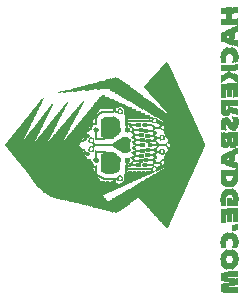
<source format=gbo>
G04 EAGLE Gerber RS-274X export*
G75*
%MOMM*%
%FSLAX34Y34*%
%LPD*%
%INSilkscreen Bottom*%
%IPPOS*%
%AMOC8*
5,1,8,0,0,1.08239X$1,22.5*%
G01*
%ADD10R,0.016000X0.400000*%
%ADD11R,0.016000X0.432000*%
%ADD12R,0.016000X0.336000*%
%ADD13R,0.016000X0.016000*%
%ADD14R,0.016000X0.608000*%
%ADD15R,0.016000X0.624000*%
%ADD16R,0.016000X0.592000*%
%ADD17R,0.016000X0.528000*%
%ADD18R,0.016000X0.560000*%
%ADD19R,0.016000X1.168000*%
%ADD20R,0.016000X0.736000*%
%ADD21R,0.016000X0.576000*%
%ADD22R,0.016000X1.232000*%
%ADD23R,0.016000X0.544000*%
%ADD24R,0.016000X0.752000*%
%ADD25R,0.016000X1.008000*%
%ADD26R,0.016000X0.880000*%
%ADD27R,0.016000X0.816000*%
%ADD28R,0.016000X0.464000*%
%ADD29R,0.016000X0.688000*%
%ADD30R,0.016000X0.800000*%
%ADD31R,0.016000X0.640000*%
%ADD32R,0.016000X0.848000*%
%ADD33R,0.016000X1.072000*%
%ADD34R,0.016000X0.976000*%
%ADD35R,0.016000X0.960000*%
%ADD36R,0.016000X1.216000*%
%ADD37R,0.016000X0.784000*%
%ADD38R,0.016000X0.480000*%
%ADD39R,0.016000X1.136000*%
%ADD40R,0.016000X1.040000*%
%ADD41R,0.016000X1.024000*%
%ADD42R,0.016000X0.864000*%
%ADD43R,0.016000X0.448000*%
%ADD44R,0.016000X0.912000*%
%ADD45R,0.016000X1.152000*%
%ADD46R,0.016000X1.088000*%
%ADD47R,0.016000X1.056000*%
%ADD48R,0.016000X0.896000*%
%ADD49R,0.016000X0.944000*%
%ADD50R,0.016000X1.184000*%
%ADD51R,0.016000X1.120000*%
%ADD52R,0.016000X1.104000*%
%ADD53R,0.016000X0.928000*%
%ADD54R,0.016000X0.496000*%
%ADD55R,0.016000X0.512000*%
%ADD56R,0.016000X0.992000*%
%ADD57R,0.016000X1.248000*%
%ADD58R,0.016000X1.200000*%
%ADD59R,0.016000X1.264000*%
%ADD60R,0.016000X1.280000*%
%ADD61R,0.016000X1.296000*%
%ADD62R,0.016000X1.312000*%
%ADD63R,0.016000X1.328000*%
%ADD64R,0.016000X1.360000*%
%ADD65R,0.016000X1.392000*%
%ADD66R,0.016000X1.424000*%
%ADD67R,0.016000X1.344000*%
%ADD68R,0.016000X1.440000*%
%ADD69R,0.016000X1.472000*%
%ADD70R,0.016000X1.504000*%
%ADD71R,0.016000X1.520000*%
%ADD72R,0.016000X1.376000*%
%ADD73R,0.016000X1.536000*%
%ADD74R,0.016000X1.568000*%
%ADD75R,0.016000X1.552000*%
%ADD76R,0.016000X0.304000*%
%ADD77R,0.016000X1.600000*%
%ADD78R,0.016000X0.288000*%
%ADD79R,0.016000X0.704000*%
%ADD80R,0.016000X1.408000*%
%ADD81R,0.016000X0.768000*%
%ADD82R,0.016000X0.160000*%
%ADD83R,0.016000X0.208000*%
%ADD84R,0.016000X0.672000*%
%ADD85R,0.016000X0.176000*%
%ADD86R,0.016000X0.096000*%
%ADD87R,0.016000X0.144000*%
%ADD88R,0.016000X0.656000*%
%ADD89R,0.016000X1.488000*%
%ADD90R,0.016000X0.032000*%
%ADD91R,0.016000X0.048000*%
%ADD92R,0.016000X0.416000*%
%ADD93R,0.016000X1.456000*%
%ADD94R,0.016000X0.720000*%
%ADD95R,0.016000X0.384000*%
%ADD96R,0.016000X0.352000*%
%ADD97R,0.016000X0.368000*%
%ADD98R,0.016000X0.080000*%
%ADD99R,0.016000X0.064000*%
%ADD100R,0.016000X0.192000*%
%ADD101R,0.016000X0.272000*%
%ADD102R,0.016000X1.584000*%
%ADD103R,0.016000X0.832000*%
%ADD104R,0.016000X0.256000*%
%ADD105R,0.016000X1.680000*%
%ADD106R,0.016000X1.744000*%
%ADD107R,0.016000X1.808000*%
%ADD108R,0.016000X1.872000*%
%ADD109R,0.016000X1.968000*%
%ADD110R,0.016000X2.032000*%
%ADD111R,0.016000X2.096000*%
%ADD112R,0.016000X2.160000*%
%ADD113R,0.016000X2.240000*%
%ADD114R,0.016000X2.320000*%
%ADD115R,0.016000X2.384000*%
%ADD116R,0.016000X2.448000*%
%ADD117R,0.016000X2.512000*%
%ADD118R,0.016000X2.592000*%
%ADD119R,0.016000X2.672000*%
%ADD120R,0.016000X2.736000*%
%ADD121R,0.016000X2.800000*%
%ADD122R,0.016000X2.880000*%
%ADD123R,0.016000X2.960000*%
%ADD124R,0.016000X3.024000*%
%ADD125R,0.016000X3.088000*%
%ADD126R,0.016000X3.152000*%
%ADD127R,0.016000X3.232000*%
%ADD128R,0.016000X3.296000*%
%ADD129R,0.016000X3.376000*%
%ADD130R,0.016000X3.440000*%
%ADD131R,0.016000X3.504000*%
%ADD132R,0.016000X3.584000*%
%ADD133R,0.016000X3.664000*%
%ADD134R,0.016000X3.728000*%
%ADD135R,0.016000X3.792000*%
%ADD136R,0.016000X3.856000*%
%ADD137R,0.016000X3.952000*%
%ADD138R,0.016000X4.016000*%
%ADD139R,0.016000X4.080000*%
%ADD140R,0.016000X4.144000*%
%ADD141R,0.016000X4.208000*%
%ADD142R,0.016000X4.304000*%
%ADD143R,0.016000X4.368000*%
%ADD144R,0.016000X4.432000*%
%ADD145R,0.016000X4.496000*%
%ADD146R,0.016000X4.560000*%
%ADD147R,0.016000X4.656000*%
%ADD148R,0.016000X4.720000*%
%ADD149R,0.016000X4.784000*%
%ADD150R,0.016000X4.848000*%
%ADD151R,0.016000X4.912000*%
%ADD152R,0.016000X5.008000*%
%ADD153R,0.016000X5.072000*%
%ADD154R,0.016000X5.136000*%
%ADD155R,0.016000X5.200000*%
%ADD156R,0.016000X5.264000*%
%ADD157R,0.016000X5.360000*%
%ADD158R,0.016000X5.424000*%
%ADD159R,0.016000X5.488000*%
%ADD160R,0.016000X5.552000*%
%ADD161R,0.016000X5.616000*%
%ADD162R,0.016000X5.712000*%
%ADD163R,0.016000X5.776000*%
%ADD164R,0.016000X5.840000*%
%ADD165R,0.016000X5.904000*%
%ADD166R,0.016000X5.968000*%
%ADD167R,0.016000X6.064000*%
%ADD168R,0.016000X6.128000*%
%ADD169R,0.016000X6.192000*%
%ADD170R,0.016000X6.256000*%
%ADD171R,0.016000X6.320000*%
%ADD172R,0.016000X6.400000*%
%ADD173R,0.016000X6.480000*%
%ADD174R,0.016000X6.544000*%
%ADD175R,0.016000X6.608000*%
%ADD176R,0.016000X6.672000*%
%ADD177R,0.016000X6.768000*%
%ADD178R,0.016000X6.832000*%
%ADD179R,0.016000X6.896000*%
%ADD180R,0.016000X6.960000*%
%ADD181R,0.016000X7.024000*%
%ADD182R,0.016000X7.104000*%
%ADD183R,0.016000X7.184000*%
%ADD184R,0.016000X7.248000*%
%ADD185R,0.016000X7.312000*%
%ADD186R,0.016000X7.376000*%
%ADD187R,0.016000X7.472000*%
%ADD188R,0.016000X7.536000*%
%ADD189R,0.016000X7.600000*%
%ADD190R,0.016000X7.664000*%
%ADD191R,0.016000X7.728000*%
%ADD192R,0.016000X7.824000*%
%ADD193R,0.016000X7.888000*%
%ADD194R,0.016000X7.952000*%
%ADD195R,0.016000X8.016000*%
%ADD196R,0.016000X8.080000*%
%ADD197R,0.016000X8.160000*%
%ADD198R,0.016000X8.240000*%
%ADD199R,0.016000X8.304000*%
%ADD200R,0.016000X8.368000*%
%ADD201R,0.016000X8.432000*%
%ADD202R,0.016000X8.528000*%
%ADD203R,0.016000X8.592000*%
%ADD204R,0.016000X8.656000*%
%ADD205R,0.016000X8.720000*%
%ADD206R,0.016000X8.784000*%
%ADD207R,0.016000X8.864000*%
%ADD208R,0.016000X8.944000*%
%ADD209R,0.016000X9.008000*%
%ADD210R,0.016000X9.072000*%
%ADD211R,0.016000X9.136000*%
%ADD212R,0.016000X9.200000*%
%ADD213R,0.016000X9.296000*%
%ADD214R,0.016000X9.360000*%
%ADD215R,0.016000X9.424000*%
%ADD216R,0.016000X9.488000*%
%ADD217R,0.016000X9.552000*%
%ADD218R,0.016000X9.632000*%
%ADD219R,0.016000X9.712000*%
%ADD220R,0.016000X9.776000*%
%ADD221R,0.016000X9.840000*%
%ADD222R,0.016000X9.904000*%
%ADD223R,0.016000X10.000000*%
%ADD224R,0.016000X10.064000*%
%ADD225R,0.016000X10.128000*%
%ADD226R,0.016000X10.192000*%
%ADD227R,0.016000X10.256000*%
%ADD228R,0.016000X10.352000*%
%ADD229R,0.016000X10.416000*%
%ADD230R,0.016000X10.480000*%
%ADD231R,0.016000X10.544000*%
%ADD232R,0.016000X10.608000*%
%ADD233R,0.016000X10.704000*%
%ADD234R,0.016000X10.768000*%
%ADD235R,0.016000X10.832000*%
%ADD236R,0.016000X10.896000*%
%ADD237R,0.016000X10.960000*%
%ADD238R,0.016000X11.040000*%
%ADD239R,0.016000X11.120000*%
%ADD240R,0.016000X11.184000*%
%ADD241R,0.016000X11.248000*%
%ADD242R,0.016000X11.312000*%
%ADD243R,0.016000X11.376000*%
%ADD244R,0.016000X11.472000*%
%ADD245R,0.016000X11.536000*%
%ADD246R,0.016000X11.600000*%
%ADD247R,0.016000X11.664000*%
%ADD248R,0.016000X11.728000*%
%ADD249R,0.016000X11.824000*%
%ADD250R,0.016000X11.888000*%
%ADD251R,0.016000X11.952000*%
%ADD252R,0.016000X12.016000*%
%ADD253R,0.016000X12.080000*%
%ADD254R,0.016000X12.176000*%
%ADD255R,0.016000X12.240000*%
%ADD256R,0.016000X12.304000*%
%ADD257R,0.016000X12.368000*%
%ADD258R,0.016000X12.432000*%
%ADD259R,0.016000X12.528000*%
%ADD260R,0.016000X12.592000*%
%ADD261R,0.016000X12.656000*%
%ADD262R,0.016000X12.720000*%
%ADD263R,0.016000X12.784000*%
%ADD264R,0.016000X12.864000*%
%ADD265R,0.016000X6.416000*%
%ADD266R,0.016000X6.432000*%
%ADD267R,0.016000X6.448000*%
%ADD268R,0.016000X6.496000*%
%ADD269R,0.016000X6.512000*%
%ADD270R,0.016000X6.528000*%
%ADD271R,0.016000X6.576000*%
%ADD272R,0.016000X6.656000*%
%ADD273R,0.016000X6.384000*%
%ADD274R,0.016000X0.112000*%
%ADD275R,0.016000X4.288000*%
%ADD276R,0.016000X2.144000*%
%ADD277R,0.016000X6.464000*%
%ADD278R,0.016000X2.112000*%
%ADD279R,0.016000X2.080000*%
%ADD280R,0.016000X4.256000*%
%ADD281R,0.016000X2.064000*%
%ADD282R,0.016000X4.224000*%
%ADD283R,0.016000X2.048000*%
%ADD284R,0.016000X4.192000*%
%ADD285R,0.016000X0.240000*%
%ADD286R,0.016000X6.336000*%
%ADD287R,0.016000X4.160000*%
%ADD288R,0.016000X2.016000*%
%ADD289R,0.016000X6.304000*%
%ADD290R,0.016000X4.128000*%
%ADD291R,0.016000X1.984000*%
%ADD292R,0.016000X6.208000*%
%ADD293R,0.016000X4.048000*%
%ADD294R,0.016000X6.160000*%
%ADD295R,0.016000X1.936000*%
%ADD296R,0.016000X6.112000*%
%ADD297R,0.016000X3.984000*%
%ADD298R,0.016000X1.904000*%
%ADD299R,0.016000X6.048000*%
%ADD300R,0.016000X3.936000*%
%ADD301R,0.016000X0.128000*%
%ADD302R,0.016000X5.984000*%
%ADD303R,0.016000X3.904000*%
%ADD304R,0.016000X3.872000*%
%ADD305R,0.016000X5.328000*%
%ADD306R,0.016000X3.840000*%
%ADD307R,0.016000X0.320000*%
%ADD308R,0.016000X5.280000*%
%ADD309R,0.016000X3.808000*%
%ADD310R,0.016000X0.224000*%
%ADD311R,0.016000X5.248000*%
%ADD312R,0.016000X3.760000*%
%ADD313R,0.016000X4.768000*%
%ADD314R,0.016000X3.696000*%
%ADD315R,0.016000X4.736000*%
%ADD316R,0.016000X4.704000*%
%ADD317R,0.016000X3.616000*%
%ADD318R,0.016000X4.688000*%
%ADD319R,0.016000X3.552000*%
%ADD320R,0.016000X4.640000*%
%ADD321R,0.016000X3.520000*%
%ADD322R,0.016000X4.608000*%
%ADD323R,0.016000X3.488000*%
%ADD324R,0.016000X4.592000*%
%ADD325R,0.016000X3.456000*%
%ADD326R,0.016000X3.408000*%
%ADD327R,0.016000X4.528000*%
%ADD328R,0.016000X3.344000*%
%ADD329R,0.016000X4.464000*%
%ADD330R,0.016000X4.448000*%
%ADD331R,0.016000X3.264000*%
%ADD332R,0.016000X4.416000*%
%ADD333R,0.016000X4.384000*%
%ADD334R,0.016000X3.200000*%
%ADD335R,0.016000X3.168000*%
%ADD336R,0.016000X4.336000*%
%ADD337R,0.016000X3.136000*%
%ADD338R,0.016000X4.320000*%
%ADD339R,0.016000X3.104000*%
%ADD340R,0.016000X3.056000*%
%ADD341R,0.016000X2.976000*%
%ADD342R,0.016000X2.944000*%
%ADD343R,0.016000X4.176000*%
%ADD344R,0.016000X2.912000*%
%ADD345R,0.016000X2.848000*%
%ADD346R,0.016000X4.096000*%
%ADD347R,0.016000X2.816000*%
%ADD348R,0.016000X4.064000*%
%ADD349R,0.016000X2.784000*%
%ADD350R,0.016000X2.704000*%
%ADD351R,0.016000X4.000000*%
%ADD352R,0.016000X2.624000*%
%ADD353R,0.016000X3.920000*%
%ADD354R,0.016000X2.560000*%
%ADD355R,0.016000X2.528000*%
%ADD356R,0.016000X2.496000*%
%ADD357R,0.016000X3.824000*%
%ADD358R,0.016000X2.464000*%
%ADD359R,0.016000X2.416000*%
%ADD360R,0.016000X3.776000*%
%ADD361R,0.016000X3.744000*%
%ADD362R,0.016000X2.352000*%
%ADD363R,0.016000X2.304000*%
%ADD364R,0.016000X3.680000*%
%ADD365R,0.016000X2.272000*%
%ADD366R,0.016000X3.632000*%
%ADD367R,0.016000X2.208000*%
%ADD368R,0.016000X3.600000*%
%ADD369R,0.016000X2.176000*%
%ADD370R,0.016000X3.536000*%
%ADD371R,0.016000X3.472000*%
%ADD372R,0.016000X1.952000*%
%ADD373R,0.016000X1.920000*%
%ADD374R,0.016000X3.392000*%
%ADD375R,0.016000X1.888000*%
%ADD376R,0.016000X3.360000*%
%ADD377R,0.016000X1.856000*%
%ADD378R,0.016000X3.328000*%
%ADD379R,0.016000X1.824000*%
%ADD380R,0.016000X3.312000*%
%ADD381R,0.016000X1.792000*%
%ADD382R,0.016000X3.280000*%
%ADD383R,0.016000X1.712000*%
%ADD384R,0.016000X1.664000*%
%ADD385R,0.016000X3.216000*%
%ADD386R,0.016000X1.632000*%
%ADD387R,0.016000X3.184000*%
%ADD388R,0.016000X3.120000*%
%ADD389R,0.016000X3.072000*%
%ADD390R,0.016000X3.040000*%
%ADD391R,0.016000X3.008000*%
%ADD392R,0.016000X2.992000*%
%ADD393R,0.016000X2.864000*%
%ADD394R,0.016000X2.768000*%
%ADD395R,0.016000X2.720000*%
%ADD396R,0.016000X2.688000*%
%ADD397R,0.016000X2.640000*%
%ADD398R,0.016000X2.608000*%
%ADD399R,0.016000X2.576000*%
%ADD400R,0.016000X2.544000*%
%ADD401R,0.016000X2.480000*%
%ADD402R,0.016000X2.400000*%
%ADD403R,0.016000X2.368000*%
%ADD404R,0.016000X2.336000*%
%ADD405R,0.016000X2.288000*%
%ADD406R,0.016000X2.256000*%
%ADD407R,0.016000X2.224000*%
%ADD408R,0.016000X2.128000*%
%ADD409R,0.016000X1.760000*%
%ADD410R,0.016000X1.696000*%
%ADD411R,0.016000X1.616000*%
%ADD412R,0.016000X1.648000*%
%ADD413R,0.016000X1.728000*%
%ADD414R,0.016000X1.776000*%
%ADD415R,0.016000X1.840000*%
%ADD416R,0.016000X2.432000*%
%ADD417R,0.016000X2.656000*%
%ADD418R,0.016000X2.928000*%
%ADD419R,0.016000X3.248000*%
%ADD420R,0.016000X3.424000*%
%ADD421R,0.016000X3.568000*%
%ADD422R,0.016000X4.032000*%
%ADD423R,0.016000X4.352000*%
%ADD424R,0.016000X4.400000*%
%ADD425R,0.016000X4.672000*%
%ADD426R,0.016000X4.800000*%
%ADD427R,0.016000X4.832000*%
%ADD428R,0.016000X4.864000*%
%ADD429R,0.016000X4.880000*%
%ADD430R,0.016000X4.896000*%
%ADD431R,0.016000X6.752000*%
%ADD432R,0.016000X6.736000*%
%ADD433R,0.016000X6.688000*%
%ADD434R,0.016000X6.640000*%
%ADD435R,0.016000X6.560000*%
%ADD436R,0.016000X6.352000*%
%ADD437R,0.016000X6.288000*%
%ADD438R,0.016000X6.272000*%
%ADD439R,0.016000X6.240000*%
%ADD440R,0.016000X6.176000*%
%ADD441R,0.016000X6.096000*%
%ADD442R,0.016000X6.080000*%
%ADD443R,0.016000X6.016000*%
%ADD444R,0.016000X5.952000*%
%ADD445R,0.016000X5.936000*%
%ADD446R,0.016000X5.888000*%
%ADD447R,0.016000X5.872000*%
%ADD448R,0.016000X5.856000*%
%ADD449R,0.016000X5.824000*%
%ADD450R,0.016000X5.760000*%
%ADD451R,0.016000X5.744000*%
%ADD452R,0.016000X5.728000*%
%ADD453R,0.016000X5.696000*%
%ADD454R,0.016000X5.664000*%
%ADD455R,0.016000X5.648000*%
%ADD456R,0.016000X5.632000*%
%ADD457R,0.016000X5.584000*%
%ADD458R,0.016000X5.536000*%
%ADD459R,0.016000X5.520000*%
%ADD460R,0.016000X5.472000*%
%ADD461R,0.016000X5.440000*%
%ADD462R,0.016000X5.408000*%
%ADD463R,0.016000X5.392000*%
%ADD464R,0.016000X5.312000*%
%ADD465R,0.016000X5.296000*%
%ADD466R,0.016000X5.216000*%
%ADD467R,0.016000X5.184000*%
%ADD468R,0.016000X5.152000*%
%ADD469R,0.016000X5.104000*%
%ADD470R,0.016000X5.088000*%
%ADD471R,0.016000X5.056000*%
%ADD472R,0.016000X5.040000*%
%ADD473R,0.016000X5.024000*%
%ADD474R,0.016000X4.992000*%
%ADD475R,0.016000X4.976000*%
%ADD476R,0.016000X4.960000*%
%ADD477R,0.016000X6.224000*%
%ADD478R,0.016000X6.144000*%
%ADD479R,0.016000X6.032000*%
%ADD480R,0.016000X6.000000*%
%ADD481R,0.016000X5.808000*%
%ADD482R,0.016000X5.680000*%
%ADD483R,0.016000X5.600000*%
%ADD484R,0.016000X5.568000*%
%ADD485R,0.016000X5.376000*%
%ADD486R,0.016000X5.344000*%
%ADD487R,0.016000X5.232000*%
%ADD488R,0.016000X5.168000*%
%ADD489R,0.016000X4.928000*%
%ADD490R,0.016000X4.816000*%
%ADD491R,0.016000X4.624000*%
%ADD492R,0.016000X4.576000*%
%ADD493R,0.016000X4.544000*%
%ADD494R,0.016000X4.480000*%
%ADD495R,0.016000X4.944000*%
%ADD496R,0.016000X4.112000*%
%ADD497R,0.016000X3.712000*%
%ADD498R,0.016000X4.512000*%
%ADD499R,0.016000X2.832000*%
%ADD500R,0.016000X2.752000*%
%ADD501R,0.016000X2.896000*%
%ADD502R,0.016000X2.192000*%


D10*
X381140Y274780D03*
D11*
X381140Y219580D03*
D12*
X381140Y155100D03*
D13*
X381140Y153180D03*
D10*
X381140Y117980D03*
D12*
X381140Y103740D03*
D14*
X380980Y274700D03*
X380980Y219660D03*
D15*
X380980Y154620D03*
D16*
X380980Y117980D03*
D17*
X380980Y103740D03*
D18*
X380820Y314620D03*
D19*
X380820Y301980D03*
D18*
X380820Y286300D03*
D20*
X380820Y274700D03*
D21*
X380820Y266220D03*
D15*
X380820Y256540D03*
D22*
X380820Y246940D03*
D23*
X380820Y236300D03*
D21*
X380820Y228620D03*
D24*
X380820Y219740D03*
D25*
X380820Y206620D03*
D16*
X380820Y195740D03*
D18*
X380820Y182940D03*
D26*
X380820Y175420D03*
D27*
X380820Y154300D03*
D22*
X380820Y141180D03*
D28*
X380820Y130780D03*
D24*
X380820Y117820D03*
D29*
X380820Y103740D03*
D28*
X380820Y91580D03*
X380820Y85020D03*
X380820Y78140D03*
D18*
X380660Y314620D03*
D19*
X380660Y301980D03*
D18*
X380660Y286300D03*
D30*
X380660Y274860D03*
D18*
X380660Y266300D03*
D31*
X380660Y256620D03*
D22*
X380660Y246940D03*
D23*
X380660Y236300D03*
D18*
X380660Y228700D03*
D32*
X380660Y219740D03*
D33*
X380660Y206300D03*
D21*
X380660Y195660D03*
D18*
X380660Y182940D03*
D34*
X380660Y174940D03*
D35*
X380660Y154060D03*
D36*
X380660Y141100D03*
D28*
X380660Y130780D03*
D30*
X380660Y118060D03*
D37*
X380660Y103740D03*
D28*
X380660Y91580D03*
D38*
X380660Y84940D03*
D28*
X380660Y78140D03*
D18*
X380500Y314620D03*
D21*
X380500Y304940D03*
D16*
X380500Y298940D03*
D18*
X380500Y286300D03*
D32*
X380500Y275100D03*
D18*
X380500Y266140D03*
D15*
X380500Y256700D03*
D36*
X380500Y246860D03*
D17*
X380500Y236380D03*
D18*
X380500Y228700D03*
D26*
X380500Y219580D03*
D39*
X380500Y205980D03*
D16*
X380500Y195580D03*
D18*
X380500Y182940D03*
D40*
X380500Y174620D03*
D41*
X380500Y154220D03*
D36*
X380500Y141100D03*
D28*
X380500Y130780D03*
D42*
X380500Y118220D03*
D26*
X380500Y103740D03*
D43*
X380500Y91500D03*
D38*
X380500Y84940D03*
D28*
X380500Y78140D03*
D18*
X380340Y314620D03*
D21*
X380340Y304940D03*
X380340Y298860D03*
D18*
X380340Y286460D03*
D26*
X380340Y275260D03*
D18*
X380340Y266140D03*
D15*
X380340Y256700D03*
D36*
X380340Y246860D03*
D23*
X380340Y236300D03*
D21*
X380340Y228780D03*
D44*
X380340Y219420D03*
D45*
X380340Y205740D03*
D21*
X380340Y195500D03*
D23*
X380340Y183020D03*
D46*
X380340Y174380D03*
D47*
X380340Y154380D03*
D36*
X380340Y141100D03*
D28*
X380340Y130780D03*
D48*
X380340Y118380D03*
D49*
X380340Y103740D03*
D43*
X380340Y91500D03*
D38*
X380340Y84940D03*
D28*
X380340Y78140D03*
D18*
X380180Y314620D03*
D21*
X380180Y304940D03*
X380180Y298860D03*
D18*
X380180Y286460D03*
D44*
X380180Y275420D03*
D23*
X380180Y266220D03*
D15*
X380180Y256860D03*
D36*
X380180Y246860D03*
D23*
X380180Y236300D03*
D18*
X380180Y228860D03*
D49*
X380180Y219260D03*
D50*
X380180Y205580D03*
D21*
X380180Y195500D03*
D18*
X380180Y183100D03*
D51*
X380180Y174220D03*
D52*
X380180Y154620D03*
D36*
X380180Y141100D03*
D28*
X380180Y130780D03*
D53*
X380180Y118540D03*
D25*
X380180Y103740D03*
D43*
X380180Y91500D03*
D54*
X380180Y85020D03*
D43*
X380180Y78060D03*
D21*
X380020Y314540D03*
D18*
X380020Y305020D03*
D21*
X380020Y298700D03*
D18*
X380020Y286460D03*
D35*
X380020Y275500D03*
D18*
X380020Y266140D03*
D15*
X380020Y256860D03*
D36*
X380020Y246860D03*
D23*
X380020Y236300D03*
D18*
X380020Y228860D03*
D35*
X380020Y219180D03*
D36*
X380020Y205420D03*
D21*
X380020Y195340D03*
D18*
X380020Y183100D03*
D39*
X380020Y173980D03*
D51*
X380020Y154700D03*
D36*
X380020Y141100D03*
D28*
X380020Y130780D03*
D35*
X380020Y118700D03*
D33*
X380020Y103740D03*
D43*
X380020Y91500D03*
D55*
X380020Y84940D03*
D43*
X380020Y78060D03*
D21*
X379860Y314540D03*
X379860Y304940D03*
X379860Y298700D03*
D23*
X379860Y286540D03*
D56*
X379860Y275660D03*
D18*
X379860Y266140D03*
D15*
X379860Y257020D03*
D36*
X379860Y246860D03*
D23*
X379860Y236300D03*
D18*
X379860Y228860D03*
D56*
X379860Y219020D03*
D22*
X379860Y205340D03*
D21*
X379860Y195340D03*
D23*
X379860Y183180D03*
D19*
X379860Y173820D03*
D45*
X379860Y154860D03*
D36*
X379860Y141100D03*
D38*
X379860Y130700D03*
D34*
X379860Y118780D03*
D51*
X379860Y103660D03*
D43*
X379860Y91500D03*
D55*
X379860Y84940D03*
D43*
X379860Y78060D03*
D21*
X379700Y314540D03*
D18*
X379700Y304860D03*
X379700Y298620D03*
D23*
X379700Y286540D03*
D25*
X379700Y275740D03*
D18*
X379700Y266140D03*
D14*
X379700Y257100D03*
D36*
X379700Y246860D03*
D23*
X379700Y236300D03*
X379700Y228940D03*
D25*
X379700Y218940D03*
D57*
X379700Y205260D03*
D18*
X379700Y195260D03*
D23*
X379700Y183180D03*
D58*
X379700Y173660D03*
D19*
X379700Y154940D03*
D22*
X379700Y141020D03*
D38*
X379700Y130700D03*
D25*
X379700Y118940D03*
D19*
X379700Y103740D03*
D43*
X379700Y91500D03*
D55*
X379700Y84940D03*
D43*
X379700Y78060D03*
D21*
X379540Y314540D03*
D18*
X379540Y304860D03*
D21*
X379540Y298540D03*
D18*
X379540Y286620D03*
D41*
X379540Y275820D03*
D18*
X379540Y266140D03*
D14*
X379540Y257100D03*
D22*
X379540Y246780D03*
D23*
X379540Y236300D03*
D18*
X379540Y229020D03*
D41*
X379540Y218860D03*
D59*
X379540Y205180D03*
D21*
X379540Y195180D03*
D18*
X379540Y183260D03*
D36*
X379540Y173580D03*
D58*
X379540Y155100D03*
D22*
X379540Y141020D03*
D38*
X379540Y130700D03*
D41*
X379540Y119020D03*
D58*
X379540Y103740D03*
D43*
X379540Y91500D03*
D17*
X379540Y84860D03*
D43*
X379540Y78060D03*
D18*
X379380Y314460D03*
X379380Y304860D03*
X379380Y298460D03*
D23*
X379380Y286700D03*
D47*
X379380Y275980D03*
D18*
X379380Y266140D03*
D14*
X379380Y257260D03*
D22*
X379380Y246780D03*
D23*
X379380Y236300D03*
D18*
X379380Y229020D03*
D40*
X379380Y218780D03*
D60*
X379380Y205100D03*
D18*
X379380Y195100D03*
D23*
X379380Y183340D03*
D57*
X379380Y173420D03*
D36*
X379380Y155180D03*
D22*
X379380Y141020D03*
D28*
X379380Y130780D03*
D40*
X379380Y119100D03*
D59*
X379380Y103740D03*
D11*
X379380Y91420D03*
D17*
X379380Y84860D03*
D43*
X379380Y78060D03*
D21*
X379220Y314540D03*
D18*
X379220Y304860D03*
D21*
X379220Y298380D03*
D23*
X379220Y286700D03*
D33*
X379220Y276060D03*
D18*
X379220Y266140D03*
D14*
X379220Y257260D03*
D22*
X379220Y246780D03*
D17*
X379220Y236220D03*
D23*
X379220Y229100D03*
D33*
X379220Y218780D03*
D61*
X379220Y205020D03*
D21*
X379220Y195020D03*
D23*
X379220Y183340D03*
D59*
X379220Y173340D03*
D22*
X379220Y155260D03*
D36*
X379220Y141100D03*
D38*
X379220Y130700D03*
D33*
X379220Y119100D03*
D61*
X379220Y103740D03*
D11*
X379220Y91420D03*
D17*
X379220Y84860D03*
D43*
X379220Y78060D03*
D18*
X379060Y314460D03*
X379060Y304860D03*
X379060Y298300D03*
X379060Y286780D03*
D46*
X379060Y276140D03*
D18*
X379060Y266140D03*
D14*
X379060Y257420D03*
D22*
X379060Y246780D03*
D17*
X379060Y236220D03*
D23*
X379060Y229100D03*
D33*
X379060Y218780D03*
D62*
X379060Y204940D03*
D18*
X379060Y194940D03*
X379060Y183420D03*
D60*
X379060Y173260D03*
D57*
X379060Y155340D03*
D22*
X379060Y141020D03*
D38*
X379060Y130700D03*
D46*
X379060Y119180D03*
D63*
X379060Y103740D03*
D43*
X379060Y91340D03*
D17*
X379060Y84860D03*
D43*
X379060Y78060D03*
D18*
X378900Y314460D03*
X378900Y304860D03*
D21*
X378900Y298220D03*
D23*
X378900Y286860D03*
D52*
X378900Y276220D03*
D23*
X378900Y266060D03*
D14*
X378900Y257420D03*
D36*
X378900Y246700D03*
D17*
X378900Y236220D03*
D23*
X378900Y229100D03*
D46*
X378900Y218700D03*
D62*
X378900Y204940D03*
D21*
X378900Y194860D03*
D23*
X378900Y183500D03*
D61*
X378900Y173180D03*
D59*
X378900Y155420D03*
D36*
X378900Y140940D03*
D28*
X378900Y130620D03*
D52*
X378900Y119260D03*
D64*
X378900Y103740D03*
D43*
X378900Y91340D03*
D18*
X378900Y84860D03*
D43*
X378900Y78060D03*
D18*
X378740Y314460D03*
X378740Y304860D03*
X378740Y298140D03*
D23*
X378740Y286860D03*
D39*
X378740Y276220D03*
D23*
X378740Y266060D03*
D14*
X378740Y257580D03*
D36*
X378740Y246700D03*
D17*
X378740Y236220D03*
D23*
X378740Y229260D03*
D46*
X378740Y218700D03*
D62*
X378740Y204780D03*
D18*
X378740Y194780D03*
D23*
X378740Y183500D03*
D62*
X378740Y173100D03*
D60*
X378740Y155500D03*
D36*
X378740Y140940D03*
D28*
X378740Y130620D03*
D51*
X378740Y119340D03*
D65*
X378740Y103740D03*
D11*
X378740Y91420D03*
D18*
X378740Y84860D03*
D43*
X378740Y78060D03*
D18*
X378580Y314460D03*
X378580Y304860D03*
D21*
X378580Y298060D03*
D23*
X378580Y287020D03*
D39*
X378580Y276220D03*
D23*
X378580Y266060D03*
D14*
X378580Y257580D03*
D36*
X378580Y246700D03*
D17*
X378580Y236220D03*
D23*
X378580Y229260D03*
D52*
X378580Y218620D03*
D62*
X378580Y204780D03*
D21*
X378580Y194700D03*
D23*
X378580Y183660D03*
D63*
X378580Y173020D03*
D61*
X378580Y155580D03*
D36*
X378580Y140940D03*
D28*
X378580Y130620D03*
D39*
X378580Y119420D03*
D66*
X378580Y103740D03*
D43*
X378580Y91340D03*
D18*
X378580Y84860D03*
D11*
X378580Y77980D03*
D18*
X378420Y314460D03*
X378420Y304860D03*
X378420Y297980D03*
D23*
X378420Y287020D03*
D45*
X378420Y276300D03*
D23*
X378420Y266060D03*
D14*
X378420Y257740D03*
D36*
X378420Y246700D03*
D17*
X378420Y236220D03*
D23*
X378420Y229260D03*
D52*
X378420Y218620D03*
D63*
X378420Y204700D03*
D18*
X378420Y194620D03*
D23*
X378420Y183660D03*
D67*
X378420Y172940D03*
D62*
X378420Y155660D03*
D36*
X378420Y140940D03*
D28*
X378420Y130620D03*
D45*
X378420Y119500D03*
D68*
X378420Y103660D03*
D43*
X378420Y91340D03*
D18*
X378420Y84860D03*
D43*
X378420Y78060D03*
D18*
X378260Y314460D03*
X378260Y304860D03*
X378260Y297980D03*
D23*
X378260Y287020D03*
D19*
X378260Y276380D03*
D23*
X378260Y266060D03*
D16*
X378260Y257820D03*
D36*
X378260Y246700D03*
D55*
X378260Y236300D03*
D17*
X378260Y229340D03*
D51*
X378260Y218540D03*
D63*
X378260Y204700D03*
D18*
X378260Y194460D03*
D23*
X378260Y183660D03*
D67*
X378260Y172780D03*
D63*
X378260Y155740D03*
D36*
X378260Y140940D03*
D28*
X378260Y130620D03*
D45*
X378260Y119500D03*
D69*
X378260Y103660D03*
D11*
X378260Y91260D03*
D21*
X378260Y84780D03*
D43*
X378260Y78060D03*
D18*
X378100Y314460D03*
X378100Y304860D03*
X378100Y297820D03*
D23*
X378100Y287180D03*
D19*
X378100Y276380D03*
D23*
X378100Y266060D03*
D14*
X378100Y257900D03*
D36*
X378100Y246700D03*
D17*
X378100Y236220D03*
D23*
X378100Y229420D03*
D51*
X378100Y218540D03*
D63*
X378100Y204700D03*
D18*
X378100Y194460D03*
D17*
X378100Y183740D03*
D67*
X378100Y172780D03*
D63*
X378100Y155740D03*
D36*
X378100Y140940D03*
D28*
X378100Y130620D03*
D50*
X378100Y119500D03*
D70*
X378100Y103660D03*
D11*
X378100Y91260D03*
D21*
X378100Y84780D03*
D43*
X378100Y78060D03*
D18*
X377940Y314460D03*
X377940Y304860D03*
D23*
X377940Y297740D03*
X377940Y287180D03*
D50*
X377940Y276460D03*
D23*
X377940Y266060D03*
D16*
X377940Y257980D03*
D36*
X377940Y246700D03*
D55*
X377940Y236300D03*
D23*
X377940Y229420D03*
D51*
X377940Y218540D03*
D63*
X377940Y204700D03*
D23*
X377940Y194380D03*
X377940Y183820D03*
D64*
X377940Y172700D03*
X377940Y155740D03*
D36*
X377940Y140940D03*
D28*
X377940Y130620D03*
D58*
X377940Y119580D03*
D71*
X377940Y103740D03*
D11*
X377940Y91260D03*
D21*
X377940Y84780D03*
D43*
X377940Y78060D03*
D18*
X377780Y314460D03*
X377780Y304860D03*
X377780Y297660D03*
D43*
X377780Y292460D03*
D18*
X377780Y287260D03*
D58*
X377780Y276540D03*
D23*
X377780Y266060D03*
D16*
X377780Y257980D03*
D36*
X377780Y246700D03*
D17*
X377780Y236220D03*
D23*
X377780Y229420D03*
D51*
X377780Y218540D03*
D67*
X377780Y204620D03*
D25*
X377780Y192060D03*
D21*
X377780Y183980D03*
D64*
X377780Y172700D03*
D72*
X377780Y155820D03*
D36*
X377780Y140940D03*
D28*
X377780Y130620D03*
D58*
X377780Y119580D03*
D73*
X377780Y103660D03*
D11*
X377780Y91260D03*
D14*
X377780Y84780D03*
D11*
X377780Y77980D03*
D18*
X377620Y314460D03*
D23*
X377620Y304780D03*
D74*
X377620Y292460D03*
D36*
X377620Y276460D03*
D23*
X377620Y266060D03*
D16*
X377620Y258140D03*
D36*
X377620Y246700D03*
D17*
X377620Y236220D03*
X377620Y229500D03*
D39*
X377620Y218460D03*
D67*
X377620Y204620D03*
D74*
X377620Y189100D03*
D72*
X377620Y172620D03*
D64*
X377620Y155900D03*
D36*
X377620Y140940D03*
D28*
X377620Y130620D03*
D36*
X377620Y119660D03*
D74*
X377620Y103660D03*
D11*
X377620Y91260D03*
D14*
X377620Y84780D03*
D43*
X377620Y78060D03*
D18*
X377460Y314460D03*
D23*
X377460Y304780D03*
D74*
X377460Y292460D03*
D22*
X377460Y276540D03*
D23*
X377460Y266060D03*
D16*
X377460Y258140D03*
D36*
X377460Y246700D03*
D55*
X377460Y236140D03*
D17*
X377460Y229500D03*
D39*
X377460Y218460D03*
D17*
X377460Y208700D03*
D15*
X377460Y201020D03*
D74*
X377460Y189100D03*
D65*
X377460Y172540D03*
X377460Y155900D03*
D36*
X377460Y140940D03*
D28*
X377460Y130620D03*
D36*
X377460Y119660D03*
D74*
X377460Y103660D03*
D11*
X377460Y91260D03*
D14*
X377460Y84780D03*
D11*
X377460Y77980D03*
D18*
X377300Y314460D03*
D23*
X377300Y304780D03*
D75*
X377300Y292380D03*
D22*
X377300Y276540D03*
D23*
X377300Y266060D03*
D16*
X377300Y258300D03*
D23*
X377300Y250060D03*
D76*
X377300Y245660D03*
D13*
X377300Y243900D03*
D76*
X377300Y242140D03*
D17*
X377300Y236220D03*
D23*
X377300Y229580D03*
D45*
X377300Y218540D03*
D17*
X377300Y208700D03*
D23*
X377300Y200620D03*
D75*
X377300Y189020D03*
D65*
X377300Y172540D03*
X377300Y155900D03*
D36*
X377300Y140940D03*
D28*
X377300Y130620D03*
D22*
X377300Y119740D03*
D77*
X377300Y103660D03*
D11*
X377300Y91260D03*
D14*
X377300Y84780D03*
D11*
X377300Y77980D03*
D18*
X377140Y314460D03*
D23*
X377140Y304780D03*
D73*
X377140Y292460D03*
D26*
X377140Y278300D03*
D13*
X377140Y273660D03*
D76*
X377140Y271900D03*
D23*
X377140Y266060D03*
D16*
X377140Y258300D03*
D23*
X377140Y250060D03*
D13*
X377140Y240700D03*
D55*
X377140Y236140D03*
D17*
X377140Y229660D03*
D78*
X377140Y222860D03*
D79*
X377140Y216300D03*
D17*
X377140Y208700D03*
D55*
X377140Y200460D03*
D73*
X377140Y189100D03*
D80*
X377140Y172460D03*
D81*
X377140Y159180D03*
D17*
X377140Y151580D03*
D23*
X377140Y144300D03*
D13*
X377140Y134940D03*
D28*
X377140Y130620D03*
D26*
X377140Y121500D03*
D12*
X377140Y115260D03*
D79*
X377140Y108140D03*
X377140Y99180D03*
D11*
X377140Y91260D03*
D15*
X377140Y84700D03*
D11*
X377140Y77980D03*
D23*
X376980Y314380D03*
X376980Y304780D03*
D71*
X376980Y292380D03*
D24*
X376980Y279100D03*
D82*
X376980Y271180D03*
D17*
X376980Y265980D03*
D16*
X376980Y258460D03*
D17*
X376980Y249980D03*
D55*
X376980Y236140D03*
D17*
X376980Y229660D03*
D83*
X376980Y223260D03*
D84*
X376980Y216140D03*
D17*
X376980Y208700D03*
D54*
X376980Y200380D03*
D71*
X376980Y189020D03*
D23*
X376980Y176780D03*
D81*
X376980Y169260D03*
D29*
X376980Y159580D03*
D38*
X376980Y151340D03*
D17*
X376980Y144220D03*
D28*
X376980Y130620D03*
D20*
X376980Y122220D03*
D85*
X376980Y114300D03*
D84*
X376980Y108460D03*
X376980Y98860D03*
D11*
X376980Y91260D03*
D15*
X376980Y84700D03*
D11*
X376980Y77980D03*
D23*
X376820Y314380D03*
X376820Y304780D03*
D71*
X376820Y292380D03*
D79*
X376820Y279340D03*
D86*
X376820Y270860D03*
D23*
X376820Y266060D03*
D21*
X376820Y258540D03*
D23*
X376820Y250060D03*
D55*
X376820Y236140D03*
D17*
X376820Y229660D03*
D87*
X376820Y223580D03*
D88*
X376820Y216060D03*
D17*
X376820Y208700D03*
D38*
X376820Y200300D03*
D71*
X376820Y189020D03*
D23*
X376820Y176780D03*
D29*
X376820Y168860D03*
D88*
X376820Y159740D03*
D38*
X376820Y151340D03*
D17*
X376820Y144220D03*
D38*
X376820Y130540D03*
D79*
X376820Y122540D03*
D86*
X376820Y113900D03*
D88*
X376820Y108540D03*
D31*
X376820Y98700D03*
D11*
X376820Y91260D03*
D31*
X376820Y84780D03*
D11*
X376820Y77980D03*
D23*
X376660Y314380D03*
X376660Y304780D03*
D89*
X376660Y292380D03*
D88*
X376660Y279580D03*
D90*
X376660Y270540D03*
D17*
X376660Y265980D03*
D16*
X376660Y258620D03*
D17*
X376660Y249980D03*
D55*
X376660Y236140D03*
D17*
X376660Y229820D03*
D86*
X376660Y223820D03*
D88*
X376660Y216060D03*
D17*
X376660Y208700D03*
D38*
X376660Y200300D03*
D89*
X376660Y189020D03*
D17*
X376660Y176860D03*
D84*
X376660Y168620D03*
D31*
X376660Y159980D03*
D38*
X376660Y151340D03*
D17*
X376660Y144220D03*
D38*
X376660Y130540D03*
D84*
X376660Y122700D03*
D91*
X376660Y113660D03*
D15*
X376660Y108700D03*
X376660Y98620D03*
D92*
X376660Y91180D03*
D31*
X376660Y84780D03*
D11*
X376660Y77980D03*
D23*
X376500Y314380D03*
X376500Y304780D03*
D89*
X376500Y292380D03*
D88*
X376500Y279740D03*
D17*
X376500Y265980D03*
D21*
X376500Y258700D03*
D17*
X376500Y249980D03*
D55*
X376500Y236140D03*
D17*
X376500Y229820D03*
D91*
X376500Y224060D03*
D88*
X376500Y216060D03*
D55*
X376500Y208620D03*
D38*
X376500Y200300D03*
D89*
X376500Y189020D03*
D17*
X376500Y176860D03*
D31*
X376500Y168460D03*
D15*
X376500Y160060D03*
D38*
X376500Y151340D03*
D17*
X376500Y144220D03*
D38*
X376500Y130540D03*
D31*
X376500Y122860D03*
D15*
X376500Y108860D03*
X376500Y98460D03*
D92*
X376500Y91180D03*
D88*
X376500Y84700D03*
D11*
X376500Y77980D03*
D23*
X376340Y314380D03*
X376340Y304780D03*
D93*
X376340Y292380D03*
D31*
X376340Y279820D03*
D17*
X376340Y265980D03*
D16*
X376340Y258780D03*
D17*
X376340Y249980D03*
D55*
X376340Y236140D03*
D17*
X376340Y229820D03*
D84*
X376340Y216140D03*
D55*
X376340Y208620D03*
D38*
X376340Y200300D03*
D69*
X376340Y188940D03*
D17*
X376340Y176860D03*
D31*
X376340Y168300D03*
D14*
X376340Y160140D03*
D38*
X376340Y151340D03*
D17*
X376340Y144220D03*
D28*
X376340Y130620D03*
D31*
X376340Y123020D03*
D14*
X376340Y108940D03*
X376340Y98380D03*
D11*
X376340Y91100D03*
D88*
X376340Y84700D03*
D11*
X376340Y77980D03*
D23*
X376180Y314380D03*
X376180Y304780D03*
D93*
X376180Y292380D03*
D15*
X376180Y279900D03*
D17*
X376180Y265980D03*
D21*
X376180Y258860D03*
D17*
X376180Y249980D03*
D55*
X376180Y236140D03*
X376180Y229900D03*
D29*
X376180Y216220D03*
D55*
X376180Y208620D03*
D38*
X376180Y200300D03*
D93*
X376180Y189020D03*
D17*
X376180Y176860D03*
D15*
X376180Y168220D03*
D14*
X376180Y160300D03*
D38*
X376180Y151340D03*
D17*
X376180Y144220D03*
D15*
X376180Y123100D03*
D16*
X376180Y109020D03*
D14*
X376180Y98220D03*
D11*
X376180Y91100D03*
D88*
X376180Y84700D03*
D11*
X376180Y77980D03*
D23*
X376020Y314380D03*
X376020Y304780D03*
D68*
X376020Y292300D03*
D14*
X376020Y279980D03*
D23*
X376020Y265900D03*
D16*
X376020Y258940D03*
D17*
X376020Y249980D03*
D55*
X376020Y236140D03*
X376020Y229900D03*
D84*
X376020Y216300D03*
D55*
X376020Y208620D03*
D38*
X376020Y200300D03*
D68*
X376020Y188940D03*
D17*
X376020Y176860D03*
D14*
X376020Y168140D03*
D16*
X376020Y160380D03*
D38*
X376020Y151340D03*
D17*
X376020Y144220D03*
D14*
X376020Y123180D03*
D16*
X376020Y109020D03*
X376020Y98140D03*
D11*
X376020Y91100D03*
D84*
X376020Y84620D03*
D43*
X376020Y77900D03*
D23*
X375860Y314380D03*
X375860Y304780D03*
D66*
X375860Y292380D03*
D14*
X375860Y280140D03*
D23*
X375860Y265900D03*
D21*
X375860Y259020D03*
D17*
X375860Y249980D03*
D55*
X375860Y236140D03*
D17*
X375860Y229980D03*
D29*
X375860Y216380D03*
D17*
X375860Y208540D03*
D38*
X375860Y200460D03*
D80*
X375860Y188940D03*
D17*
X375860Y176700D03*
D16*
X375860Y168060D03*
D21*
X375860Y160460D03*
D15*
X375860Y152060D03*
D17*
X375860Y144220D03*
D16*
X375860Y123260D03*
X375860Y109180D03*
X375860Y98140D03*
D11*
X375860Y91100D03*
D84*
X375860Y84620D03*
D43*
X375860Y77900D03*
D23*
X375700Y314380D03*
D18*
X375700Y304700D03*
D80*
X375700Y292300D03*
D16*
X375700Y280220D03*
D23*
X375700Y265900D03*
D21*
X375700Y259180D03*
D17*
X375700Y249980D03*
D13*
X375700Y241820D03*
D55*
X375700Y236140D03*
X375700Y230060D03*
D79*
X375700Y216460D03*
D17*
X375700Y208540D03*
D38*
X375700Y200460D03*
D80*
X375700Y188940D03*
D17*
X375700Y176700D03*
D16*
X375700Y167900D03*
D21*
X375700Y160460D03*
D15*
X375700Y152060D03*
D23*
X375700Y144140D03*
D90*
X375700Y135980D03*
D16*
X375700Y123260D03*
X375700Y109180D03*
D21*
X375700Y98060D03*
D11*
X375700Y91100D03*
D29*
X375700Y84700D03*
D43*
X375700Y77900D03*
D71*
X375540Y309500D03*
D65*
X375540Y292220D03*
D16*
X375540Y280220D03*
D23*
X375540Y265900D03*
D21*
X375540Y259180D03*
D52*
X375540Y247100D03*
D55*
X375540Y236140D03*
X375540Y230060D03*
D94*
X375540Y216700D03*
D17*
X375540Y208540D03*
D55*
X375540Y200620D03*
D65*
X375540Y188860D03*
D17*
X375540Y176700D03*
D21*
X375540Y167820D03*
D18*
X375540Y160540D03*
D15*
X375540Y152060D03*
D52*
X375540Y141340D03*
D16*
X375540Y123420D03*
D21*
X375540Y109260D03*
D16*
X375540Y97980D03*
D11*
X375540Y91100D03*
D29*
X375540Y84700D03*
D11*
X375540Y77980D03*
D71*
X375380Y309500D03*
D72*
X375380Y292300D03*
D16*
X375380Y280220D03*
D23*
X375380Y265900D03*
D21*
X375380Y259340D03*
D52*
X375380Y247100D03*
D55*
X375380Y236140D03*
X375380Y230060D03*
D20*
X375380Y216780D03*
D17*
X375380Y208540D03*
D18*
X375380Y201020D03*
D72*
X375380Y188940D03*
D17*
X375380Y176700D03*
D21*
X375380Y167820D03*
X375380Y160620D03*
D15*
X375380Y152060D03*
D52*
X375380Y141340D03*
D16*
X375380Y123420D03*
D21*
X375380Y109260D03*
X375380Y97900D03*
D11*
X375380Y91100D03*
D79*
X375380Y84620D03*
D43*
X375380Y77900D03*
D71*
X375220Y309500D03*
D64*
X375220Y292220D03*
D21*
X375220Y280300D03*
D23*
X375220Y265900D03*
D21*
X375220Y259340D03*
D52*
X375220Y247100D03*
D55*
X375220Y236140D03*
D17*
X375220Y230140D03*
D20*
X375220Y216940D03*
D61*
X375220Y204700D03*
D64*
X375220Y188860D03*
D17*
X375220Y176700D03*
D18*
X375220Y167740D03*
D21*
X375220Y160620D03*
D15*
X375220Y152060D03*
D52*
X375220Y141340D03*
D16*
X375220Y123420D03*
D21*
X375220Y109260D03*
X375220Y97900D03*
D11*
X375220Y91100D03*
D79*
X375220Y84620D03*
D43*
X375220Y77900D03*
D70*
X375060Y309580D03*
D64*
X375060Y292220D03*
D21*
X375060Y280300D03*
D23*
X375060Y265900D03*
D21*
X375060Y259500D03*
D52*
X375060Y247100D03*
D55*
X375060Y236140D03*
X375060Y230220D03*
D24*
X375060Y217020D03*
D60*
X375060Y204780D03*
D64*
X375060Y188860D03*
D17*
X375060Y176700D03*
D18*
X375060Y167740D03*
X375060Y160700D03*
D15*
X375060Y152060D03*
D52*
X375060Y141340D03*
D21*
X375060Y123500D03*
D18*
X375060Y109340D03*
D21*
X375060Y97900D03*
D11*
X375060Y91100D03*
D79*
X375060Y84620D03*
D11*
X375060Y77980D03*
D70*
X374900Y309420D03*
D63*
X374900Y292220D03*
D21*
X374900Y280300D03*
D23*
X374900Y265900D03*
D21*
X374900Y259500D03*
D52*
X374900Y247100D03*
D55*
X374900Y236140D03*
X374900Y230220D03*
D81*
X374900Y217260D03*
D60*
X374900Y204780D03*
D63*
X374900Y188860D03*
D17*
X374900Y176700D03*
D21*
X374900Y167660D03*
D18*
X374900Y160700D03*
D15*
X374900Y152060D03*
D52*
X374900Y141340D03*
D21*
X374900Y123500D03*
D18*
X374900Y109340D03*
X374900Y97820D03*
D92*
X374900Y91020D03*
D79*
X374900Y84620D03*
D43*
X374900Y77900D03*
D70*
X374740Y309420D03*
D63*
X374740Y292220D03*
D21*
X374740Y280300D03*
D23*
X374740Y265900D03*
D18*
X374740Y259580D03*
D52*
X374740Y247100D03*
D55*
X374740Y236140D03*
X374740Y230220D03*
D81*
X374740Y217420D03*
D59*
X374740Y204860D03*
D63*
X374740Y188860D03*
D17*
X374740Y176700D03*
D18*
X374740Y167580D03*
X374740Y160700D03*
D15*
X374740Y152060D03*
D52*
X374740Y141340D03*
D21*
X374740Y123500D03*
X374740Y109420D03*
X374740Y97740D03*
D92*
X374740Y91020D03*
D94*
X374740Y84540D03*
D43*
X374740Y77900D03*
D70*
X374580Y309420D03*
D62*
X374580Y292140D03*
D18*
X374580Y280380D03*
D17*
X374580Y265820D03*
D21*
X374580Y259660D03*
D52*
X374580Y247100D03*
D54*
X374580Y236060D03*
D18*
X374580Y230140D03*
D37*
X374580Y217500D03*
D57*
X374580Y204940D03*
D62*
X374580Y188780D03*
D17*
X374580Y176700D03*
D18*
X374580Y167580D03*
X374580Y160700D03*
D15*
X374580Y152060D03*
D52*
X374580Y141340D03*
D21*
X374580Y123500D03*
X374580Y109420D03*
X374580Y97740D03*
D92*
X374580Y91020D03*
D20*
X374580Y84620D03*
D43*
X374580Y77900D03*
D71*
X374420Y309500D03*
D61*
X374420Y292220D03*
D21*
X374420Y280460D03*
D23*
X374420Y265900D03*
D18*
X374420Y259740D03*
D52*
X374420Y247100D03*
D54*
X374420Y236060D03*
D16*
X374420Y229980D03*
D30*
X374420Y217740D03*
D22*
X374420Y205020D03*
D61*
X374420Y188860D03*
D17*
X374420Y176700D03*
D18*
X374420Y167580D03*
X374420Y160700D03*
D15*
X374420Y152060D03*
D52*
X374420Y141340D03*
D21*
X374420Y123500D03*
X374420Y109420D03*
X374420Y97740D03*
D92*
X374420Y91020D03*
D20*
X374420Y84620D03*
D43*
X374420Y77900D03*
D70*
X374260Y309420D03*
D60*
X374260Y292140D03*
D21*
X374260Y280460D03*
D23*
X374260Y265900D03*
D18*
X374260Y259900D03*
D52*
X374260Y247100D03*
D54*
X374260Y236060D03*
D14*
X374260Y229900D03*
D30*
X374260Y217900D03*
D58*
X374260Y205180D03*
D60*
X374260Y188780D03*
D17*
X374260Y176700D03*
D18*
X374260Y167580D03*
X374260Y160700D03*
D31*
X374260Y151980D03*
D52*
X374260Y141340D03*
D18*
X374260Y123580D03*
D21*
X374260Y109420D03*
X374260Y97740D03*
D11*
X374260Y90940D03*
D24*
X374260Y84540D03*
D43*
X374260Y77900D03*
D70*
X374100Y309420D03*
D60*
X374100Y292140D03*
D21*
X374100Y280460D03*
D23*
X374100Y265900D03*
D18*
X374100Y259900D03*
D52*
X374100Y247100D03*
D55*
X374100Y235980D03*
D31*
X374100Y229740D03*
D30*
X374100Y218060D03*
D50*
X374100Y205260D03*
D20*
X374100Y191500D03*
D17*
X374100Y185020D03*
X374100Y176700D03*
D18*
X374100Y167580D03*
X374100Y160700D03*
D31*
X374100Y151980D03*
D52*
X374100Y141340D03*
D21*
X374100Y123500D03*
X374100Y109420D03*
X374100Y97740D03*
D11*
X374100Y90940D03*
D95*
X374100Y86380D03*
D96*
X374100Y82540D03*
D43*
X374100Y77900D03*
D70*
X373940Y309420D03*
D38*
X373940Y295980D03*
X373940Y288300D03*
D18*
X373940Y280380D03*
D17*
X373940Y265820D03*
D18*
X373940Y260060D03*
D46*
X373940Y247020D03*
D55*
X373940Y235980D03*
D88*
X373940Y229660D03*
D37*
X373940Y218300D03*
D45*
X373940Y205420D03*
D38*
X373940Y192620D03*
X373940Y184940D03*
D17*
X373940Y176700D03*
D18*
X373940Y167580D03*
X373940Y160700D03*
D31*
X373940Y151980D03*
D52*
X373940Y141180D03*
D21*
X373940Y123500D03*
X373940Y109420D03*
X373940Y97740D03*
D11*
X373940Y90940D03*
D95*
X373940Y86380D03*
D96*
X373940Y82540D03*
D43*
X373940Y77900D03*
D70*
X373780Y309420D03*
D54*
X373780Y295900D03*
D38*
X373780Y288300D03*
D18*
X373780Y280380D03*
D17*
X373780Y265820D03*
D18*
X373780Y260060D03*
D52*
X373780Y246940D03*
D55*
X373780Y235980D03*
D29*
X373780Y229660D03*
D37*
X373780Y218460D03*
D46*
X373780Y205580D03*
D54*
X373780Y192540D03*
D38*
X373780Y184940D03*
D17*
X373780Y176700D03*
D18*
X373780Y167580D03*
X373780Y160700D03*
D31*
X373780Y151980D03*
D52*
X373780Y141180D03*
D21*
X373780Y123500D03*
X373780Y109420D03*
X373780Y97740D03*
D11*
X373780Y90940D03*
D97*
X373780Y86460D03*
D96*
X373780Y82540D03*
D43*
X373780Y77900D03*
D70*
X373620Y309420D03*
D38*
X373620Y295820D03*
X373620Y288460D03*
D18*
X373620Y280380D03*
D17*
X373620Y265820D03*
D18*
X373620Y260220D03*
D52*
X373620Y246940D03*
D55*
X373620Y235980D03*
D79*
X373620Y229580D03*
D37*
X373620Y218620D03*
D25*
X373620Y205980D03*
D38*
X373620Y192460D03*
X373620Y185100D03*
D17*
X373620Y176700D03*
D18*
X373620Y167580D03*
X373620Y160700D03*
D31*
X373620Y151980D03*
D52*
X373620Y141180D03*
D21*
X373620Y123500D03*
X373620Y109420D03*
X373620Y97740D03*
D11*
X373620Y90940D03*
D95*
X373620Y86540D03*
D97*
X373620Y82460D03*
D43*
X373620Y77900D03*
D70*
X373460Y309420D03*
D38*
X373460Y295820D03*
X373460Y288460D03*
D18*
X373460Y280380D03*
D17*
X373460Y265820D03*
D18*
X373460Y260220D03*
D52*
X373460Y246940D03*
D55*
X373460Y235980D03*
D94*
X373460Y229500D03*
D37*
X373460Y218780D03*
D47*
X373460Y205740D03*
D38*
X373460Y192300D03*
X373460Y185100D03*
D17*
X373460Y176700D03*
D18*
X373460Y167580D03*
X373460Y160700D03*
D31*
X373460Y151980D03*
D52*
X373460Y141180D03*
D21*
X373460Y123500D03*
X373460Y109420D03*
X373460Y97740D03*
D11*
X373460Y90940D03*
D95*
X373460Y86540D03*
D96*
X373460Y82380D03*
D43*
X373460Y77900D03*
D70*
X373300Y309420D03*
D38*
X373300Y295660D03*
X373300Y288460D03*
D21*
X373300Y280300D03*
D17*
X373300Y265820D03*
D18*
X373300Y260060D03*
D52*
X373300Y246940D03*
D55*
X373300Y235980D03*
D20*
X373300Y229420D03*
D81*
X373300Y219020D03*
D52*
X373300Y205500D03*
D38*
X373300Y192300D03*
X373300Y185100D03*
D17*
X373300Y176700D03*
D18*
X373300Y167580D03*
X373300Y160700D03*
D31*
X373300Y151980D03*
D52*
X373300Y141180D03*
D21*
X373300Y123500D03*
D18*
X373300Y109340D03*
D21*
X373300Y97740D03*
D11*
X373300Y90940D03*
D95*
X373300Y86540D03*
D96*
X373300Y82380D03*
D43*
X373300Y77900D03*
D70*
X373140Y309420D03*
D28*
X373140Y295580D03*
X373140Y288540D03*
D21*
X373140Y280300D03*
D17*
X373140Y265820D03*
D23*
X373140Y259980D03*
D52*
X373140Y246940D03*
D55*
X373140Y235980D03*
D24*
X373140Y229500D03*
D81*
X373140Y219180D03*
D39*
X373140Y205340D03*
D28*
X373140Y192220D03*
X373140Y185180D03*
D17*
X373140Y176700D03*
D23*
X373140Y167500D03*
D18*
X373140Y160540D03*
D31*
X373140Y151980D03*
D52*
X373140Y141180D03*
D21*
X373140Y123500D03*
D18*
X373140Y109340D03*
D21*
X373140Y97740D03*
D11*
X373140Y90940D03*
D95*
X373140Y86540D03*
D96*
X373140Y82380D03*
D43*
X373140Y77900D03*
D70*
X372980Y309420D03*
D38*
X372980Y295500D03*
X372980Y288620D03*
D21*
X372980Y280300D03*
D23*
X372980Y265740D03*
D18*
X372980Y259900D03*
D52*
X372980Y246940D03*
D55*
X372980Y235980D03*
D24*
X372980Y229340D03*
D81*
X372980Y219340D03*
D19*
X372980Y205180D03*
D38*
X372980Y192140D03*
X372980Y185260D03*
D55*
X372980Y176620D03*
D18*
X372980Y167580D03*
X372980Y160540D03*
D31*
X372980Y151980D03*
D52*
X372980Y141180D03*
D21*
X372980Y123500D03*
X372980Y109260D03*
X372980Y97740D03*
D92*
X372980Y90860D03*
D95*
X372980Y86540D03*
D97*
X372980Y82300D03*
D43*
X372980Y77900D03*
D70*
X372820Y309420D03*
D28*
X372820Y295420D03*
D38*
X372820Y288620D03*
D21*
X372820Y280300D03*
D23*
X372820Y265740D03*
X372820Y259820D03*
D52*
X372820Y246940D03*
D55*
X372820Y235980D03*
D98*
X372820Y232700D03*
D88*
X372820Y228700D03*
D24*
X372820Y219580D03*
D50*
X372820Y205100D03*
D28*
X372820Y192060D03*
D38*
X372820Y185260D03*
D17*
X372820Y176700D03*
D18*
X372820Y167580D03*
X372820Y160540D03*
D31*
X372820Y151980D03*
D52*
X372820Y141180D03*
D21*
X372820Y123340D03*
X372820Y109260D03*
X372820Y97740D03*
D92*
X372820Y90860D03*
D95*
X372820Y86540D03*
D96*
X372820Y82220D03*
D43*
X372820Y77900D03*
D70*
X372660Y309420D03*
D38*
X372660Y295340D03*
D28*
X372660Y288700D03*
D16*
X372660Y280220D03*
D23*
X372660Y265740D03*
D18*
X372660Y259740D03*
D52*
X372660Y246940D03*
D55*
X372660Y235980D03*
D18*
X372660Y228220D03*
D24*
X372660Y219740D03*
D58*
X372660Y205020D03*
D38*
X372660Y191980D03*
D28*
X372660Y185340D03*
D55*
X372660Y176620D03*
D18*
X372660Y167580D03*
X372660Y160540D03*
D31*
X372660Y151980D03*
D52*
X372660Y141180D03*
D21*
X372660Y123340D03*
X372660Y109260D03*
X372660Y97740D03*
D92*
X372660Y90860D03*
D97*
X372660Y86620D03*
D96*
X372660Y82220D03*
D43*
X372660Y77900D03*
D71*
X372500Y309340D03*
D28*
X372500Y295260D03*
X372500Y288700D03*
D16*
X372500Y280220D03*
D23*
X372500Y265740D03*
D18*
X372500Y259580D03*
D52*
X372500Y246940D03*
D55*
X372500Y235980D03*
D23*
X372500Y228140D03*
D20*
X372500Y219980D03*
D36*
X372500Y204940D03*
D28*
X372500Y191900D03*
X372500Y185340D03*
D55*
X372500Y176620D03*
D18*
X372500Y167580D03*
D21*
X372500Y160460D03*
D15*
X372500Y151900D03*
D52*
X372500Y141180D03*
D16*
X372500Y123260D03*
D21*
X372500Y109260D03*
D16*
X372500Y97820D03*
D92*
X372500Y90860D03*
D95*
X372500Y86700D03*
D97*
X372500Y82140D03*
D43*
X372500Y77900D03*
D71*
X372340Y309340D03*
D38*
X372340Y295180D03*
X372340Y288780D03*
D21*
X372340Y280140D03*
D23*
X372340Y265740D03*
D21*
X372340Y259500D03*
D52*
X372340Y246940D03*
D55*
X372340Y235980D03*
D17*
X372340Y227900D03*
D94*
X372340Y220060D03*
D22*
X372340Y204860D03*
D38*
X372340Y191820D03*
X372340Y185420D03*
D55*
X372340Y176620D03*
D18*
X372340Y167580D03*
D21*
X372340Y160460D03*
D52*
X372340Y141180D03*
D16*
X372340Y123260D03*
X372340Y109180D03*
D21*
X372340Y97900D03*
D92*
X372340Y90860D03*
D95*
X372340Y86700D03*
D97*
X372340Y82140D03*
D43*
X372340Y77900D03*
D71*
X372180Y309340D03*
D28*
X372180Y295100D03*
X372180Y288860D03*
D16*
X372180Y280060D03*
D23*
X372180Y265740D03*
D18*
X372180Y259420D03*
D52*
X372180Y246940D03*
D55*
X372180Y235980D03*
D17*
X372180Y227900D03*
D79*
X372180Y220300D03*
D57*
X372180Y204780D03*
D28*
X372180Y191740D03*
X372180Y185500D03*
D17*
X372180Y176540D03*
D21*
X372180Y167660D03*
X372180Y160300D03*
D52*
X372180Y141180D03*
D14*
X372180Y123180D03*
D21*
X372180Y109100D03*
X372180Y97900D03*
D27*
X372180Y88860D03*
D96*
X372180Y82060D03*
D43*
X372180Y77900D03*
D71*
X372020Y309340D03*
D28*
X372020Y295100D03*
X372020Y288860D03*
D14*
X372020Y279980D03*
D23*
X372020Y265740D03*
D18*
X372020Y259260D03*
D23*
X372020Y249740D03*
D90*
X372020Y242380D03*
D99*
X372020Y241740D03*
D55*
X372020Y235980D03*
X372020Y227820D03*
D29*
X372020Y220380D03*
D17*
X372020Y208380D03*
X372020Y201180D03*
D38*
X372020Y191660D03*
D28*
X372020Y185500D03*
D17*
X372020Y176540D03*
D21*
X372020Y167660D03*
D16*
X372020Y160220D03*
D23*
X372020Y143980D03*
D13*
X372020Y136700D03*
D98*
X372020Y136060D03*
D14*
X372020Y123180D03*
D16*
X372020Y109020D03*
X372020Y97980D03*
D27*
X372020Y88860D03*
D96*
X372020Y82060D03*
D43*
X372020Y77900D03*
D71*
X371860Y309340D03*
D28*
X371860Y294940D03*
X371860Y288860D03*
D14*
X371860Y279980D03*
D23*
X371860Y265740D03*
D18*
X371860Y259260D03*
D23*
X371860Y249740D03*
D55*
X371860Y235980D03*
D17*
X371860Y227740D03*
D29*
X371860Y220540D03*
D17*
X371860Y208380D03*
D54*
X371860Y200860D03*
D28*
X371860Y191580D03*
X371860Y185500D03*
D17*
X371860Y176540D03*
D21*
X371860Y167660D03*
D16*
X371860Y160220D03*
D23*
X371860Y143980D03*
D14*
X371860Y123020D03*
D16*
X371860Y109020D03*
X371860Y97980D03*
D27*
X371860Y88860D03*
X371860Y79740D03*
D71*
X371700Y309340D03*
D28*
X371700Y294940D03*
X371700Y289020D03*
D14*
X371700Y279820D03*
D23*
X371700Y265740D03*
D18*
X371700Y259100D03*
D23*
X371700Y249740D03*
D55*
X371700Y235980D03*
D17*
X371700Y227740D03*
D84*
X371700Y220620D03*
D17*
X371700Y208380D03*
D38*
X371700Y200780D03*
D28*
X371700Y191580D03*
X371700Y185660D03*
D17*
X371700Y176540D03*
D21*
X371700Y167820D03*
D16*
X371700Y160060D03*
D23*
X371700Y143980D03*
D15*
X371700Y122940D03*
D16*
X371700Y108860D03*
D14*
X371700Y98060D03*
D30*
X371700Y88940D03*
D27*
X371700Y79740D03*
D18*
X371540Y314140D03*
D90*
X371540Y311020D03*
D21*
X371540Y304620D03*
D28*
X371540Y294780D03*
X371540Y289020D03*
D15*
X371540Y279740D03*
D23*
X371540Y265740D03*
D18*
X371540Y258940D03*
D23*
X371540Y249740D03*
D55*
X371540Y235980D03*
D17*
X371540Y227740D03*
D88*
X371540Y220700D03*
D17*
X371540Y208380D03*
D38*
X371540Y200620D03*
D28*
X371540Y191420D03*
X371540Y185660D03*
D17*
X371540Y176540D03*
D21*
X371540Y167820D03*
D14*
X371540Y159980D03*
D23*
X371540Y143980D03*
D31*
X371540Y122860D03*
D16*
X371540Y108860D03*
D14*
X371540Y98220D03*
D30*
X371540Y88940D03*
X371540Y79660D03*
D18*
X371380Y314140D03*
D23*
X371380Y304460D03*
D28*
X371380Y294780D03*
D43*
X371380Y289100D03*
D31*
X371380Y279660D03*
D23*
X371380Y265740D03*
D18*
X371380Y258940D03*
D23*
X371380Y249740D03*
D55*
X371380Y235980D03*
D17*
X371380Y227740D03*
D84*
X371380Y220780D03*
D17*
X371380Y208380D03*
D28*
X371380Y200540D03*
X371380Y191420D03*
X371380Y185660D03*
D17*
X371380Y176540D03*
D16*
X371380Y167900D03*
D15*
X371380Y159900D03*
D23*
X371380Y143980D03*
D31*
X371380Y122700D03*
D14*
X371380Y108780D03*
X371380Y98220D03*
D30*
X371380Y88940D03*
X371380Y79660D03*
D18*
X371220Y314140D03*
D23*
X371220Y304460D03*
D28*
X371220Y294620D03*
X371220Y289180D03*
D88*
X371220Y279420D03*
D23*
X371220Y265740D03*
D18*
X371220Y258780D03*
D23*
X371220Y249740D03*
D54*
X371220Y235900D03*
D23*
X371220Y227820D03*
D88*
X371220Y220860D03*
D17*
X371220Y208380D03*
D28*
X371220Y200540D03*
X371220Y191260D03*
D43*
X371220Y185740D03*
D17*
X371220Y176540D03*
D14*
X371220Y167980D03*
D15*
X371220Y159740D03*
D23*
X371220Y143980D03*
D88*
X371220Y122620D03*
D14*
X371220Y108620D03*
D15*
X371220Y98300D03*
D30*
X371220Y88940D03*
D27*
X371220Y79580D03*
D18*
X371060Y314140D03*
D23*
X371060Y304460D03*
D43*
X371060Y294540D03*
D28*
X371060Y289180D03*
D84*
X371060Y279340D03*
D23*
X371060Y265740D03*
D21*
X371060Y258700D03*
D23*
X371060Y249740D03*
D55*
X371060Y235980D03*
D23*
X371060Y227820D03*
D88*
X371060Y220860D03*
D90*
X371060Y213260D03*
D17*
X371060Y208380D03*
D38*
X371060Y200460D03*
D43*
X371060Y191180D03*
D28*
X371060Y185820D03*
D17*
X371060Y176540D03*
D15*
X371060Y168220D03*
D88*
X371060Y159580D03*
D23*
X371060Y143980D03*
D29*
X371060Y122460D03*
D31*
X371060Y108460D03*
X371060Y98540D03*
D37*
X371060Y88860D03*
D27*
X371060Y79580D03*
D18*
X370900Y314140D03*
D23*
X370900Y304460D03*
D28*
X370900Y294460D03*
D43*
X370900Y289260D03*
D94*
X370900Y279100D03*
D13*
X370900Y270300D03*
D23*
X370900Y265740D03*
D18*
X370900Y258620D03*
D23*
X370900Y249740D03*
D55*
X370900Y235980D03*
D18*
X370900Y227900D03*
D84*
X370900Y220780D03*
D86*
X370900Y213580D03*
D17*
X370900Y208380D03*
D38*
X370900Y200460D03*
D28*
X370900Y191100D03*
D43*
X370900Y185900D03*
D17*
X370900Y176540D03*
D31*
X370900Y168300D03*
D88*
X370900Y159420D03*
D23*
X370900Y143980D03*
D79*
X370900Y122220D03*
D13*
X370900Y113500D03*
D88*
X370900Y108380D03*
X370900Y98620D03*
D30*
X370900Y88940D03*
X370900Y79500D03*
D18*
X370740Y314140D03*
D23*
X370740Y304460D03*
D43*
X370740Y294380D03*
X370740Y289260D03*
D20*
X370740Y278860D03*
D86*
X370740Y270700D03*
D23*
X370740Y265740D03*
D21*
X370740Y258540D03*
D23*
X370740Y249740D03*
D17*
X370740Y235900D03*
D21*
X370740Y227980D03*
D29*
X370740Y220700D03*
D82*
X370740Y213900D03*
D17*
X370740Y208380D03*
D38*
X370740Y200460D03*
D43*
X370740Y191020D03*
X370740Y185900D03*
D80*
X370740Y172140D03*
D29*
X370740Y159260D03*
D91*
X370740Y149340D03*
D23*
X370740Y143980D03*
D24*
X370740Y121980D03*
D98*
X370740Y113820D03*
D84*
X370740Y108140D03*
D29*
X370740Y98780D03*
D30*
X370740Y88940D03*
X370740Y79500D03*
D23*
X370580Y314060D03*
X370580Y304460D03*
D43*
X370580Y294380D03*
D28*
X370580Y289340D03*
D27*
X370580Y278460D03*
D100*
X370580Y271180D03*
D23*
X370580Y265740D03*
D21*
X370580Y258380D03*
D23*
X370580Y249740D03*
D99*
X370580Y240620D03*
D21*
X370580Y235660D03*
D31*
X370580Y228300D03*
D24*
X370580Y220380D03*
D78*
X370580Y214540D03*
D23*
X370580Y208300D03*
D54*
X370580Y200540D03*
D28*
X370580Y190940D03*
D43*
X370580Y185900D03*
D80*
X370580Y172140D03*
D94*
X370580Y158940D03*
D87*
X370580Y149820D03*
D23*
X370580Y143980D03*
D13*
X370580Y135100D03*
D90*
X370580Y134700D03*
D30*
X370580Y121580D03*
D85*
X370580Y114300D03*
D20*
X370580Y107820D03*
D24*
X370580Y99260D03*
D81*
X370580Y88940D03*
D30*
X370580Y79500D03*
D18*
X370420Y314140D03*
D23*
X370420Y304460D03*
D43*
X370420Y294220D03*
X370420Y289420D03*
D36*
X370420Y276300D03*
D23*
X370420Y265740D03*
D18*
X370420Y258300D03*
D22*
X370420Y246300D03*
D63*
X370420Y231740D03*
D52*
X370420Y218620D03*
D17*
X370420Y208380D03*
D54*
X370420Y200540D03*
D43*
X370420Y190860D03*
X370420Y186060D03*
D65*
X370420Y172220D03*
D37*
X370420Y158620D03*
D101*
X370420Y150460D03*
D22*
X370420Y140540D03*
D36*
X370420Y119500D03*
D102*
X370420Y103420D03*
D81*
X370420Y88940D03*
D30*
X370420Y79500D03*
D18*
X370260Y314140D03*
D23*
X370260Y304460D03*
D43*
X370260Y294220D03*
X370260Y289420D03*
D36*
X370260Y276300D03*
D23*
X370260Y265740D03*
D21*
X370260Y258220D03*
D22*
X370260Y246300D03*
D63*
X370260Y231740D03*
D52*
X370260Y218620D03*
D23*
X370260Y208300D03*
D17*
X370260Y200700D03*
D28*
X370260Y190780D03*
D43*
X370260Y186060D03*
D65*
X370260Y172220D03*
D63*
X370260Y155740D03*
D36*
X370260Y140620D03*
D58*
X370260Y119420D03*
D74*
X370260Y103500D03*
D81*
X370260Y88940D03*
D37*
X370260Y79420D03*
D23*
X370100Y314060D03*
X370100Y304460D03*
D43*
X370100Y294060D03*
X370100Y289420D03*
D58*
X370100Y276220D03*
D17*
X370100Y265660D03*
D18*
X370100Y258140D03*
D22*
X370100Y246300D03*
D63*
X370100Y231740D03*
D46*
X370100Y218700D03*
D23*
X370100Y208300D03*
D14*
X370100Y201100D03*
D43*
X370100Y190700D03*
X370100Y186060D03*
D72*
X370100Y172300D03*
D62*
X370100Y155820D03*
D36*
X370100Y140460D03*
D58*
X370100Y119420D03*
D75*
X370100Y103420D03*
D81*
X370100Y88940D03*
D37*
X370100Y79420D03*
D23*
X369940Y314060D03*
X369940Y304460D03*
D48*
X369940Y291820D03*
D50*
X369940Y276140D03*
D23*
X369940Y265740D03*
D21*
X369940Y258060D03*
D22*
X369940Y246300D03*
D63*
X369940Y231740D03*
D46*
X369940Y218700D03*
D61*
X369940Y204540D03*
D48*
X369940Y188460D03*
D72*
X369940Y172300D03*
D62*
X369940Y155660D03*
D22*
X369940Y140540D03*
D50*
X369940Y119340D03*
D71*
X369940Y103420D03*
D81*
X369940Y88940D03*
D37*
X369940Y79420D03*
D23*
X369780Y314060D03*
X369780Y304460D03*
D26*
X369780Y291740D03*
D19*
X369780Y276220D03*
D23*
X369780Y265580D03*
D21*
X369780Y257900D03*
D22*
X369780Y246300D03*
D63*
X369780Y231740D03*
D33*
X369780Y218620D03*
D61*
X369780Y204540D03*
D26*
X369780Y188380D03*
D64*
X369780Y172380D03*
D60*
X369780Y155660D03*
D36*
X369780Y140460D03*
D19*
X369780Y119260D03*
D71*
X369780Y103420D03*
D81*
X369780Y88940D03*
D37*
X369780Y79420D03*
D23*
X369620Y314060D03*
X369620Y304460D03*
D26*
X369620Y291740D03*
D19*
X369620Y276060D03*
D18*
X369620Y265660D03*
X369620Y257820D03*
D22*
X369620Y246300D03*
D62*
X369620Y231820D03*
D33*
X369620Y218620D03*
D61*
X369620Y204540D03*
D26*
X369620Y188380D03*
D64*
X369620Y172380D03*
D60*
X369620Y155500D03*
D36*
X369620Y140460D03*
D19*
X369620Y119260D03*
D89*
X369620Y103420D03*
D81*
X369620Y88940D03*
X369620Y79340D03*
D23*
X369460Y314060D03*
X369460Y304460D03*
D32*
X369460Y291740D03*
D45*
X369460Y275980D03*
D18*
X369460Y265660D03*
D21*
X369460Y257740D03*
D36*
X369460Y246220D03*
D62*
X369460Y231820D03*
D33*
X369460Y218620D03*
D61*
X369460Y204540D03*
D32*
X369460Y188380D03*
D64*
X369460Y172380D03*
D60*
X369460Y155500D03*
D36*
X369460Y140460D03*
D45*
X369460Y119180D03*
D93*
X369460Y103420D03*
D24*
X369460Y89020D03*
D81*
X369460Y79340D03*
D18*
X369300Y313980D03*
X369300Y304380D03*
D32*
X369300Y291740D03*
D45*
X369300Y275980D03*
D23*
X369300Y265580D03*
D21*
X369300Y257580D03*
D36*
X369300Y246220D03*
D62*
X369300Y231820D03*
D47*
X369300Y218540D03*
D61*
X369300Y204540D03*
D32*
X369300Y188380D03*
D67*
X369300Y172460D03*
D59*
X369300Y155420D03*
D36*
X369300Y140460D03*
D39*
X369300Y119100D03*
D66*
X369300Y103420D03*
D24*
X369300Y89020D03*
D81*
X369300Y79340D03*
D18*
X369140Y313980D03*
X369140Y304380D03*
D27*
X369140Y291740D03*
D39*
X369140Y275900D03*
D18*
X369140Y265660D03*
D21*
X369140Y257580D03*
D36*
X369140Y246220D03*
D61*
X369140Y231900D03*
D47*
X369140Y218540D03*
D59*
X369140Y204540D03*
D103*
X369140Y188300D03*
D63*
X369140Y172540D03*
D57*
X369140Y155340D03*
D36*
X369140Y140460D03*
D51*
X369140Y119020D03*
D80*
X369140Y103340D03*
D24*
X369140Y89020D03*
D81*
X369140Y79340D03*
D18*
X368980Y313980D03*
X368980Y304380D03*
D27*
X368980Y291740D03*
D51*
X368980Y275820D03*
D18*
X368980Y265660D03*
D21*
X368980Y257420D03*
D36*
X368980Y246220D03*
D61*
X368980Y231900D03*
D40*
X368980Y218460D03*
D60*
X368980Y204620D03*
D27*
X368980Y188380D03*
D63*
X368980Y172540D03*
D22*
X368980Y155260D03*
D36*
X368980Y140460D03*
D52*
X368980Y118940D03*
D65*
X368980Y103420D03*
D24*
X368980Y89020D03*
D81*
X368980Y79340D03*
D18*
X368820Y313980D03*
X368820Y304380D03*
D30*
X368820Y291660D03*
D52*
X368820Y275740D03*
D23*
X368820Y265580D03*
D16*
X368820Y257340D03*
D36*
X368820Y246220D03*
D61*
X368820Y231900D03*
D40*
X368820Y218460D03*
D59*
X368820Y204540D03*
D30*
X368820Y188300D03*
D61*
X368820Y172540D03*
D36*
X368820Y155180D03*
X368820Y140460D03*
D46*
X368820Y118860D03*
D64*
X368820Y103420D03*
D24*
X368820Y89020D03*
X368820Y79260D03*
D18*
X368660Y313980D03*
X368660Y304380D03*
D81*
X368660Y291660D03*
D46*
X368660Y275660D03*
D23*
X368660Y265580D03*
D21*
X368660Y257260D03*
D36*
X368660Y246220D03*
D60*
X368660Y231980D03*
D41*
X368660Y218380D03*
D59*
X368660Y204700D03*
D37*
X368660Y188380D03*
D61*
X368660Y172700D03*
D50*
X368660Y155180D03*
D36*
X368660Y140460D03*
D33*
X368660Y118780D03*
D62*
X368660Y103340D03*
D24*
X368660Y89020D03*
X368660Y79260D03*
D18*
X368500Y313980D03*
D23*
X368500Y304300D03*
D81*
X368500Y291660D03*
D33*
X368500Y275580D03*
D23*
X368500Y265580D03*
D21*
X368500Y257100D03*
D36*
X368500Y246220D03*
D60*
X368500Y231980D03*
D56*
X368500Y218380D03*
D59*
X368500Y204700D03*
D81*
X368500Y188300D03*
D60*
X368500Y172780D03*
D45*
X368500Y155020D03*
D36*
X368500Y140460D03*
D47*
X368500Y118700D03*
D59*
X368500Y103420D03*
D94*
X368500Y89020D03*
D24*
X368500Y79260D03*
D18*
X368340Y313980D03*
X368340Y304380D03*
D81*
X368340Y291660D03*
D40*
X368340Y275420D03*
D23*
X368340Y265580D03*
D16*
X368340Y257020D03*
D36*
X368340Y246220D03*
D59*
X368340Y232060D03*
D34*
X368340Y218300D03*
D22*
X368340Y204700D03*
D24*
X368340Y188220D03*
D59*
X368340Y172860D03*
D39*
X368340Y154940D03*
D36*
X368340Y140460D03*
D40*
X368340Y118620D03*
D22*
X368340Y103420D03*
D20*
X368340Y89100D03*
X368340Y79180D03*
D18*
X368180Y313980D03*
X368180Y304380D03*
D20*
X368180Y291660D03*
D41*
X368180Y275340D03*
D23*
X368180Y265580D03*
D21*
X368180Y256940D03*
D36*
X368180Y246220D03*
D57*
X368180Y232140D03*
D35*
X368180Y218220D03*
D22*
X368180Y204700D03*
D20*
X368180Y188300D03*
D57*
X368180Y172940D03*
D51*
X368180Y154860D03*
D36*
X368180Y140460D03*
D41*
X368180Y118540D03*
D58*
X368180Y103420D03*
D20*
X368180Y89100D03*
X368180Y79180D03*
D18*
X368020Y313980D03*
X368020Y304380D03*
D20*
X368020Y291660D03*
D25*
X368020Y275260D03*
D23*
X368020Y265580D03*
D16*
X368020Y256860D03*
D36*
X368020Y246220D03*
D22*
X368020Y232220D03*
D49*
X368020Y218140D03*
D36*
X368020Y204780D03*
D94*
X368020Y188220D03*
D22*
X368020Y173020D03*
D46*
X368020Y154700D03*
D36*
X368020Y140460D03*
D56*
X368020Y118380D03*
D39*
X368020Y103420D03*
D94*
X368020Y89020D03*
D20*
X368020Y79180D03*
D18*
X367860Y313980D03*
D23*
X367860Y304300D03*
D94*
X367860Y291580D03*
D34*
X367860Y275100D03*
D23*
X367860Y265580D03*
D21*
X367860Y256780D03*
D36*
X367860Y246220D03*
X367860Y232300D03*
D53*
X367860Y218060D03*
D58*
X367860Y204860D03*
D94*
X367860Y188220D03*
D36*
X367860Y173100D03*
D47*
X367860Y154540D03*
D36*
X367860Y140460D03*
D34*
X367860Y118300D03*
D52*
X367860Y103420D03*
D94*
X367860Y89020D03*
D20*
X367860Y79180D03*
D18*
X367700Y313980D03*
X367700Y304380D03*
D79*
X367700Y291660D03*
D49*
X367700Y274940D03*
D18*
X367700Y265500D03*
D16*
X367700Y256700D03*
D36*
X367700Y246220D03*
D58*
X367700Y232380D03*
D48*
X367700Y217900D03*
D50*
X367700Y204940D03*
D29*
X367700Y188220D03*
D50*
X367700Y173260D03*
D40*
X367700Y154460D03*
D36*
X367700Y140460D03*
D49*
X367700Y118140D03*
D40*
X367700Y103420D03*
D94*
X367700Y89020D03*
D20*
X367700Y79180D03*
D18*
X367540Y313980D03*
D21*
X367540Y304300D03*
D29*
X367540Y291580D03*
D44*
X367540Y274780D03*
D18*
X367540Y265500D03*
D16*
X367540Y256540D03*
D36*
X367540Y246220D03*
D50*
X367540Y232460D03*
D26*
X367540Y217820D03*
D45*
X367540Y205100D03*
D29*
X367540Y188220D03*
D19*
X367540Y173340D03*
D56*
X367540Y154220D03*
D36*
X367540Y140460D03*
D44*
X367540Y117980D03*
D34*
X367540Y103420D03*
D94*
X367540Y89020D03*
X367540Y79100D03*
D21*
X367380Y313900D03*
X367380Y304300D03*
D29*
X367380Y291580D03*
D26*
X367380Y274620D03*
D18*
X367380Y265500D03*
D16*
X367380Y256540D03*
D36*
X367380Y246220D03*
D45*
X367380Y232620D03*
D32*
X367380Y217660D03*
D51*
X367380Y205260D03*
D84*
X367380Y188140D03*
D39*
X367380Y173500D03*
D35*
X367380Y154060D03*
D36*
X367380Y140460D03*
D26*
X367380Y117820D03*
D44*
X367380Y103420D03*
D94*
X367380Y89020D03*
X367380Y79100D03*
D21*
X367220Y313900D03*
X367220Y304300D03*
D84*
X367220Y291500D03*
D32*
X367220Y274460D03*
D18*
X367220Y265500D03*
D16*
X367220Y256380D03*
D36*
X367220Y246220D03*
D51*
X367220Y232780D03*
D30*
X367220Y217420D03*
D46*
X367220Y205420D03*
D84*
X367220Y188140D03*
D46*
X367220Y173740D03*
D44*
X367220Y153820D03*
D22*
X367220Y140380D03*
D103*
X367220Y117580D03*
D27*
X367220Y103420D03*
D94*
X367220Y89020D03*
D20*
X367220Y79020D03*
D21*
X367060Y313900D03*
X367060Y304300D03*
D88*
X367060Y291580D03*
D37*
X367060Y274300D03*
D18*
X367060Y265500D03*
D14*
X367060Y256300D03*
D36*
X367060Y246220D03*
D33*
X367060Y233020D03*
D20*
X367060Y217420D03*
D41*
X367060Y205740D03*
D88*
X367060Y188220D03*
D40*
X367060Y173980D03*
D42*
X367060Y153580D03*
D22*
X367060Y140380D03*
D37*
X367060Y117340D03*
D94*
X367060Y103420D03*
X367060Y89020D03*
D20*
X367060Y79020D03*
D21*
X366900Y313900D03*
X366900Y304300D03*
D31*
X366900Y291500D03*
D84*
X366900Y274220D03*
D16*
X366900Y256220D03*
D36*
X366900Y246220D03*
D26*
X366900Y233980D03*
D99*
X366900Y229100D03*
D21*
X366900Y217580D03*
D53*
X366900Y206220D03*
D31*
X366900Y188140D03*
D48*
X366900Y174540D03*
D37*
X366900Y153500D03*
D36*
X366900Y140460D03*
D84*
X366900Y117420D03*
D14*
X366900Y103500D03*
D79*
X366900Y89100D03*
X366900Y79020D03*
D38*
X366740Y274380D03*
D95*
X366740Y217900D03*
D21*
X366740Y153740D03*
D54*
X366740Y117500D03*
D43*
X366740Y103500D03*
D90*
X366580Y275020D03*
D98*
X366580Y274300D03*
D104*
X366580Y154060D03*
D90*
X366580Y152460D03*
D13*
X366580Y118300D03*
D91*
X366580Y117820D03*
D13*
X366580Y117340D03*
X366580Y117020D03*
D91*
X366580Y104060D03*
D90*
X366580Y103500D03*
D13*
X366580Y103100D03*
D99*
X352660Y200940D03*
D91*
X352660Y200220D03*
D78*
X352500Y200460D03*
D95*
X352340Y200460D03*
D28*
X352180Y200380D03*
D17*
X352020Y200380D03*
D16*
X351860Y200380D03*
D29*
X351700Y200380D03*
D24*
X351540Y200380D03*
D27*
X351380Y200380D03*
D26*
X351220Y200380D03*
D34*
X351060Y200380D03*
D40*
X350900Y200380D03*
D52*
X350740Y200380D03*
D19*
X350580Y200380D03*
D57*
X350420Y200300D03*
D63*
X350260Y200380D03*
D65*
X350100Y200380D03*
D93*
X349940Y200380D03*
D71*
X349780Y200380D03*
D77*
X349620Y200460D03*
D105*
X349460Y200380D03*
D106*
X349300Y200380D03*
D107*
X349140Y200380D03*
D108*
X348980Y200380D03*
D109*
X348820Y200380D03*
D110*
X348660Y200380D03*
D111*
X348500Y200380D03*
D112*
X348340Y200380D03*
D113*
X348180Y200300D03*
D114*
X348020Y200380D03*
D115*
X347860Y200380D03*
D116*
X347700Y200380D03*
D117*
X347540Y200380D03*
D118*
X347380Y200300D03*
D119*
X347220Y200380D03*
D120*
X347060Y200380D03*
D121*
X346900Y200380D03*
D122*
X346740Y200300D03*
D123*
X346580Y200380D03*
D124*
X346420Y200380D03*
D125*
X346260Y200380D03*
D126*
X346100Y200380D03*
D127*
X345940Y200300D03*
D128*
X345780Y200300D03*
D129*
X345620Y200380D03*
D130*
X345460Y200380D03*
D131*
X345300Y200380D03*
D132*
X345140Y200300D03*
D133*
X344980Y200380D03*
D134*
X344820Y200380D03*
D135*
X344660Y200380D03*
D136*
X344500Y200380D03*
D137*
X344340Y200380D03*
D138*
X344180Y200380D03*
D139*
X344020Y200380D03*
D140*
X343860Y200380D03*
D141*
X343700Y200380D03*
D142*
X343540Y200380D03*
D143*
X343380Y200380D03*
D144*
X343220Y200380D03*
D145*
X343060Y200380D03*
D146*
X342900Y200380D03*
D147*
X342740Y200380D03*
D148*
X342580Y200380D03*
D149*
X342420Y200380D03*
D150*
X342260Y200380D03*
D151*
X342100Y200380D03*
D152*
X341940Y200380D03*
D153*
X341780Y200380D03*
D154*
X341620Y200380D03*
D155*
X341460Y200380D03*
D156*
X341300Y200380D03*
D157*
X341140Y200380D03*
D158*
X340980Y200380D03*
D159*
X340820Y200380D03*
D160*
X340660Y200380D03*
D161*
X340500Y200380D03*
D162*
X340340Y200380D03*
D163*
X340180Y200380D03*
D164*
X340020Y200380D03*
D165*
X339860Y200380D03*
D166*
X339700Y200380D03*
D167*
X339540Y200380D03*
D168*
X339380Y200380D03*
D169*
X339220Y200380D03*
D170*
X339060Y200380D03*
D171*
X338900Y200380D03*
D172*
X338740Y200300D03*
D173*
X338580Y200380D03*
D174*
X338420Y200380D03*
D175*
X338260Y200380D03*
D176*
X338100Y200380D03*
D177*
X337940Y200380D03*
D178*
X337780Y200380D03*
D179*
X337620Y200380D03*
D180*
X337460Y200380D03*
D181*
X337300Y200380D03*
D182*
X337140Y200460D03*
D183*
X336980Y200380D03*
D184*
X336820Y200380D03*
D185*
X336660Y200380D03*
D186*
X336500Y200380D03*
D187*
X336340Y200380D03*
D188*
X336180Y200380D03*
D189*
X336020Y200380D03*
D190*
X335860Y200380D03*
D191*
X335700Y200380D03*
D192*
X335540Y200380D03*
D193*
X335380Y200380D03*
D194*
X335220Y200380D03*
D195*
X335060Y200380D03*
D196*
X334900Y200380D03*
D197*
X334740Y200460D03*
D198*
X334580Y200380D03*
D199*
X334420Y200380D03*
D200*
X334260Y200380D03*
D201*
X334100Y200380D03*
D202*
X333940Y200380D03*
D203*
X333780Y200380D03*
D204*
X333620Y200380D03*
D205*
X333460Y200380D03*
D206*
X333300Y200380D03*
D207*
X333140Y200460D03*
D208*
X332980Y200380D03*
D209*
X332820Y200380D03*
D210*
X332660Y200380D03*
D211*
X332500Y200380D03*
D212*
X332340Y200380D03*
D213*
X332180Y200380D03*
D214*
X332020Y200380D03*
D215*
X331860Y200380D03*
D216*
X331700Y200380D03*
D217*
X331540Y200380D03*
D218*
X331380Y200460D03*
D219*
X331220Y200380D03*
D220*
X331060Y200380D03*
D221*
X330900Y200380D03*
D222*
X330740Y200380D03*
D223*
X330580Y200380D03*
D224*
X330420Y200380D03*
D225*
X330260Y200380D03*
D226*
X330100Y200380D03*
D227*
X329940Y200380D03*
D228*
X329780Y200380D03*
D229*
X329620Y200380D03*
D230*
X329460Y200380D03*
D231*
X329300Y200380D03*
D232*
X329140Y200380D03*
D233*
X328980Y200380D03*
D234*
X328820Y200380D03*
D235*
X328660Y200380D03*
D236*
X328500Y200380D03*
D237*
X328340Y200380D03*
D238*
X328180Y200300D03*
D239*
X328020Y200380D03*
D240*
X327860Y200380D03*
D241*
X327700Y200380D03*
D242*
X327540Y200380D03*
D243*
X327380Y200380D03*
D244*
X327220Y200380D03*
D245*
X327060Y200380D03*
D246*
X326900Y200380D03*
D247*
X326740Y200380D03*
D248*
X326580Y200380D03*
D249*
X326420Y200380D03*
D250*
X326260Y200380D03*
D251*
X326100Y200380D03*
D252*
X325940Y200380D03*
D253*
X325780Y200380D03*
D254*
X325620Y200380D03*
D255*
X325460Y200380D03*
D256*
X325300Y200380D03*
D257*
X325140Y200380D03*
D258*
X324980Y200380D03*
D259*
X324820Y200380D03*
D260*
X324660Y200380D03*
D261*
X324500Y200380D03*
D262*
X324340Y200380D03*
D263*
X324180Y200380D03*
D264*
X324020Y200460D03*
D172*
X323860Y233100D03*
X323860Y167660D03*
X323700Y233420D03*
X323700Y167340D03*
D265*
X323540Y233660D03*
X323540Y167100D03*
D266*
X323380Y233900D03*
X323380Y166860D03*
D267*
X323220Y234140D03*
X323220Y166620D03*
D268*
X323060Y234380D03*
X323060Y166380D03*
D269*
X322900Y234620D03*
D270*
X322900Y166220D03*
D174*
X322740Y234780D03*
X322740Y165980D03*
D271*
X322580Y234940D03*
X322580Y165820D03*
D175*
X322420Y235100D03*
X322420Y165660D03*
D265*
X322260Y236540D03*
D82*
X322260Y202860D03*
D272*
X322260Y165420D03*
D273*
X322100Y237020D03*
D86*
X322100Y202540D03*
D87*
X322100Y197980D03*
D273*
X322100Y163740D03*
D172*
X321940Y237260D03*
D99*
X321940Y202380D03*
D274*
X321940Y198140D03*
D273*
X321940Y163420D03*
D265*
X321780Y237500D03*
D99*
X321780Y202220D03*
D86*
X321780Y198380D03*
D172*
X321780Y163180D03*
D266*
X321620Y237740D03*
D91*
X321620Y202140D03*
D98*
X321620Y198460D03*
D265*
X321620Y162940D03*
D266*
X321460Y237900D03*
D99*
X321460Y202060D03*
X321460Y198700D03*
D266*
X321460Y162700D03*
D275*
X321300Y248940D03*
D276*
X321300Y216620D03*
D91*
X321300Y201980D03*
X321300Y198780D03*
D277*
X321300Y162380D03*
D275*
X321140Y249100D03*
D278*
X321140Y216620D03*
D91*
X321140Y201820D03*
X321140Y198940D03*
D173*
X321140Y162140D03*
D275*
X320980Y249420D03*
D279*
X320980Y216620D03*
D99*
X320980Y201580D03*
X320980Y199180D03*
D267*
X320980Y162140D03*
D280*
X320820Y249420D03*
D281*
X320820Y216700D03*
D98*
X320820Y201340D03*
X320820Y199420D03*
D265*
X320820Y162140D03*
D282*
X320660Y249420D03*
D283*
X320660Y216940D03*
D104*
X320660Y200300D03*
D273*
X320660Y162140D03*
D284*
X320500Y249420D03*
D110*
X320500Y217020D03*
D285*
X320500Y200380D03*
D286*
X320500Y162060D03*
D287*
X320340Y249420D03*
D288*
X320340Y217260D03*
D83*
X320340Y200380D03*
D289*
X320340Y162060D03*
D290*
X320180Y249420D03*
D288*
X320180Y217420D03*
D100*
X320180Y200300D03*
D170*
X320180Y161980D03*
D139*
X320020Y249340D03*
D291*
X320020Y217580D03*
D85*
X320020Y200380D03*
D292*
X320020Y162060D03*
D293*
X319860Y249340D03*
D109*
X319860Y217820D03*
D82*
X319860Y200300D03*
D294*
X319860Y161980D03*
D138*
X319700Y249340D03*
D295*
X319700Y218140D03*
D82*
X319700Y200300D03*
D296*
X319700Y161900D03*
D297*
X319540Y249340D03*
D298*
X319540Y218300D03*
D87*
X319540Y200380D03*
D299*
X319540Y161740D03*
D300*
X319380Y249420D03*
D108*
X319380Y218620D03*
D301*
X319380Y200300D03*
D302*
X319380Y161580D03*
D303*
X319220Y249420D03*
D61*
X319220Y221660D03*
D17*
X319220Y212380D03*
D301*
X319220Y200300D03*
D165*
X319220Y161340D03*
D304*
X319060Y249420D03*
D36*
X319060Y222060D03*
D11*
X319060Y212380D03*
D98*
X319060Y206300D03*
D301*
X319060Y200300D03*
D98*
X319060Y194460D03*
D10*
X319060Y188380D03*
D305*
X319060Y158620D03*
D306*
X318900Y249420D03*
D58*
X318900Y222300D03*
D12*
X318900Y212540D03*
D85*
X318900Y206300D03*
D301*
X318900Y200300D03*
D82*
X318900Y194380D03*
D307*
X318900Y188140D03*
D308*
X318900Y158540D03*
D309*
X318740Y249420D03*
D58*
X318740Y222460D03*
D104*
X318740Y212620D03*
D285*
X318740Y206300D03*
D274*
X318740Y200380D03*
D310*
X318740Y194380D03*
D104*
X318740Y187980D03*
D311*
X318740Y158540D03*
D312*
X318580Y249340D03*
D58*
X318580Y222460D03*
D83*
X318580Y212860D03*
D101*
X318580Y206300D03*
D274*
X318580Y200380D03*
D101*
X318580Y194460D03*
D83*
X318580Y187900D03*
D155*
X318580Y158460D03*
D134*
X318420Y249340D03*
D58*
X318420Y222620D03*
D87*
X318420Y213020D03*
D274*
X318420Y207260D03*
X318420Y205340D03*
X318420Y200380D03*
X318420Y195420D03*
X318420Y193340D03*
D87*
X318420Y187740D03*
D96*
X318420Y182540D03*
D313*
X318420Y156620D03*
D314*
X318260Y249340D03*
D36*
X318260Y222700D03*
D98*
X318260Y213180D03*
X318260Y207580D03*
X318260Y205020D03*
D274*
X318260Y200380D03*
D98*
X318260Y195740D03*
D86*
X318260Y193100D03*
X318260Y187500D03*
D307*
X318260Y182700D03*
D315*
X318260Y156620D03*
D133*
X318100Y249340D03*
D58*
X318100Y222780D03*
D98*
X318100Y213180D03*
D99*
X318100Y207820D03*
D98*
X318100Y204860D03*
D274*
X318100Y200380D03*
D98*
X318100Y195900D03*
D99*
X318100Y192940D03*
D98*
X318100Y187580D03*
D76*
X318100Y182620D03*
D316*
X318100Y156620D03*
D317*
X317940Y249420D03*
D48*
X317940Y224460D03*
D76*
X317940Y218300D03*
D86*
X317940Y213100D03*
D99*
X317940Y207980D03*
X317940Y204780D03*
D274*
X317940Y200380D03*
D99*
X317940Y195980D03*
X317940Y192780D03*
D86*
X317940Y187660D03*
D78*
X317940Y182540D03*
D318*
X317940Y156700D03*
D132*
X317780Y249420D03*
D26*
X317780Y224700D03*
D76*
X317780Y218300D03*
D98*
X317780Y213180D03*
D99*
X317780Y207980D03*
X317780Y204620D03*
D301*
X317780Y200460D03*
D99*
X317780Y196140D03*
X317780Y192620D03*
D98*
X317780Y187580D03*
D76*
X317780Y182460D03*
D147*
X317780Y156700D03*
D319*
X317620Y249420D03*
D26*
X317620Y224860D03*
D76*
X317620Y218460D03*
D98*
X317620Y213180D03*
D99*
X317620Y208140D03*
X317620Y204620D03*
D301*
X317620Y200460D03*
D99*
X317620Y196140D03*
X317620Y192620D03*
X317620Y187500D03*
D76*
X317620Y182460D03*
D320*
X317620Y156780D03*
D321*
X317460Y249420D03*
D42*
X317460Y224940D03*
D76*
X317460Y218460D03*
D99*
X317460Y213260D03*
X317460Y208140D03*
X317460Y204460D03*
D87*
X317460Y200380D03*
D91*
X317460Y196220D03*
D99*
X317460Y192620D03*
X317460Y187500D03*
D76*
X317460Y182300D03*
D322*
X317460Y156780D03*
D323*
X317300Y249420D03*
D42*
X317300Y225100D03*
D307*
X317300Y218380D03*
D91*
X317300Y213340D03*
X317300Y208220D03*
D99*
X317300Y204460D03*
D87*
X317300Y200380D03*
D99*
X317300Y196300D03*
X317300Y192460D03*
D91*
X317300Y187420D03*
D76*
X317300Y182300D03*
D324*
X317300Y156860D03*
D325*
X317140Y249420D03*
D42*
X317140Y225260D03*
D12*
X317140Y218460D03*
D91*
X317140Y213340D03*
D99*
X317140Y208300D03*
D91*
X317140Y204380D03*
D87*
X317140Y200380D03*
D99*
X317140Y196300D03*
X317140Y192460D03*
D90*
X317140Y187340D03*
D307*
X317140Y182220D03*
D146*
X317140Y156860D03*
D326*
X316980Y249340D03*
D42*
X316980Y225420D03*
D12*
X316980Y218460D03*
D90*
X316980Y213420D03*
D99*
X316980Y208300D03*
D91*
X316980Y204380D03*
D87*
X316980Y200380D03*
D91*
X316980Y196380D03*
D99*
X316980Y192460D03*
D91*
X316980Y187260D03*
D12*
X316980Y182300D03*
D327*
X316980Y156860D03*
D129*
X316820Y249340D03*
D32*
X316820Y225500D03*
D96*
X316820Y218540D03*
D90*
X316820Y213580D03*
D99*
X316820Y208300D03*
D91*
X316820Y204380D03*
D87*
X316820Y200380D03*
D99*
X316820Y196300D03*
X316820Y192460D03*
D90*
X316820Y187180D03*
D96*
X316820Y182220D03*
D145*
X316820Y157020D03*
D328*
X316660Y249340D03*
D32*
X316660Y225660D03*
D97*
X316660Y218460D03*
D90*
X316660Y213580D03*
D99*
X316660Y208300D03*
D91*
X316660Y204380D03*
D87*
X316660Y200380D03*
D99*
X316660Y196300D03*
X316660Y192460D03*
D90*
X316660Y187020D03*
D96*
X316660Y182220D03*
D329*
X316660Y157020D03*
D128*
X316500Y249420D03*
D42*
X316500Y225740D03*
D10*
X316500Y218460D03*
D90*
X316500Y213740D03*
D99*
X316500Y208300D03*
D91*
X316500Y204380D03*
D87*
X316500Y200380D03*
D99*
X316500Y196300D03*
X316500Y192460D03*
D90*
X316500Y187020D03*
D95*
X316500Y182220D03*
D330*
X316500Y157100D03*
D331*
X316340Y249420D03*
D42*
X316340Y225900D03*
D92*
X316340Y218380D03*
D90*
X316340Y213900D03*
D99*
X316340Y208300D03*
X316340Y204460D03*
D87*
X316340Y200380D03*
D99*
X316340Y196300D03*
X316340Y192460D03*
D90*
X316340Y186860D03*
D10*
X316340Y182300D03*
D332*
X316340Y157100D03*
D127*
X316180Y249420D03*
D32*
X316180Y225980D03*
D43*
X316180Y218380D03*
D91*
X316180Y213980D03*
D99*
X316180Y208140D03*
X316180Y204460D03*
D87*
X316180Y200380D03*
D91*
X316180Y196220D03*
D99*
X316180Y192620D03*
D91*
X316180Y186620D03*
D11*
X316180Y182460D03*
D333*
X316180Y157100D03*
D334*
X316020Y249420D03*
D42*
X316020Y226060D03*
D38*
X316020Y218220D03*
D99*
X316020Y214220D03*
X316020Y208140D03*
X316020Y204620D03*
D87*
X316020Y200380D03*
D99*
X316020Y196140D03*
X316020Y192620D03*
D98*
X316020Y186460D03*
X316020Y184540D03*
D96*
X316020Y181900D03*
D143*
X316020Y157180D03*
D335*
X315860Y249420D03*
D42*
X315860Y226220D03*
D96*
X315860Y218860D03*
D78*
X315860Y215340D03*
D99*
X315860Y207980D03*
X315860Y204620D03*
D87*
X315860Y200380D03*
D99*
X315860Y196140D03*
X315860Y192780D03*
D104*
X315860Y185420D03*
D12*
X315860Y181820D03*
D336*
X315860Y157180D03*
D337*
X315700Y249420D03*
D26*
X315700Y226300D03*
D96*
X315700Y219020D03*
D104*
X315700Y215340D03*
D99*
X315700Y207980D03*
X315700Y204780D03*
D87*
X315700Y200380D03*
D99*
X315700Y195980D03*
X315700Y192780D03*
D310*
X315700Y185420D03*
D96*
X315700Y181740D03*
D338*
X315700Y157260D03*
D339*
X315540Y249420D03*
D42*
X315540Y226380D03*
D12*
X315540Y219100D03*
D310*
X315540Y215340D03*
D99*
X315540Y207820D03*
D98*
X315540Y204860D03*
D87*
X315540Y200380D03*
D99*
X315540Y195820D03*
X315540Y192940D03*
D310*
X315540Y185420D03*
D12*
X315540Y181660D03*
D275*
X315540Y157260D03*
D340*
X315380Y249340D03*
D42*
X315380Y226540D03*
D96*
X315380Y219180D03*
D83*
X315380Y215420D03*
D98*
X315380Y207580D03*
D86*
X315380Y205100D03*
D87*
X315380Y200380D03*
D86*
X315380Y195660D03*
D98*
X315380Y193180D03*
D100*
X315380Y185420D03*
D96*
X315380Y181580D03*
D280*
X315380Y157260D03*
D124*
X315220Y249340D03*
D26*
X315220Y226620D03*
D12*
X315220Y219260D03*
D100*
X315220Y215340D03*
D274*
X315220Y207260D03*
D301*
X315220Y205420D03*
X315220Y200300D03*
X315220Y195340D03*
X315220Y193420D03*
D85*
X315220Y185340D03*
D12*
X315220Y181500D03*
D282*
X315220Y157420D03*
D341*
X315060Y249420D03*
D42*
X315060Y226700D03*
D96*
X315060Y219340D03*
D85*
X315060Y215420D03*
D101*
X315060Y206300D03*
D87*
X315060Y200380D03*
D78*
X315060Y194380D03*
D82*
X315060Y185420D03*
D12*
X315060Y181340D03*
D284*
X315060Y157420D03*
D342*
X314900Y249420D03*
D26*
X314900Y226780D03*
D12*
X314900Y219420D03*
D82*
X314900Y215340D03*
D310*
X314900Y206220D03*
D301*
X314900Y200300D03*
D104*
X314900Y194380D03*
D82*
X314900Y185420D03*
D12*
X314900Y181340D03*
D343*
X314900Y157500D03*
D344*
X314740Y249420D03*
D26*
X314740Y226940D03*
D12*
X314740Y219580D03*
D82*
X314740Y215340D03*
D83*
X314740Y206300D03*
D87*
X314740Y200380D03*
D310*
X314740Y194380D03*
D87*
X314740Y185340D03*
D307*
X314740Y181260D03*
D140*
X314740Y157500D03*
D122*
X314580Y249420D03*
D26*
X314580Y227100D03*
D12*
X314580Y219580D03*
D87*
X314580Y215260D03*
D100*
X314580Y206220D03*
D87*
X314580Y200380D03*
D310*
X314580Y194380D03*
D301*
X314580Y185420D03*
D12*
X314580Y181180D03*
D290*
X314580Y157580D03*
D345*
X314420Y249420D03*
D26*
X314420Y227100D03*
D307*
X314420Y219660D03*
D87*
X314420Y215260D03*
D82*
X314420Y206220D03*
D87*
X314420Y200380D03*
D100*
X314420Y194380D03*
D301*
X314420Y185420D03*
D307*
X314420Y181100D03*
D346*
X314420Y157580D03*
D347*
X314260Y249420D03*
D26*
X314260Y227260D03*
D307*
X314260Y219820D03*
D87*
X314260Y215260D03*
X314260Y206300D03*
D85*
X314260Y200380D03*
D82*
X314260Y194380D03*
D301*
X314260Y185420D03*
D307*
X314260Y180940D03*
D348*
X314260Y157580D03*
D349*
X314100Y249420D03*
D48*
X314100Y227340D03*
D307*
X314100Y219820D03*
D87*
X314100Y215260D03*
X314100Y206300D03*
D83*
X314100Y200380D03*
D82*
X314100Y194380D03*
D301*
X314100Y185420D03*
D307*
X314100Y180940D03*
D293*
X314100Y157660D03*
D120*
X313940Y249340D03*
D48*
X313940Y227500D03*
D307*
X313940Y219980D03*
D301*
X313940Y215180D03*
X313940Y206220D03*
D285*
X313940Y200380D03*
D301*
X313940Y194380D03*
X313940Y185420D03*
D307*
X313940Y180780D03*
D138*
X313940Y157660D03*
D350*
X313780Y249340D03*
D26*
X313780Y227580D03*
D307*
X313780Y219980D03*
D301*
X313780Y215180D03*
D274*
X313780Y206300D03*
D101*
X313780Y200380D03*
D301*
X313780Y194380D03*
X313780Y185420D03*
D76*
X313780Y180700D03*
D351*
X313780Y157740D03*
D119*
X313620Y249340D03*
D48*
X313620Y227660D03*
D307*
X313620Y220140D03*
D301*
X313620Y215180D03*
D274*
X313620Y206300D03*
D307*
X313620Y200300D03*
D301*
X313620Y194380D03*
D274*
X313620Y185500D03*
D307*
X313620Y180620D03*
D137*
X313620Y157820D03*
D352*
X313460Y249420D03*
D48*
X313460Y227820D03*
D76*
X313460Y220220D03*
D301*
X313460Y215180D03*
X313460Y206380D03*
D97*
X313460Y200380D03*
D274*
X313460Y194460D03*
X313460Y185500D03*
D76*
X313460Y180540D03*
D353*
X313460Y157820D03*
D118*
X313300Y249420D03*
D44*
X313300Y227900D03*
D307*
X313300Y220300D03*
D301*
X313300Y215180D03*
X313300Y206380D03*
D10*
X313300Y200380D03*
D301*
X313300Y194380D03*
D274*
X313300Y185500D03*
D307*
X313300Y180460D03*
D303*
X313300Y157900D03*
D354*
X313140Y249420D03*
D48*
X313140Y227980D03*
D76*
X313140Y220380D03*
D301*
X313140Y215180D03*
X313140Y206380D03*
D11*
X313140Y200380D03*
D301*
X313140Y194380D03*
D274*
X313140Y185500D03*
D76*
X313140Y180380D03*
D304*
X313140Y157900D03*
D355*
X312980Y249420D03*
D44*
X312980Y228060D03*
D76*
X312980Y220380D03*
D274*
X312980Y215100D03*
D301*
X312980Y206380D03*
D28*
X312980Y200380D03*
D301*
X312980Y194380D03*
D274*
X312980Y185500D03*
D78*
X312980Y180300D03*
D136*
X312980Y157980D03*
D356*
X312820Y249420D03*
D44*
X312820Y228220D03*
D76*
X312820Y220540D03*
D274*
X312820Y215100D03*
D82*
X312820Y206380D03*
D55*
X312820Y200300D03*
D82*
X312820Y194380D03*
D274*
X312820Y185500D03*
D76*
X312820Y180220D03*
D357*
X312820Y157980D03*
D358*
X312660Y249420D03*
D44*
X312660Y228380D03*
D78*
X312660Y220620D03*
D274*
X312660Y215100D03*
D85*
X312660Y206300D03*
D18*
X312660Y200380D03*
D82*
X312660Y194380D03*
D301*
X312660Y185420D03*
D78*
X312660Y180140D03*
D135*
X312660Y157980D03*
D359*
X312500Y249340D03*
D44*
X312500Y228380D03*
D76*
X312500Y220700D03*
D274*
X312500Y215100D03*
D90*
X312500Y210860D03*
D85*
X312500Y206300D03*
D83*
X312500Y202300D03*
D82*
X312500Y200300D03*
D100*
X312500Y198380D03*
X312500Y194380D03*
D90*
X312500Y189900D03*
D87*
X312500Y185500D03*
D78*
X312500Y179980D03*
D360*
X312500Y158060D03*
D115*
X312340Y249340D03*
D44*
X312340Y228540D03*
D78*
X312340Y220780D03*
D274*
X312340Y215100D03*
D91*
X312340Y210940D03*
D83*
X312340Y206300D03*
D100*
X312340Y202540D03*
D82*
X312340Y200300D03*
D100*
X312340Y198220D03*
D83*
X312340Y194460D03*
D99*
X312340Y189900D03*
D87*
X312340Y185500D03*
D78*
X312340Y179980D03*
D361*
X312340Y158060D03*
D362*
X312180Y249340D03*
D53*
X312180Y228620D03*
D76*
X312180Y220860D03*
D274*
X312180Y215100D03*
D99*
X312180Y210860D03*
D310*
X312180Y206220D03*
D100*
X312180Y202700D03*
D82*
X312180Y200300D03*
D85*
X312180Y197980D03*
D285*
X312180Y194460D03*
D86*
X312180Y189900D03*
D87*
X312180Y185500D03*
D78*
X312180Y179820D03*
D134*
X312180Y158140D03*
D363*
X312020Y249420D03*
D53*
X312020Y228780D03*
D76*
X312020Y220860D03*
D301*
X312020Y215180D03*
D86*
X312020Y210860D03*
D104*
X312020Y206220D03*
D100*
X312020Y202860D03*
D82*
X312020Y200300D03*
D83*
X312020Y197820D03*
D101*
X312020Y194460D03*
D274*
X312020Y189980D03*
D82*
X312020Y185580D03*
D76*
X312020Y179900D03*
D364*
X312020Y158220D03*
D365*
X311860Y249420D03*
D44*
X311860Y228860D03*
D301*
X311860Y221900D03*
D87*
X311860Y219900D03*
X311860Y215100D03*
D301*
X311860Y210860D03*
D78*
X311860Y206220D03*
D100*
X311860Y203020D03*
D82*
X311860Y200300D03*
D83*
X311860Y197660D03*
D78*
X311860Y194540D03*
D87*
X311860Y189980D03*
D82*
X311860Y185580D03*
D301*
X311860Y180780D03*
X311860Y178860D03*
D133*
X311860Y158300D03*
D113*
X311700Y249420D03*
D53*
X311700Y228940D03*
D98*
X311700Y222140D03*
X311700Y219580D03*
D87*
X311700Y215100D03*
X311700Y210780D03*
D76*
X311700Y206140D03*
D100*
X311700Y203340D03*
D82*
X311700Y200300D03*
D83*
X311700Y197500D03*
D307*
X311700Y194540D03*
D85*
X311700Y189980D03*
X311700Y185660D03*
D86*
X311700Y181100D03*
D98*
X311700Y178620D03*
D366*
X311700Y158300D03*
D367*
X311540Y249420D03*
D53*
X311540Y229100D03*
D99*
X311540Y222220D03*
D98*
X311540Y219420D03*
D87*
X311540Y215100D03*
D85*
X311540Y210780D03*
D17*
X311540Y205180D03*
D87*
X311540Y200380D03*
D23*
X311540Y195660D03*
D100*
X311540Y190060D03*
X311540Y185580D03*
D99*
X311540Y181260D03*
D91*
X311540Y178460D03*
D368*
X311540Y158300D03*
D369*
X311380Y249420D03*
D53*
X311380Y229100D03*
D99*
X311380Y222380D03*
X311380Y219340D03*
D85*
X311380Y215100D03*
D83*
X311380Y210780D03*
D23*
X311380Y205260D03*
D87*
X311380Y200380D03*
D23*
X311380Y195500D03*
D310*
X311380Y190060D03*
D83*
X311380Y185660D03*
D99*
X311380Y181420D03*
D91*
X311380Y178300D03*
D132*
X311380Y158380D03*
D276*
X311220Y249420D03*
D53*
X311220Y229260D03*
D91*
X311220Y222460D03*
D99*
X311220Y219180D03*
D85*
X311220Y215100D03*
D310*
X311220Y210700D03*
D17*
X311220Y205340D03*
D87*
X311220Y200380D03*
D97*
X311220Y196220D03*
D82*
X311220Y193420D03*
D285*
X311220Y190140D03*
D83*
X311220Y185660D03*
D91*
X311220Y181500D03*
X311220Y178300D03*
D319*
X311220Y158380D03*
D278*
X311060Y249420D03*
D53*
X311060Y229420D03*
D91*
X311060Y222620D03*
X311060Y219100D03*
D83*
X311060Y215100D03*
D285*
X311060Y210780D03*
D82*
X311060Y207340D03*
D307*
X311060Y204460D03*
D87*
X311060Y200380D03*
D12*
X311060Y196220D03*
D87*
X311060Y193340D03*
D101*
X311060Y190140D03*
D285*
X311060Y185660D03*
D99*
X311060Y181580D03*
D91*
X311060Y178140D03*
D370*
X311060Y158460D03*
D281*
X310900Y249340D03*
D49*
X310900Y229500D03*
D91*
X310900Y222620D03*
X310900Y219100D03*
D285*
X310900Y215100D03*
D104*
X310900Y210700D03*
D82*
X310900Y207500D03*
D78*
X310900Y204460D03*
D87*
X310900Y200380D03*
D307*
X310900Y196300D03*
D82*
X310900Y193260D03*
D76*
X310900Y190140D03*
D104*
X310900Y185740D03*
D91*
X310900Y181660D03*
X310900Y178140D03*
D131*
X310900Y158460D03*
D110*
X310740Y249340D03*
D53*
X310740Y229580D03*
D99*
X310740Y222700D03*
X310740Y219020D03*
D104*
X310740Y215180D03*
D78*
X310740Y210700D03*
D87*
X310740Y207580D03*
D101*
X310740Y204380D03*
D87*
X310740Y200380D03*
D78*
X310740Y196300D03*
D82*
X310740Y193100D03*
D307*
X310740Y190220D03*
D78*
X310740Y185740D03*
D91*
X310740Y181660D03*
X310740Y177980D03*
D371*
X310740Y158460D03*
D291*
X310580Y249420D03*
D49*
X310580Y229660D03*
D91*
X310580Y222780D03*
X310580Y218940D03*
D78*
X310580Y215180D03*
D307*
X310580Y210700D03*
D82*
X310580Y207660D03*
D285*
X310580Y204380D03*
D87*
X310580Y200380D03*
D104*
X310580Y196300D03*
D82*
X310580Y193100D03*
D96*
X310580Y190220D03*
D78*
X310580Y185740D03*
D91*
X310580Y181660D03*
X310580Y177980D03*
D325*
X310580Y158540D03*
D372*
X310420Y249420D03*
D49*
X310420Y229820D03*
D99*
X310420Y222860D03*
D91*
X310420Y218940D03*
D307*
X310420Y215180D03*
D12*
X310420Y210620D03*
D82*
X310420Y207820D03*
D310*
X310420Y204300D03*
D87*
X310420Y200380D03*
D285*
X310420Y196380D03*
D23*
X310420Y191020D03*
D307*
X310420Y185740D03*
D99*
X310420Y181740D03*
X310420Y177900D03*
D326*
X310420Y158620D03*
D373*
X310260Y249420D03*
D49*
X310260Y229980D03*
D99*
X310260Y222860D03*
D91*
X310260Y218940D03*
D97*
X310260Y215100D03*
D82*
X310260Y211660D03*
D307*
X310260Y208780D03*
D83*
X310260Y204380D03*
D87*
X310260Y200380D03*
D83*
X310260Y196380D03*
D12*
X310260Y191900D03*
D82*
X310260Y189100D03*
D96*
X310260Y185740D03*
D91*
X310260Y181820D03*
D99*
X310260Y177900D03*
D374*
X310260Y158700D03*
D375*
X310100Y249420D03*
D49*
X310100Y229980D03*
D99*
X310100Y222860D03*
D91*
X310100Y218940D03*
D10*
X310100Y215100D03*
D82*
X310100Y211820D03*
D76*
X310100Y208700D03*
D100*
X310100Y204300D03*
D87*
X310100Y200380D03*
D83*
X310100Y196380D03*
D307*
X310100Y191980D03*
D82*
X310100Y188940D03*
D95*
X310100Y185900D03*
D99*
X310100Y181740D03*
X310100Y177900D03*
D376*
X310100Y158700D03*
D377*
X309940Y249420D03*
D49*
X309940Y230140D03*
D98*
X309940Y222940D03*
D91*
X309940Y218940D03*
D83*
X309940Y216060D03*
D100*
X309940Y213740D03*
D82*
X309940Y211820D03*
D101*
X309940Y208700D03*
D85*
X309940Y204380D03*
D87*
X309940Y200380D03*
D85*
X309940Y196380D03*
D78*
X309940Y191980D03*
D82*
X309940Y188940D03*
D92*
X309940Y185900D03*
D99*
X309940Y181740D03*
D98*
X309940Y177820D03*
D378*
X309940Y158700D03*
D379*
X309780Y249420D03*
D35*
X309780Y230220D03*
D86*
X309780Y222860D03*
D99*
X309780Y219020D03*
D83*
X309780Y216220D03*
D12*
X309780Y212860D03*
D104*
X309780Y208620D03*
D82*
X309780Y204300D03*
D301*
X309780Y200460D03*
D85*
X309780Y196380D03*
D104*
X309780Y192140D03*
D97*
X309780Y187740D03*
D85*
X309780Y184540D03*
D99*
X309780Y181740D03*
D98*
X309780Y177820D03*
D380*
X309780Y158780D03*
D381*
X309620Y249420D03*
D35*
X309620Y230380D03*
D274*
X309620Y222940D03*
D91*
X309620Y219100D03*
D83*
X309620Y216380D03*
D307*
X309620Y212940D03*
D310*
X309620Y208620D03*
D82*
X309620Y204300D03*
D87*
X309620Y200380D03*
D82*
X309620Y196460D03*
D310*
X309620Y192140D03*
D307*
X309620Y187820D03*
D85*
X309620Y184380D03*
D91*
X309620Y181660D03*
D274*
X309620Y177820D03*
D382*
X309620Y158780D03*
D106*
X309460Y249340D03*
D35*
X309460Y230380D03*
D274*
X309460Y222940D03*
D91*
X309460Y219100D03*
D100*
X309460Y216460D03*
D78*
X309460Y212940D03*
D83*
X309460Y208540D03*
D87*
X309460Y204220D03*
X309460Y200380D03*
X309460Y196380D03*
D83*
X309460Y192220D03*
D76*
X309460Y187900D03*
D85*
X309460Y184220D03*
D91*
X309460Y181660D03*
D274*
X309460Y177820D03*
D331*
X309460Y158860D03*
D383*
X309300Y249340D03*
D35*
X309300Y230540D03*
D87*
X309300Y222940D03*
D91*
X309300Y219260D03*
D85*
X309300Y216540D03*
D101*
X309300Y212860D03*
D83*
X309300Y208540D03*
D301*
X309300Y204300D03*
D87*
X309300Y200380D03*
D301*
X309300Y196460D03*
D83*
X309300Y192220D03*
D101*
X309300Y187900D03*
D85*
X309300Y184060D03*
D99*
X309300Y181580D03*
D87*
X309300Y177820D03*
D127*
X309300Y158860D03*
D384*
X309140Y249420D03*
D35*
X309140Y230700D03*
D82*
X309140Y222860D03*
D99*
X309140Y219340D03*
D85*
X309140Y216700D03*
D285*
X309140Y212860D03*
D85*
X309140Y208540D03*
D301*
X309140Y204300D03*
D87*
X309140Y200380D03*
D301*
X309140Y196460D03*
D85*
X309140Y192220D03*
D104*
X309140Y187980D03*
D100*
X309140Y183980D03*
D99*
X309140Y181420D03*
D87*
X309140Y177820D03*
D385*
X309140Y158940D03*
D386*
X308980Y249420D03*
D34*
X308980Y230780D03*
D85*
X308980Y222940D03*
D91*
X308980Y219420D03*
D85*
X308980Y216700D03*
D310*
X308980Y212780D03*
D82*
X308980Y208460D03*
D301*
X308980Y204300D03*
D85*
X308980Y200380D03*
D301*
X308980Y196460D03*
D82*
X308980Y192300D03*
D310*
X308980Y187980D03*
D85*
X308980Y183900D03*
D98*
X308980Y181340D03*
D85*
X308980Y177820D03*
D387*
X308980Y158940D03*
D77*
X308820Y249420D03*
D35*
X308820Y230860D03*
D83*
X308820Y222780D03*
D99*
X308820Y219660D03*
D85*
X308820Y216860D03*
D310*
X308820Y212780D03*
D82*
X308820Y208460D03*
D301*
X308820Y204300D03*
D85*
X308820Y200380D03*
D301*
X308820Y196460D03*
D82*
X308820Y192300D03*
D83*
X308820Y188060D03*
D82*
X308820Y183820D03*
D98*
X308820Y181180D03*
D83*
X308820Y177980D03*
D337*
X308820Y159020D03*
D74*
X308660Y249420D03*
D34*
X308660Y230940D03*
D285*
X308660Y222620D03*
D98*
X308660Y219900D03*
D82*
X308660Y216940D03*
D100*
X308660Y212780D03*
D87*
X308660Y208380D03*
D301*
X308660Y204300D03*
D83*
X308660Y200380D03*
D301*
X308660Y196460D03*
D87*
X308660Y192380D03*
D85*
X308660Y188060D03*
X308660Y183740D03*
D274*
X308660Y180860D03*
D285*
X308660Y178140D03*
D388*
X308660Y159100D03*
D73*
X308500Y249420D03*
D34*
X308500Y231100D03*
D11*
X308500Y221820D03*
D82*
X308500Y216940D03*
D85*
X308500Y212700D03*
D87*
X308500Y208380D03*
D301*
X308500Y204300D03*
D83*
X308500Y200380D03*
D301*
X308500Y196460D03*
D87*
X308500Y192380D03*
D85*
X308500Y188060D03*
D82*
X308500Y183660D03*
D43*
X308500Y179020D03*
D125*
X308500Y159100D03*
D70*
X308340Y249420D03*
D35*
X308340Y231180D03*
D92*
X308340Y221900D03*
D87*
X308340Y217020D03*
D85*
X308340Y212700D03*
D301*
X308340Y208460D03*
X308340Y204300D03*
D285*
X308340Y200380D03*
D301*
X308340Y196460D03*
X308340Y192300D03*
D82*
X308340Y188140D03*
X308340Y183660D03*
D11*
X308340Y178940D03*
D389*
X308340Y159180D03*
D69*
X308180Y249420D03*
D34*
X308180Y231260D03*
D83*
X308180Y223100D03*
D100*
X308180Y220940D03*
D82*
X308180Y217100D03*
X308180Y212620D03*
D301*
X308180Y208460D03*
X308180Y204300D03*
D101*
X308180Y200380D03*
D301*
X308180Y196460D03*
X308180Y192300D03*
D87*
X308180Y188060D03*
X308180Y183580D03*
D11*
X308180Y178780D03*
D390*
X308180Y159180D03*
D68*
X308020Y249420D03*
D34*
X308020Y231420D03*
D83*
X308020Y223100D03*
D85*
X308020Y220860D03*
D82*
X308020Y217100D03*
D87*
X308020Y212700D03*
D274*
X308020Y208380D03*
D301*
X308020Y204300D03*
D78*
X308020Y200300D03*
D301*
X308020Y196460D03*
D274*
X308020Y192380D03*
D87*
X308020Y188060D03*
X308020Y183580D03*
D100*
X308020Y179980D03*
D83*
X308020Y177660D03*
D391*
X308020Y159180D03*
D65*
X307860Y249340D03*
D56*
X307860Y231500D03*
D310*
X307860Y223180D03*
D87*
X307860Y220860D03*
X307860Y217180D03*
X307860Y212700D03*
D274*
X307860Y208380D03*
D301*
X307860Y204300D03*
D307*
X307860Y200300D03*
D301*
X307860Y196460D03*
D274*
X307860Y192380D03*
D301*
X307860Y188140D03*
D87*
X307860Y183580D03*
D85*
X307860Y179900D03*
D83*
X307860Y177500D03*
D392*
X307860Y159260D03*
D67*
X307700Y249420D03*
D34*
X307700Y231580D03*
D83*
X307700Y223260D03*
D87*
X307700Y220860D03*
X307700Y217180D03*
D301*
X307700Y212620D03*
D274*
X307700Y208380D03*
D301*
X307700Y204300D03*
D96*
X307700Y200300D03*
D87*
X307700Y196540D03*
D274*
X307700Y192380D03*
X307700Y188060D03*
D301*
X307700Y183500D03*
D85*
X307700Y179900D03*
D83*
X307700Y177500D03*
D123*
X307700Y159260D03*
D62*
X307540Y249420D03*
D34*
X307540Y231740D03*
D310*
X307540Y223340D03*
D87*
X307540Y220860D03*
X307540Y217180D03*
D301*
X307540Y212620D03*
D274*
X307540Y208380D03*
D301*
X307540Y204300D03*
D97*
X307540Y200380D03*
D87*
X307540Y196540D03*
D301*
X307540Y192300D03*
D274*
X307540Y188060D03*
D301*
X307540Y183500D03*
D87*
X307540Y179900D03*
D310*
X307540Y177420D03*
D342*
X307540Y159340D03*
D60*
X307380Y249420D03*
D56*
X307380Y231820D03*
D83*
X307380Y223420D03*
D87*
X307380Y220860D03*
D301*
X307380Y217260D03*
X307380Y212620D03*
D274*
X307380Y208380D03*
D82*
X307380Y204300D03*
D10*
X307380Y200380D03*
D82*
X307380Y196460D03*
D301*
X307380Y192300D03*
D274*
X307380Y188060D03*
D301*
X307380Y183500D03*
D87*
X307380Y179900D03*
D310*
X307380Y177420D03*
D344*
X307380Y159340D03*
D57*
X307220Y249420D03*
D56*
X307220Y231980D03*
D83*
X307220Y223420D03*
D87*
X307220Y220860D03*
D301*
X307220Y217260D03*
X307220Y212620D03*
X307220Y208460D03*
D82*
X307220Y204300D03*
D10*
X307220Y200380D03*
D85*
X307220Y196540D03*
D301*
X307220Y192300D03*
D274*
X307220Y188060D03*
X307220Y183420D03*
D87*
X307220Y179900D03*
D83*
X307220Y177340D03*
D393*
X307220Y159420D03*
D36*
X307060Y249420D03*
D56*
X307060Y231980D03*
D310*
X307060Y223500D03*
D87*
X307060Y220860D03*
X307060Y217340D03*
D301*
X307060Y212620D03*
D87*
X307060Y208380D03*
D82*
X307060Y204300D03*
D10*
X307060Y200380D03*
D100*
X307060Y196460D03*
D301*
X307060Y192300D03*
D274*
X307060Y188060D03*
X307060Y183420D03*
D87*
X307060Y179900D03*
D310*
X307060Y177260D03*
D345*
X307060Y159500D03*
D50*
X306900Y249420D03*
D56*
X306900Y232140D03*
D310*
X306900Y223500D03*
D87*
X306900Y220860D03*
X306900Y217340D03*
D274*
X306900Y212540D03*
D87*
X306900Y208380D03*
D85*
X306900Y204380D03*
D10*
X306900Y200380D03*
D83*
X306900Y196540D03*
D82*
X306900Y192300D03*
D274*
X306900Y188060D03*
D301*
X306900Y183340D03*
D87*
X306900Y179900D03*
D310*
X306900Y177260D03*
D347*
X306900Y159500D03*
D45*
X306740Y249420D03*
D56*
X306740Y232300D03*
D285*
X306740Y223580D03*
D87*
X306740Y220860D03*
X306740Y217340D03*
D301*
X306740Y212620D03*
D82*
X306740Y208460D03*
D100*
X306740Y204300D03*
D10*
X306740Y200380D03*
D310*
X306740Y196460D03*
D82*
X306740Y192300D03*
D274*
X306740Y188060D03*
D301*
X306740Y183340D03*
D87*
X306740Y179900D03*
D285*
X306740Y177180D03*
D121*
X306740Y159580D03*
D51*
X306580Y249420D03*
D25*
X306580Y232380D03*
D285*
X306580Y223580D03*
D87*
X306580Y220860D03*
D301*
X306580Y217420D03*
X306580Y212620D03*
D82*
X306580Y208460D03*
D310*
X306580Y204300D03*
D10*
X306580Y200380D03*
D285*
X306580Y196540D03*
D82*
X306580Y192300D03*
D274*
X306580Y188060D03*
D301*
X306580Y183340D03*
D87*
X306580Y179900D03*
D285*
X306580Y177180D03*
D394*
X306580Y159580D03*
D33*
X306420Y249340D03*
D56*
X306420Y232460D03*
D285*
X306420Y223740D03*
D87*
X306420Y220860D03*
D301*
X306420Y217420D03*
X306420Y212620D03*
D85*
X306420Y208540D03*
D104*
X306420Y204300D03*
D10*
X306420Y200380D03*
D104*
X306420Y196460D03*
D85*
X306420Y192220D03*
D301*
X306420Y187980D03*
X306420Y183340D03*
D87*
X306420Y179900D03*
D285*
X306420Y177020D03*
D120*
X306420Y159580D03*
D40*
X306260Y249340D03*
D25*
X306260Y232540D03*
D104*
X306260Y223660D03*
D87*
X306260Y220860D03*
D301*
X306260Y217420D03*
X306260Y212620D03*
D100*
X306260Y208460D03*
D101*
X306260Y204220D03*
D95*
X306260Y200460D03*
D78*
X306260Y196460D03*
D83*
X306260Y192220D03*
D87*
X306260Y188060D03*
D301*
X306260Y183340D03*
D87*
X306260Y179900D03*
D285*
X306260Y177020D03*
D395*
X306260Y159660D03*
D56*
X306100Y249420D03*
D25*
X306100Y232700D03*
D104*
X306100Y223820D03*
D87*
X306100Y220860D03*
D301*
X306100Y217420D03*
X306100Y212620D03*
D310*
X306100Y208460D03*
D76*
X306100Y204220D03*
D97*
X306100Y200380D03*
D78*
X306100Y196460D03*
D83*
X306100Y192220D03*
D87*
X306100Y188060D03*
D301*
X306100Y183340D03*
D87*
X306100Y179900D03*
D104*
X306100Y176940D03*
D396*
X306100Y159660D03*
D35*
X305940Y249420D03*
D41*
X305940Y232780D03*
D101*
X305940Y223740D03*
D87*
X305940Y220860D03*
D301*
X305940Y217420D03*
D87*
X305940Y212700D03*
D285*
X305940Y208380D03*
D307*
X305940Y204300D03*
D96*
X305940Y200460D03*
D307*
X305940Y196460D03*
D285*
X305940Y192220D03*
D87*
X305940Y188060D03*
D301*
X305940Y183340D03*
D87*
X305940Y179900D03*
D104*
X305940Y176940D03*
D119*
X305940Y159740D03*
D53*
X305780Y249420D03*
D25*
X305780Y232860D03*
D101*
X305780Y223740D03*
D87*
X305780Y220860D03*
D301*
X305780Y217420D03*
D87*
X305780Y212700D03*
D101*
X305780Y208380D03*
D12*
X305780Y204220D03*
X305780Y200380D03*
D96*
X305780Y196460D03*
D104*
X305780Y192300D03*
D82*
X305780Y187980D03*
D301*
X305780Y183340D03*
D87*
X305780Y179900D03*
D101*
X305780Y176860D03*
D397*
X305780Y159740D03*
D48*
X305620Y249420D03*
D25*
X305620Y233020D03*
D101*
X305620Y223900D03*
D87*
X305620Y220860D03*
D301*
X305620Y217420D03*
D87*
X305620Y212700D03*
D78*
X305620Y208460D03*
D96*
X305620Y204300D03*
D76*
X305620Y200380D03*
D96*
X305620Y196460D03*
D101*
X305620Y192220D03*
D85*
X305620Y188060D03*
D87*
X305620Y183420D03*
X305620Y179900D03*
D101*
X305620Y176860D03*
D398*
X305620Y159900D03*
D42*
X305460Y249420D03*
D41*
X305460Y233100D03*
D101*
X305460Y223900D03*
D87*
X305460Y220860D03*
X305460Y217340D03*
D85*
X305460Y212700D03*
D307*
X305460Y208460D03*
D97*
X305460Y204220D03*
D101*
X305460Y200380D03*
D97*
X305460Y196540D03*
D76*
X305460Y192220D03*
D100*
X305460Y187980D03*
D87*
X305460Y183420D03*
D301*
X305460Y179820D03*
D101*
X305460Y176860D03*
D399*
X305460Y159900D03*
D103*
X305300Y249420D03*
D41*
X305300Y233260D03*
D78*
X305300Y223980D03*
D87*
X305300Y220860D03*
X305300Y217340D03*
D85*
X305300Y212700D03*
D12*
X305300Y208380D03*
D97*
X305300Y204220D03*
D285*
X305300Y200380D03*
D95*
X305300Y196460D03*
D307*
X305300Y192300D03*
D83*
X305300Y188060D03*
D87*
X305300Y183420D03*
D301*
X305300Y179820D03*
D78*
X305300Y176780D03*
D400*
X305300Y159900D03*
D30*
X305140Y249420D03*
D41*
X305140Y233260D03*
D78*
X305140Y223980D03*
D87*
X305140Y220860D03*
X305140Y217340D03*
D83*
X305140Y212700D03*
D96*
X305140Y208460D03*
D95*
X305140Y204300D03*
D85*
X305140Y200380D03*
D95*
X305140Y196460D03*
D96*
X305140Y192300D03*
D310*
X305140Y187980D03*
D87*
X305140Y183420D03*
D301*
X305140Y179820D03*
D78*
X305140Y176780D03*
D355*
X305140Y159980D03*
D81*
X304980Y249420D03*
D41*
X304980Y233420D03*
D76*
X304980Y224060D03*
D87*
X304980Y220860D03*
X304980Y217340D03*
D310*
X304980Y212620D03*
D97*
X304980Y208380D03*
D10*
X304980Y204220D03*
D274*
X304980Y200380D03*
D95*
X304980Y196460D03*
D97*
X304980Y192380D03*
D285*
X304980Y188060D03*
D82*
X304980Y183500D03*
D301*
X304980Y179820D03*
D76*
X304980Y176700D03*
D356*
X304980Y159980D03*
D94*
X304820Y249340D03*
D41*
X304820Y233580D03*
D76*
X304820Y224060D03*
D87*
X304820Y220860D03*
X304820Y217340D03*
D104*
X304820Y212620D03*
D97*
X304820Y208380D03*
D10*
X304820Y204220D03*
X304820Y196540D03*
D95*
X304820Y192300D03*
D104*
X304820Y187980D03*
D82*
X304820Y183500D03*
D301*
X304820Y179820D03*
D76*
X304820Y176700D03*
D401*
X304820Y160060D03*
D84*
X304660Y249420D03*
D41*
X304660Y233580D03*
D307*
X304660Y224140D03*
D87*
X304660Y220860D03*
D82*
X304660Y217260D03*
D78*
X304660Y212620D03*
D95*
X304660Y208460D03*
D10*
X304660Y204220D03*
X304660Y196540D03*
D95*
X304660Y192300D03*
D101*
X304660Y188060D03*
D82*
X304660Y183500D03*
D301*
X304660Y179820D03*
D307*
X304660Y176620D03*
D116*
X304660Y160060D03*
D31*
X304500Y249420D03*
D41*
X304500Y233740D03*
D307*
X304500Y224140D03*
D87*
X304500Y220860D03*
D85*
X304500Y217340D03*
D76*
X304500Y212700D03*
D95*
X304500Y208460D03*
X304500Y204300D03*
X304500Y196460D03*
D10*
X304500Y192380D03*
D76*
X304500Y188060D03*
D85*
X304500Y183580D03*
D301*
X304500Y179820D03*
D307*
X304500Y176620D03*
D359*
X304500Y160060D03*
D14*
X304340Y249420D03*
D40*
X304340Y233820D03*
D12*
X304340Y224220D03*
D87*
X304340Y220860D03*
D100*
X304340Y217260D03*
D307*
X304340Y212620D03*
D10*
X304340Y208380D03*
D95*
X304340Y204300D03*
X304340Y196460D03*
D10*
X304340Y192380D03*
D12*
X304340Y188060D03*
D100*
X304340Y183500D03*
D301*
X304340Y179820D03*
D12*
X304340Y176540D03*
D402*
X304340Y160140D03*
D21*
X304180Y249420D03*
D40*
X304180Y233980D03*
D12*
X304180Y224220D03*
D87*
X304180Y220860D03*
D83*
X304180Y217340D03*
D96*
X304180Y212620D03*
D10*
X304180Y208380D03*
D97*
X304180Y204220D03*
X304180Y196540D03*
D10*
X304180Y192380D03*
D12*
X304180Y188060D03*
D83*
X304180Y183580D03*
D301*
X304180Y179820D03*
D12*
X304180Y176540D03*
D403*
X304180Y160140D03*
D23*
X304020Y249420D03*
D41*
X304020Y234060D03*
D12*
X304020Y224220D03*
D87*
X304020Y220860D03*
D310*
X304020Y217260D03*
D97*
X304020Y212700D03*
D95*
X304020Y208460D03*
D97*
X304020Y204220D03*
D96*
X304020Y196460D03*
D10*
X304020Y192380D03*
D97*
X304020Y188060D03*
D310*
X304020Y183500D03*
D301*
X304020Y179820D03*
D12*
X304020Y176540D03*
D404*
X304020Y160300D03*
D55*
X303860Y249420D03*
D40*
X303860Y234140D03*
D96*
X303860Y224300D03*
D87*
X303860Y220860D03*
D285*
X303860Y217340D03*
D95*
X303860Y212620D03*
X303860Y208460D03*
D12*
X303860Y204220D03*
D96*
X303860Y196460D03*
D95*
X303860Y192300D03*
X303860Y188140D03*
D285*
X303860Y183580D03*
D301*
X303860Y179820D03*
D96*
X303860Y176460D03*
D363*
X303860Y160300D03*
D38*
X303700Y249420D03*
D40*
X303700Y234300D03*
D96*
X303700Y224300D03*
D87*
X303700Y220860D03*
D101*
X303700Y217340D03*
D95*
X303700Y212620D03*
D97*
X303700Y208380D03*
D307*
X303700Y204300D03*
X303700Y196460D03*
D95*
X303700Y192300D03*
X303700Y188140D03*
D104*
X303700Y183500D03*
D301*
X303700Y179820D03*
D96*
X303700Y176460D03*
D405*
X303700Y160380D03*
D43*
X303540Y249420D03*
D47*
X303540Y234380D03*
D97*
X303540Y224380D03*
D87*
X303540Y220860D03*
D78*
X303540Y217260D03*
D95*
X303540Y212620D03*
D97*
X303540Y208380D03*
D78*
X303540Y204300D03*
X303540Y196460D03*
D97*
X303540Y192380D03*
D10*
X303540Y188060D03*
D101*
X303540Y183580D03*
D301*
X303540Y179820D03*
D97*
X303540Y176380D03*
D406*
X303540Y160380D03*
D10*
X303380Y249340D03*
D40*
X303380Y234460D03*
D97*
X303380Y224380D03*
D87*
X303380Y220860D03*
D76*
X303380Y217340D03*
D10*
X303380Y212700D03*
D96*
X303380Y208460D03*
D104*
X303380Y204300D03*
X303380Y196460D03*
D96*
X303380Y192300D03*
D10*
X303380Y188060D03*
D78*
X303380Y183500D03*
D301*
X303380Y179820D03*
D97*
X303380Y176380D03*
D407*
X303380Y160380D03*
D96*
X303220Y249420D03*
D40*
X303220Y234620D03*
D95*
X303220Y224460D03*
D87*
X303220Y220860D03*
D12*
X303220Y217340D03*
D10*
X303220Y212700D03*
D307*
X303220Y208460D03*
D310*
X303220Y204300D03*
X303220Y196460D03*
D307*
X303220Y192300D03*
D10*
X303220Y188060D03*
D307*
X303220Y183500D03*
D301*
X303220Y179820D03*
D95*
X303220Y176300D03*
D367*
X303220Y160460D03*
D307*
X303060Y249420D03*
D47*
X303060Y234700D03*
D95*
X303060Y224460D03*
D87*
X303060Y220860D03*
D96*
X303060Y217260D03*
D10*
X303060Y212700D03*
D76*
X303060Y208380D03*
D85*
X303060Y204220D03*
D82*
X303060Y196460D03*
D78*
X303060Y192300D03*
D10*
X303060Y188060D03*
D12*
X303060Y183420D03*
D301*
X303060Y179820D03*
D95*
X303060Y176300D03*
D369*
X303060Y160460D03*
D78*
X302900Y249420D03*
D47*
X302900Y234860D03*
D10*
X302900Y224540D03*
D87*
X302900Y220860D03*
D96*
X302900Y217260D03*
D95*
X302900Y212620D03*
D101*
X302900Y208380D03*
D86*
X302900Y204300D03*
X302900Y196460D03*
D104*
X302900Y192300D03*
D10*
X302900Y188060D03*
D97*
X302900Y183420D03*
D301*
X302900Y179820D03*
D10*
X302900Y176220D03*
D112*
X302900Y160540D03*
D104*
X302740Y249420D03*
D47*
X302740Y234860D03*
D10*
X302740Y224540D03*
D87*
X302740Y220860D03*
D97*
X302740Y217340D03*
D95*
X302740Y212620D03*
D285*
X302740Y208380D03*
D310*
X302740Y192300D03*
D95*
X302740Y188140D03*
X302740Y183340D03*
D301*
X302740Y179820D03*
D10*
X302740Y176220D03*
D408*
X302740Y160540D03*
D310*
X302580Y249420D03*
D47*
X302580Y235020D03*
D10*
X302580Y224540D03*
D87*
X302580Y220860D03*
D95*
X302580Y217260D03*
X302580Y212620D03*
D85*
X302580Y208380D03*
D100*
X302580Y192300D03*
D97*
X302580Y188060D03*
D10*
X302580Y183420D03*
D301*
X302580Y179820D03*
D92*
X302580Y176140D03*
D111*
X302580Y160540D03*
D100*
X302420Y249420D03*
D33*
X302420Y235100D03*
D92*
X302420Y224620D03*
D87*
X302420Y220860D03*
D95*
X302420Y217260D03*
D96*
X302420Y212620D03*
D274*
X302420Y208380D03*
D86*
X302420Y192300D03*
D96*
X302420Y188140D03*
D10*
X302420Y183420D03*
D301*
X302420Y179820D03*
D92*
X302420Y176140D03*
D281*
X302420Y160700D03*
D82*
X302260Y249420D03*
D33*
X302260Y235260D03*
D92*
X302260Y224620D03*
D87*
X302260Y220860D03*
D95*
X302260Y217260D03*
D12*
X302260Y212700D03*
D87*
X302260Y205020D03*
X302260Y200380D03*
D301*
X302260Y195660D03*
D12*
X302260Y188060D03*
D10*
X302260Y183420D03*
D301*
X302260Y179820D03*
D92*
X302260Y176140D03*
D110*
X302260Y160700D03*
D301*
X302100Y249420D03*
D47*
X302100Y235340D03*
D11*
X302100Y224700D03*
D87*
X302100Y220860D03*
D95*
X302100Y217260D03*
D307*
X302100Y212620D03*
D100*
X302100Y205100D03*
D83*
X302100Y200380D03*
D100*
X302100Y195660D03*
D76*
X302100Y188060D03*
D10*
X302100Y183420D03*
D301*
X302100Y179820D03*
D11*
X302100Y176060D03*
D288*
X302100Y160780D03*
D98*
X301940Y249340D03*
D33*
X301940Y235420D03*
D11*
X301940Y224700D03*
D301*
X301940Y220940D03*
D95*
X301940Y217260D03*
D78*
X301940Y212620D03*
D285*
X301940Y205020D03*
X301940Y200380D03*
X301940Y195740D03*
D101*
X301940Y188060D03*
D10*
X301940Y183420D03*
D301*
X301940Y179820D03*
D11*
X301940Y176060D03*
D291*
X301940Y160780D03*
D90*
X301780Y249420D03*
D33*
X301780Y235580D03*
D43*
X301780Y224780D03*
D87*
X301780Y220860D03*
D95*
X301780Y217260D03*
D104*
X301780Y212620D03*
D101*
X301780Y205020D03*
X301780Y200380D03*
D78*
X301780Y195660D03*
D285*
X301780Y188060D03*
D10*
X301780Y183420D03*
D301*
X301780Y179820D03*
D43*
X301780Y175980D03*
D372*
X301780Y160780D03*
D33*
X301620Y235580D03*
D43*
X301620Y224780D03*
D87*
X301620Y220860D03*
D97*
X301620Y217340D03*
D83*
X301620Y212700D03*
D76*
X301620Y205020D03*
X301620Y200380D03*
D307*
X301620Y195660D03*
D83*
X301620Y188060D03*
D95*
X301620Y183340D03*
D301*
X301620Y179820D03*
D43*
X301620Y175980D03*
D295*
X301620Y160860D03*
D33*
X301460Y235740D03*
D28*
X301460Y224860D03*
D87*
X301460Y220860D03*
D97*
X301460Y217340D03*
D87*
X301460Y212700D03*
D12*
X301460Y205020D03*
X301460Y200380D03*
D307*
X301460Y195660D03*
D87*
X301460Y188060D03*
D97*
X301460Y183420D03*
D301*
X301460Y179820D03*
D28*
X301460Y175900D03*
D298*
X301460Y160860D03*
D33*
X301300Y235900D03*
D28*
X301300Y224860D03*
D301*
X301300Y220940D03*
D96*
X301300Y217260D03*
D91*
X301300Y212700D03*
D86*
X301300Y209260D03*
D96*
X301300Y205100D03*
X301300Y200300D03*
X301300Y195660D03*
D86*
X301300Y191500D03*
D91*
X301300Y188060D03*
D12*
X301300Y183420D03*
D301*
X301300Y179820D03*
D28*
X301300Y175900D03*
D375*
X301300Y160940D03*
D46*
X301140Y235980D03*
D28*
X301140Y224860D03*
D87*
X301140Y220860D03*
D12*
X301140Y217340D03*
D85*
X301140Y209340D03*
D97*
X301140Y205020D03*
X301140Y200380D03*
X301140Y195740D03*
D85*
X301140Y191420D03*
D12*
X301140Y183420D03*
D301*
X301140Y179820D03*
D38*
X301140Y175820D03*
D377*
X301140Y160940D03*
D33*
X300980Y236060D03*
D38*
X300980Y224940D03*
D87*
X300980Y220860D03*
D76*
X300980Y217340D03*
D310*
X300980Y209260D03*
D97*
X300980Y205020D03*
D95*
X300980Y200300D03*
X300980Y195660D03*
D310*
X300980Y191500D03*
D76*
X300980Y183420D03*
D301*
X300980Y179820D03*
D38*
X300980Y175820D03*
D379*
X300980Y160940D03*
D46*
X300820Y236140D03*
D38*
X300820Y224940D03*
D87*
X300820Y220860D03*
D101*
X300820Y217340D03*
D99*
X300820Y213420D03*
D104*
X300820Y209260D03*
D10*
X300820Y205020D03*
X300820Y200380D03*
D95*
X300820Y195660D03*
D101*
X300820Y191420D03*
D13*
X300820Y187260D03*
D101*
X300820Y183420D03*
D301*
X300820Y179820D03*
D38*
X300820Y175820D03*
D381*
X300820Y161100D03*
D46*
X300660Y236300D03*
D54*
X300660Y225020D03*
D87*
X300660Y220860D03*
D285*
X300660Y217340D03*
D82*
X300660Y213420D03*
D78*
X300660Y209260D03*
D10*
X300660Y205020D03*
X300660Y200380D03*
D95*
X300660Y195660D03*
D76*
X300660Y191420D03*
D87*
X300660Y187260D03*
D285*
X300660Y183420D03*
D301*
X300660Y179820D03*
D54*
X300660Y175740D03*
D409*
X300660Y161100D03*
D52*
X300500Y236380D03*
D54*
X300500Y225020D03*
D87*
X300500Y220860D03*
D100*
X300500Y217260D03*
D310*
X300500Y213420D03*
D307*
X300500Y209260D03*
D10*
X300500Y205020D03*
X300500Y200380D03*
D95*
X300500Y195660D03*
D307*
X300500Y191500D03*
D83*
X300500Y187260D03*
X300500Y183420D03*
D301*
X300500Y179820D03*
D54*
X300500Y175740D03*
D106*
X300500Y161180D03*
D46*
X300340Y236460D03*
D55*
X300340Y225100D03*
D87*
X300340Y220860D03*
D301*
X300340Y217260D03*
D104*
X300340Y213420D03*
D96*
X300340Y209260D03*
D10*
X300340Y205020D03*
X300340Y200380D03*
X300340Y195740D03*
D12*
X300340Y191420D03*
D104*
X300340Y187340D03*
D87*
X300340Y183420D03*
D301*
X300340Y179820D03*
D55*
X300340Y175660D03*
D383*
X300340Y161180D03*
D46*
X300180Y236620D03*
D55*
X300180Y225100D03*
D87*
X300180Y220860D03*
D78*
X300180Y213420D03*
D96*
X300180Y209260D03*
D10*
X300180Y205020D03*
X300180Y200380D03*
D95*
X300180Y195660D03*
D97*
X300180Y191420D03*
D78*
X300180Y187340D03*
D301*
X300180Y179820D03*
D55*
X300180Y175660D03*
D410*
X300180Y161260D03*
D52*
X300020Y236700D03*
D17*
X300020Y225180D03*
D87*
X300020Y220860D03*
D307*
X300020Y213420D03*
D95*
X300020Y209260D03*
X300020Y205100D03*
D10*
X300020Y200380D03*
D95*
X300020Y195660D03*
D97*
X300020Y191420D03*
D76*
X300020Y187260D03*
D301*
X300020Y179820D03*
D17*
X300020Y175580D03*
D384*
X300020Y161260D03*
D52*
X299860Y236860D03*
D17*
X299860Y225180D03*
D87*
X299860Y220860D03*
D12*
X299860Y213500D03*
D95*
X299860Y209260D03*
D97*
X299860Y205020D03*
D95*
X299860Y200300D03*
X299860Y195660D03*
X299860Y191500D03*
D12*
X299860Y187260D03*
D301*
X299860Y179820D03*
D17*
X299860Y175580D03*
D386*
X299860Y161260D03*
D46*
X299700Y236940D03*
D17*
X299700Y225180D03*
D87*
X299700Y220860D03*
D96*
X299700Y213420D03*
D95*
X299700Y209260D03*
D97*
X299700Y205020D03*
X299700Y200380D03*
X299700Y195740D03*
D10*
X299700Y191420D03*
D96*
X299700Y187340D03*
D301*
X299700Y179820D03*
D23*
X299700Y175500D03*
D411*
X299700Y161340D03*
D52*
X299540Y237020D03*
D23*
X299540Y225260D03*
D87*
X299540Y220860D03*
D97*
X299540Y213500D03*
D10*
X299540Y209340D03*
D96*
X299540Y205100D03*
X299540Y200300D03*
X299540Y195660D03*
D10*
X299540Y191420D03*
D97*
X299540Y187260D03*
D301*
X299540Y179820D03*
D23*
X299540Y175500D03*
D102*
X299540Y161340D03*
D52*
X299380Y237180D03*
D23*
X299380Y225260D03*
D87*
X299380Y220860D03*
D95*
X299380Y213420D03*
D10*
X299380Y209340D03*
D12*
X299380Y205020D03*
X299380Y200380D03*
D307*
X299380Y195660D03*
D10*
X299380Y191420D03*
D97*
X299380Y187260D03*
D301*
X299380Y179820D03*
D23*
X299380Y175500D03*
D74*
X299380Y161420D03*
D51*
X299220Y237260D03*
D18*
X299220Y225340D03*
D87*
X299220Y220860D03*
D95*
X299220Y213420D03*
X299220Y209260D03*
D76*
X299220Y205020D03*
D307*
X299220Y200300D03*
X299220Y195660D03*
D10*
X299220Y191420D03*
X299220Y187260D03*
D301*
X299220Y179820D03*
D18*
X299220Y175420D03*
D71*
X299220Y161500D03*
D52*
X299060Y237340D03*
D18*
X299060Y225340D03*
D87*
X299060Y220860D03*
D10*
X299060Y213500D03*
D95*
X299060Y209260D03*
D78*
X299060Y205100D03*
X299060Y200300D03*
X299060Y195660D03*
D95*
X299060Y191500D03*
D10*
X299060Y187260D03*
D301*
X299060Y179820D03*
D18*
X299060Y175420D03*
D89*
X299060Y161500D03*
D51*
X298900Y237420D03*
D21*
X298900Y225420D03*
D87*
X298900Y220860D03*
D95*
X298900Y213420D03*
X298900Y209260D03*
D101*
X298900Y205020D03*
X298900Y200380D03*
D104*
X298900Y195660D03*
D95*
X298900Y191500D03*
D10*
X298900Y187260D03*
D301*
X298900Y179820D03*
D21*
X298900Y175340D03*
D69*
X298900Y161580D03*
D51*
X298740Y237580D03*
D21*
X298740Y225420D03*
D87*
X298740Y220860D03*
D274*
X298740Y217340D03*
D10*
X298740Y213500D03*
D95*
X298740Y209260D03*
D285*
X298740Y205020D03*
D104*
X298740Y200300D03*
D285*
X298740Y195580D03*
D97*
X298740Y191420D03*
D10*
X298740Y187260D03*
D274*
X298740Y183420D03*
D301*
X298740Y179820D03*
D21*
X298740Y175340D03*
D68*
X298740Y161580D03*
D51*
X298580Y237740D03*
D16*
X298580Y225500D03*
D87*
X298580Y220860D03*
D85*
X298580Y217340D03*
D95*
X298580Y213420D03*
D96*
X298580Y209260D03*
D310*
X298580Y204940D03*
X298580Y200300D03*
D83*
X298580Y195580D03*
D96*
X298580Y191500D03*
D10*
X298580Y187260D03*
D85*
X298580Y183420D03*
D301*
X298580Y179820D03*
D16*
X298580Y175260D03*
D66*
X298580Y161660D03*
D51*
X298420Y237740D03*
D16*
X298420Y225500D03*
D87*
X298420Y220860D03*
D310*
X298420Y217260D03*
D95*
X298420Y213420D03*
D96*
X298420Y209260D03*
D100*
X298420Y204940D03*
D83*
X298420Y200220D03*
D85*
X298420Y195580D03*
D12*
X298420Y191420D03*
D95*
X298420Y187340D03*
D285*
X298420Y183420D03*
D301*
X298420Y179820D03*
D16*
X298420Y175260D03*
D65*
X298420Y161660D03*
D51*
X298260Y237900D03*
D14*
X298260Y225580D03*
D87*
X298260Y220860D03*
D104*
X298260Y217260D03*
D95*
X298260Y213420D03*
D307*
X298260Y209260D03*
D85*
X298260Y204860D03*
X298260Y200220D03*
X298260Y195580D03*
D307*
X298260Y191500D03*
D97*
X298260Y187260D03*
D101*
X298260Y183420D03*
D301*
X298260Y179820D03*
D14*
X298260Y175180D03*
D72*
X298260Y161740D03*
D39*
X298100Y237980D03*
D14*
X298100Y225580D03*
D87*
X298100Y220860D03*
D78*
X298100Y217260D03*
D96*
X298100Y213420D03*
D78*
X298100Y209260D03*
D82*
X298100Y204940D03*
D85*
X298100Y200220D03*
D82*
X298100Y195500D03*
D76*
X298100Y191420D03*
D97*
X298100Y187260D03*
D76*
X298100Y183420D03*
D301*
X298100Y179820D03*
D14*
X298100Y175180D03*
D67*
X298100Y161740D03*
D51*
X297940Y238060D03*
D14*
X297940Y225580D03*
D87*
X297940Y220860D03*
D307*
X297940Y217260D03*
D96*
X297940Y213420D03*
D78*
X297940Y209260D03*
D82*
X297940Y204940D03*
X297940Y200300D03*
D87*
X297940Y195580D03*
D101*
X297940Y191420D03*
D96*
X297940Y187340D03*
D12*
X297940Y183420D03*
D301*
X297940Y179820D03*
D14*
X297940Y175180D03*
D62*
X297940Y161740D03*
D51*
X297780Y238220D03*
D15*
X297780Y225660D03*
D87*
X297780Y220860D03*
D96*
X297780Y217260D03*
D307*
X297780Y213420D03*
D104*
X297780Y209260D03*
D87*
X297780Y205020D03*
D82*
X297780Y200300D03*
D87*
X297780Y195580D03*
D104*
X297780Y191340D03*
D12*
X297780Y187260D03*
X297780Y183420D03*
D301*
X297780Y179820D03*
D15*
X297780Y175100D03*
D61*
X297780Y161820D03*
D39*
X297620Y238300D03*
D15*
X297620Y225660D03*
D87*
X297620Y220860D03*
D96*
X297620Y217260D03*
D76*
X297620Y213500D03*
D285*
X297620Y209340D03*
D87*
X297620Y205020D03*
X297620Y200380D03*
X297620Y195580D03*
D285*
X297620Y191420D03*
D76*
X297620Y187260D03*
D97*
X297620Y183420D03*
D301*
X297620Y179820D03*
D15*
X297620Y175100D03*
D57*
X297620Y161900D03*
D39*
X297460Y238460D03*
D31*
X297460Y225740D03*
D87*
X297460Y220860D03*
D95*
X297460Y217260D03*
D78*
X297460Y213420D03*
D310*
X297460Y209260D03*
D87*
X297460Y205020D03*
X297460Y200380D03*
D301*
X297460Y195660D03*
D310*
X297460Y191340D03*
D101*
X297460Y187260D03*
D97*
X297460Y183420D03*
D301*
X297460Y179820D03*
D31*
X297460Y175020D03*
D22*
X297460Y161980D03*
D39*
X297300Y238460D03*
D31*
X297300Y225740D03*
D87*
X297300Y220860D03*
D95*
X297300Y217260D03*
D104*
X297300Y213420D03*
D83*
X297300Y209340D03*
D301*
X297300Y205100D03*
D87*
X297300Y200380D03*
D301*
X297300Y195660D03*
D83*
X297300Y191420D03*
D104*
X297300Y187340D03*
D95*
X297300Y183340D03*
D301*
X297300Y179820D03*
D31*
X297300Y175020D03*
D58*
X297300Y161980D03*
D39*
X297140Y238620D03*
D88*
X297140Y225820D03*
D87*
X297140Y220860D03*
D95*
X297140Y217260D03*
D310*
X297140Y213420D03*
D100*
X297140Y209260D03*
D301*
X297140Y205100D03*
D87*
X297140Y200380D03*
D274*
X297140Y195580D03*
D100*
X297140Y191340D03*
D285*
X297140Y187260D03*
D10*
X297140Y183420D03*
D301*
X297140Y179820D03*
D88*
X297140Y174940D03*
D19*
X297140Y161980D03*
D45*
X296980Y238700D03*
D88*
X296980Y225820D03*
D87*
X296980Y220860D03*
D10*
X296980Y217340D03*
D83*
X296980Y213340D03*
D85*
X296980Y209340D03*
D301*
X296980Y205100D03*
D274*
X296980Y200380D03*
X296980Y195580D03*
D85*
X296980Y191420D03*
D310*
X296980Y187340D03*
D10*
X296980Y183420D03*
D301*
X296980Y179820D03*
D88*
X296980Y174940D03*
D45*
X296980Y162060D03*
X296820Y238860D03*
D84*
X296820Y225900D03*
D87*
X296820Y220860D03*
D10*
X296820Y217180D03*
D85*
X296820Y213340D03*
D82*
X296820Y209260D03*
D301*
X296820Y205100D03*
D274*
X296820Y200380D03*
X296820Y195580D03*
D82*
X296820Y191340D03*
D83*
X296820Y187260D03*
D10*
X296820Y183420D03*
D301*
X296820Y179820D03*
D84*
X296820Y174860D03*
D45*
X296820Y161900D03*
D39*
X296660Y238940D03*
D84*
X296660Y225900D03*
D301*
X296660Y220940D03*
D10*
X296660Y217340D03*
D85*
X296660Y213340D03*
D87*
X296660Y209340D03*
D301*
X296660Y205100D03*
D274*
X296660Y200380D03*
X296660Y195580D03*
D87*
X296660Y191420D03*
D100*
X296660Y187340D03*
D10*
X296660Y183420D03*
D301*
X296660Y179820D03*
D84*
X296660Y174860D03*
D19*
X296660Y161820D03*
D45*
X296500Y239020D03*
D84*
X296500Y225900D03*
D87*
X296500Y220860D03*
D95*
X296500Y217260D03*
D87*
X296500Y213340D03*
X296500Y209340D03*
D301*
X296500Y205100D03*
D274*
X296500Y200380D03*
X296500Y195580D03*
D87*
X296500Y191420D03*
D85*
X296500Y187260D03*
D10*
X296500Y183420D03*
D301*
X296500Y179820D03*
D29*
X296500Y174780D03*
D45*
X296500Y161740D03*
X296340Y239180D03*
D29*
X296340Y225980D03*
D87*
X296340Y220860D03*
D95*
X296340Y217260D03*
D87*
X296340Y213340D03*
X296340Y209340D03*
D301*
X296340Y205100D03*
X296340Y200460D03*
X296340Y195660D03*
D87*
X296340Y191420D03*
D82*
X296340Y187340D03*
D95*
X296340Y183340D03*
D301*
X296340Y179820D03*
D29*
X296340Y174780D03*
D45*
X296340Y161580D03*
D19*
X296180Y239260D03*
D29*
X296180Y225980D03*
D87*
X296180Y220860D03*
D95*
X296180Y217260D03*
D301*
X296180Y213420D03*
X296180Y209260D03*
X296180Y205100D03*
X296180Y200460D03*
X296180Y195660D03*
X296180Y191340D03*
D87*
X296180Y187260D03*
D97*
X296180Y183420D03*
D301*
X296180Y179820D03*
D29*
X296180Y174780D03*
D19*
X296180Y161500D03*
D45*
X296020Y239340D03*
D79*
X296020Y226060D03*
D87*
X296020Y220860D03*
D96*
X296020Y217260D03*
D301*
X296020Y213420D03*
D274*
X296020Y209340D03*
D301*
X296020Y205100D03*
D87*
X296020Y200380D03*
D301*
X296020Y195660D03*
D274*
X296020Y191420D03*
D87*
X296020Y187260D03*
D97*
X296020Y183420D03*
D301*
X296020Y179820D03*
D79*
X296020Y174700D03*
D19*
X296020Y161340D03*
D45*
X295860Y239500D03*
D79*
X295860Y226060D03*
D87*
X295860Y220860D03*
D12*
X295860Y217340D03*
D301*
X295860Y213420D03*
D274*
X295860Y209340D03*
D87*
X295860Y205020D03*
X295860Y200380D03*
D301*
X295860Y195660D03*
D274*
X295860Y191420D03*
D87*
X295860Y187260D03*
D12*
X295860Y183420D03*
D301*
X295860Y179820D03*
D79*
X295860Y174700D03*
D19*
X295860Y161340D03*
X295700Y239580D03*
D94*
X295700Y226140D03*
D87*
X295700Y220860D03*
D76*
X295700Y217340D03*
D301*
X295700Y213420D03*
D274*
X295700Y209340D03*
D87*
X295700Y205020D03*
X295700Y200380D03*
X295700Y195740D03*
D274*
X295700Y191420D03*
D301*
X295700Y187340D03*
D76*
X295700Y183420D03*
D301*
X295700Y179820D03*
D94*
X295700Y174620D03*
D19*
X295700Y161180D03*
X295540Y239740D03*
D94*
X295540Y226140D03*
D87*
X295540Y220860D03*
D78*
X295540Y217420D03*
D274*
X295540Y213500D03*
D301*
X295540Y209260D03*
D82*
X295540Y204940D03*
X295540Y200300D03*
D87*
X295540Y195740D03*
D274*
X295540Y191420D03*
X295540Y187260D03*
D78*
X295540Y183500D03*
D301*
X295540Y179820D03*
D94*
X295540Y174620D03*
D50*
X295540Y161100D03*
D19*
X295380Y239740D03*
D20*
X295380Y226220D03*
D87*
X295380Y220860D03*
D104*
X295380Y217420D03*
D274*
X295380Y213500D03*
D301*
X295380Y209260D03*
D82*
X295380Y204940D03*
D85*
X295380Y200380D03*
X295380Y195740D03*
D301*
X295380Y191500D03*
D274*
X295380Y187260D03*
D104*
X295380Y183500D03*
D301*
X295380Y179820D03*
D20*
X295380Y174540D03*
D19*
X295380Y161020D03*
X295220Y239900D03*
D20*
X295220Y226220D03*
D87*
X295220Y220860D03*
D285*
X295220Y217340D03*
D274*
X295220Y213500D03*
D301*
X295220Y209260D03*
D100*
X295220Y204940D03*
X295220Y200300D03*
D85*
X295220Y195740D03*
D301*
X295220Y191500D03*
D274*
X295220Y187260D03*
D310*
X295220Y183500D03*
D301*
X295220Y179820D03*
D20*
X295220Y174540D03*
D19*
X295220Y160860D03*
X295060Y240060D03*
D20*
X295060Y226220D03*
D87*
X295060Y220860D03*
D83*
X295060Y217340D03*
D274*
X295060Y213500D03*
D301*
X295060Y209260D03*
D100*
X295060Y204940D03*
X295060Y200300D03*
X295060Y195820D03*
D301*
X295060Y191500D03*
D274*
X295060Y187260D03*
D310*
X295060Y183500D03*
D301*
X295060Y179820D03*
D20*
X295060Y174540D03*
D50*
X295060Y160780D03*
X294900Y240140D03*
D24*
X294900Y226300D03*
D87*
X294900Y220860D03*
D100*
X294900Y217260D03*
D274*
X294900Y213500D03*
D87*
X294900Y209180D03*
D83*
X294900Y204860D03*
D310*
X294900Y200300D03*
X294900Y195820D03*
D87*
X294900Y191580D03*
D274*
X294900Y187260D03*
D100*
X294900Y183500D03*
D301*
X294900Y179820D03*
D24*
X294900Y174460D03*
D50*
X294900Y160620D03*
D19*
X294740Y240220D03*
D24*
X294740Y226300D03*
D87*
X294740Y220860D03*
D85*
X294740Y217340D03*
D301*
X294740Y213420D03*
D87*
X294740Y209180D03*
D285*
X294740Y204860D03*
X294740Y200220D03*
D310*
X294740Y195820D03*
D82*
X294740Y191500D03*
D274*
X294740Y187260D03*
D82*
X294740Y183500D03*
D301*
X294740Y179820D03*
D24*
X294740Y174460D03*
D50*
X294740Y160620D03*
X294580Y240300D03*
D81*
X294580Y226380D03*
D87*
X294580Y220860D03*
D82*
X294580Y217260D03*
D301*
X294580Y213420D03*
D85*
X294580Y209180D03*
D104*
X294580Y204780D03*
X294580Y200300D03*
X294580Y195820D03*
D85*
X294580Y191580D03*
D301*
X294580Y187340D03*
D82*
X294580Y183500D03*
D301*
X294580Y179820D03*
D81*
X294580Y174380D03*
D50*
X294580Y160460D03*
X294420Y240460D03*
D81*
X294420Y226380D03*
D87*
X294420Y220860D03*
D82*
X294420Y217260D03*
D301*
X294420Y213420D03*
D100*
X294420Y209100D03*
D101*
X294420Y204860D03*
D78*
X294420Y200300D03*
D101*
X294420Y195900D03*
D100*
X294420Y191660D03*
D301*
X294420Y187340D03*
D87*
X294420Y183420D03*
D301*
X294420Y179820D03*
D81*
X294420Y174380D03*
D50*
X294420Y160300D03*
D58*
X294260Y240540D03*
D37*
X294260Y226460D03*
D87*
X294260Y220860D03*
X294260Y217340D03*
D301*
X294260Y213420D03*
D83*
X294260Y209020D03*
D78*
X294260Y204780D03*
D307*
X294260Y200300D03*
D76*
X294260Y195900D03*
D83*
X294260Y191580D03*
D87*
X294260Y187260D03*
D301*
X294260Y183500D03*
X294260Y179820D03*
D37*
X294260Y174300D03*
D58*
X294260Y160220D03*
D50*
X294100Y240620D03*
D37*
X294100Y226460D03*
D87*
X294100Y220860D03*
D301*
X294100Y217260D03*
D82*
X294100Y213420D03*
D310*
X294100Y209100D03*
D307*
X294100Y204780D03*
D96*
X294100Y200300D03*
D307*
X294100Y195980D03*
D310*
X294100Y191660D03*
D87*
X294100Y187260D03*
D301*
X294100Y183500D03*
X294100Y179820D03*
D37*
X294100Y174300D03*
D50*
X294100Y160140D03*
X293940Y240780D03*
D30*
X293940Y226540D03*
D87*
X293940Y220860D03*
D301*
X293940Y217260D03*
D82*
X293940Y213420D03*
D285*
X293940Y209020D03*
D96*
X293940Y204620D03*
D85*
X293940Y201340D03*
D100*
X293940Y199340D03*
D97*
X293940Y196060D03*
D104*
X293940Y191660D03*
D82*
X293940Y187340D03*
D301*
X293940Y183500D03*
X293940Y179820D03*
D30*
X293940Y174220D03*
D58*
X293940Y160060D03*
X293780Y240860D03*
D30*
X293780Y226540D03*
D87*
X293780Y220860D03*
D301*
X293780Y217260D03*
D85*
X293780Y213340D03*
D101*
X293780Y209020D03*
D82*
X293780Y205740D03*
D100*
X293780Y203660D03*
X293780Y201580D03*
X293780Y199180D03*
D83*
X293780Y197020D03*
D82*
X293780Y194860D03*
D101*
X293780Y191740D03*
D85*
X293780Y187260D03*
D301*
X293780Y183500D03*
X293780Y179820D03*
D30*
X293780Y174220D03*
D58*
X293780Y159900D03*
D50*
X293620Y240940D03*
D30*
X293620Y226540D03*
D87*
X293620Y220860D03*
D301*
X293620Y217260D03*
D85*
X293620Y213340D03*
D76*
X293620Y209020D03*
D82*
X293620Y205900D03*
D95*
X293620Y202700D03*
X293620Y198060D03*
D82*
X293620Y194860D03*
D76*
X293620Y191740D03*
D100*
X293620Y187340D03*
D301*
X293620Y183500D03*
X293620Y179820D03*
D27*
X293620Y174140D03*
D58*
X293620Y159740D03*
X293460Y241020D03*
D27*
X293460Y226620D03*
D87*
X293460Y220860D03*
D301*
X293460Y217260D03*
D83*
X293460Y213340D03*
D307*
X293460Y208940D03*
D82*
X293460Y206060D03*
D96*
X293460Y202700D03*
D97*
X293460Y197980D03*
D82*
X293460Y194700D03*
D96*
X293460Y191820D03*
D83*
X293460Y187420D03*
D301*
X293460Y183500D03*
X293460Y179820D03*
D27*
X293460Y174140D03*
D58*
X293460Y159740D03*
X293300Y241180D03*
D27*
X293300Y226620D03*
D87*
X293300Y220860D03*
D301*
X293300Y217260D03*
D83*
X293300Y213340D03*
D23*
X293300Y207980D03*
D12*
X293300Y202620D03*
X293300Y197980D03*
D17*
X293300Y192700D03*
D310*
X293300Y187340D03*
D274*
X293300Y183420D03*
D301*
X293300Y179820D03*
D27*
X293300Y174140D03*
D58*
X293300Y159580D03*
X293140Y241340D03*
D103*
X293140Y226700D03*
D87*
X293140Y220860D03*
D301*
X293140Y217260D03*
D285*
X293140Y213340D03*
D85*
X293140Y209980D03*
D96*
X293140Y207180D03*
D76*
X293140Y202620D03*
X293140Y197980D03*
D96*
X293140Y193580D03*
D82*
X293140Y190700D03*
D285*
X293140Y187420D03*
D301*
X293140Y183500D03*
X293140Y179820D03*
D103*
X293140Y174060D03*
D36*
X293140Y159500D03*
D58*
X292980Y241340D03*
D103*
X292980Y226700D03*
D87*
X292980Y220860D03*
D301*
X292980Y217260D03*
D104*
X292980Y213260D03*
D85*
X292980Y210140D03*
D307*
X292980Y207180D03*
D101*
X292980Y202620D03*
X292980Y197980D03*
D12*
X292980Y193500D03*
D85*
X292980Y190620D03*
D101*
X292980Y187420D03*
D301*
X292980Y183500D03*
X292980Y179820D03*
D103*
X292980Y174060D03*
D58*
X292980Y159420D03*
X292820Y241500D03*
D32*
X292820Y226780D03*
D87*
X292820Y220860D03*
D301*
X292820Y217260D03*
D78*
X292820Y213260D03*
D85*
X292820Y210300D03*
D76*
X292820Y207100D03*
D285*
X292820Y202620D03*
D101*
X292820Y197980D03*
D307*
X292820Y193580D03*
D85*
X292820Y190460D03*
D76*
X292820Y187420D03*
D301*
X292820Y183500D03*
X292820Y179820D03*
D32*
X292820Y173980D03*
D36*
X292820Y159340D03*
X292660Y241580D03*
D32*
X292660Y226780D03*
D87*
X292660Y220860D03*
D301*
X292660Y217260D03*
D307*
X292660Y213260D03*
D100*
X292660Y210380D03*
D101*
X292660Y207100D03*
D310*
X292660Y202700D03*
D285*
X292660Y197980D03*
D78*
X292660Y193580D03*
D82*
X292660Y190380D03*
D307*
X292660Y187500D03*
D301*
X292660Y183500D03*
X292660Y179820D03*
D32*
X292660Y173980D03*
D36*
X292660Y159180D03*
X292500Y241740D03*
D42*
X292500Y226860D03*
D87*
X292500Y220860D03*
D301*
X292500Y217260D03*
D17*
X292500Y212220D03*
D104*
X292500Y207020D03*
D100*
X292500Y202700D03*
D83*
X292500Y197980D03*
D104*
X292500Y193580D03*
D23*
X292500Y188460D03*
D301*
X292500Y183500D03*
X292500Y179820D03*
D42*
X292500Y173900D03*
D36*
X292500Y159020D03*
D58*
X292340Y241820D03*
D42*
X292340Y226860D03*
D87*
X292340Y220860D03*
D301*
X292340Y217260D03*
D17*
X292340Y212380D03*
D310*
X292340Y207020D03*
D82*
X292340Y202700D03*
D85*
X292340Y197980D03*
D285*
X292340Y193660D03*
D23*
X292340Y188300D03*
D301*
X292340Y183500D03*
X292340Y179820D03*
D42*
X292340Y173900D03*
D36*
X292340Y159020D03*
X292180Y241900D03*
D42*
X292180Y226860D03*
D87*
X292180Y220860D03*
D301*
X292180Y217260D03*
D85*
X292180Y214300D03*
D96*
X292180Y211500D03*
D100*
X292180Y207020D03*
D301*
X292180Y202700D03*
D82*
X292180Y197900D03*
D83*
X292180Y193660D03*
D12*
X292180Y189180D03*
D100*
X292180Y186380D03*
D301*
X292180Y183340D03*
X292180Y179820D03*
D26*
X292180Y173820D03*
D36*
X292180Y158860D03*
X292020Y242060D03*
D26*
X292020Y226940D03*
D87*
X292020Y220860D03*
X292020Y217340D03*
D85*
X292020Y214460D03*
D307*
X292020Y211500D03*
D85*
X292020Y206940D03*
D86*
X292020Y202700D03*
D301*
X292020Y197900D03*
D100*
X292020Y193580D03*
D307*
X292020Y189260D03*
D100*
X292020Y186220D03*
D87*
X292020Y183420D03*
D301*
X292020Y179820D03*
D26*
X292020Y173820D03*
D22*
X292020Y158780D03*
X291860Y242140D03*
D26*
X291860Y226940D03*
D87*
X291860Y220860D03*
X291860Y217340D03*
D85*
X291860Y214620D03*
D78*
X291860Y211500D03*
D87*
X291860Y206940D03*
D99*
X291860Y202700D03*
D86*
X291860Y197900D03*
D85*
X291860Y193660D03*
D78*
X291860Y189260D03*
D100*
X291860Y186060D03*
D301*
X291860Y183340D03*
X291860Y179820D03*
D26*
X291860Y173820D03*
D22*
X291860Y158620D03*
D36*
X291700Y242220D03*
D48*
X291700Y227020D03*
D87*
X291700Y220860D03*
X291700Y217340D03*
D85*
X291700Y214780D03*
D101*
X291700Y211420D03*
D274*
X291700Y206940D03*
D99*
X291700Y202700D03*
X291700Y197900D03*
D87*
X291700Y193660D03*
D104*
X291700Y189260D03*
D100*
X291700Y185900D03*
D87*
X291700Y183420D03*
D301*
X291700Y179820D03*
D48*
X291700Y173740D03*
D36*
X291700Y158540D03*
D22*
X291540Y242300D03*
D48*
X291540Y227020D03*
D87*
X291540Y220860D03*
X291540Y217340D03*
D85*
X291540Y214940D03*
D310*
X291540Y211340D03*
D86*
X291540Y206860D03*
D90*
X291540Y202700D03*
D91*
X291540Y197820D03*
D301*
X291540Y193740D03*
D285*
X291540Y189340D03*
D100*
X291540Y185740D03*
D87*
X291540Y183420D03*
D301*
X291540Y179820D03*
D48*
X291540Y173740D03*
D22*
X291540Y158460D03*
X291380Y242460D03*
D44*
X291380Y227100D03*
D87*
X291380Y220860D03*
X291380Y217340D03*
D100*
X291380Y215180D03*
X291380Y211340D03*
D99*
X291380Y206860D03*
D13*
X291380Y197820D03*
D86*
X291380Y193740D03*
D83*
X291380Y189340D03*
D100*
X291380Y185580D03*
D87*
X291380Y183420D03*
D301*
X291380Y179820D03*
D44*
X291380Y173660D03*
D22*
X291380Y158300D03*
X291220Y242620D03*
D44*
X291220Y227100D03*
D87*
X291220Y220860D03*
X291220Y217340D03*
D100*
X291220Y215340D03*
D85*
X291220Y211260D03*
D90*
X291220Y206860D03*
D98*
X291220Y193660D03*
D82*
X291220Y189420D03*
D100*
X291220Y185420D03*
D82*
X291220Y183340D03*
D301*
X291220Y179820D03*
D44*
X291220Y173660D03*
D57*
X291220Y158220D03*
D22*
X291060Y242620D03*
D53*
X291060Y227180D03*
D87*
X291060Y220860D03*
D82*
X291060Y217420D03*
D100*
X291060Y215500D03*
D87*
X291060Y211260D03*
D13*
X291060Y206780D03*
D99*
X291060Y193740D03*
D87*
X291060Y189500D03*
D100*
X291060Y185260D03*
D82*
X291060Y183340D03*
D301*
X291060Y179820D03*
D53*
X291060Y173580D03*
D22*
X291060Y158140D03*
X290900Y242780D03*
D53*
X290900Y227180D03*
D87*
X290900Y220860D03*
D96*
X290900Y216460D03*
D274*
X290900Y211260D03*
D90*
X290900Y193740D03*
D274*
X290900Y189500D03*
D85*
X290900Y185180D03*
D82*
X290900Y183340D03*
D301*
X290900Y179820D03*
D53*
X290900Y173580D03*
D22*
X290900Y157980D03*
D57*
X290740Y242860D03*
D49*
X290740Y227260D03*
D87*
X290740Y220860D03*
D12*
X290740Y216540D03*
D86*
X290740Y211180D03*
D98*
X290740Y189500D03*
D12*
X290740Y184220D03*
D301*
X290740Y179820D03*
D49*
X290740Y173500D03*
D57*
X290740Y157900D03*
X290580Y243020D03*
D49*
X290580Y227260D03*
D87*
X290580Y220860D03*
D12*
X290580Y216700D03*
D99*
X290580Y211180D03*
X290580Y189580D03*
D307*
X290580Y184140D03*
D301*
X290580Y179820D03*
D49*
X290580Y173500D03*
D22*
X290580Y157820D03*
X290420Y243100D03*
D49*
X290420Y227260D03*
D87*
X290420Y220860D03*
D307*
X290420Y216780D03*
D90*
X290420Y211180D03*
X290420Y189580D03*
D307*
X290420Y183980D03*
D301*
X290420Y179820D03*
D49*
X290420Y173500D03*
D57*
X290420Y157740D03*
X290260Y243180D03*
D34*
X290260Y227260D03*
D87*
X290260Y220860D03*
D307*
X290260Y216780D03*
D76*
X290260Y183900D03*
D301*
X290260Y179820D03*
D35*
X290260Y173420D03*
D57*
X290260Y157580D03*
X290100Y243340D03*
D34*
X290100Y227260D03*
D87*
X290100Y220860D03*
D307*
X290100Y216940D03*
D91*
X290100Y204540D03*
X290100Y196220D03*
D78*
X290100Y183820D03*
D301*
X290100Y179820D03*
D35*
X290100Y173420D03*
D59*
X290100Y157500D03*
D57*
X289940Y243340D03*
D56*
X289940Y227340D03*
D87*
X289940Y220860D03*
D76*
X289940Y217020D03*
D86*
X289940Y204460D03*
D98*
X289940Y196220D03*
D78*
X289940Y183660D03*
D301*
X289940Y179820D03*
D34*
X289940Y173340D03*
D57*
X289940Y157420D03*
X289780Y243500D03*
D56*
X289780Y227340D03*
D87*
X289780Y220860D03*
D78*
X289780Y217100D03*
D301*
X289780Y204300D03*
X289780Y196300D03*
D101*
X289780Y183580D03*
D301*
X289780Y179820D03*
D34*
X289780Y173340D03*
D57*
X289780Y157260D03*
D59*
X289620Y243580D03*
D25*
X289620Y227420D03*
D87*
X289620Y220860D03*
D78*
X289620Y217260D03*
D85*
X289620Y204220D03*
D100*
X289620Y196460D03*
D101*
X289620Y183420D03*
D301*
X289620Y179820D03*
D56*
X289620Y173260D03*
D59*
X289620Y157180D03*
X289460Y243740D03*
D25*
X289460Y227420D03*
D87*
X289460Y220860D03*
D101*
X289460Y217340D03*
D285*
X289460Y204060D03*
D310*
X289460Y196620D03*
D101*
X289460Y183420D03*
D301*
X289460Y179820D03*
D56*
X289460Y173260D03*
D59*
X289460Y157020D03*
X289300Y243900D03*
D41*
X289300Y227500D03*
D87*
X289300Y220860D03*
D104*
X289300Y217420D03*
D98*
X289300Y213340D03*
D78*
X289300Y203980D03*
X289300Y196780D03*
D90*
X289300Y187660D03*
D104*
X289300Y183340D03*
D301*
X289300Y179820D03*
D25*
X289300Y173180D03*
D59*
X289300Y157020D03*
X289140Y243900D03*
D41*
X289140Y227500D03*
D87*
X289140Y220860D03*
D104*
X289140Y217580D03*
D85*
X289140Y213340D03*
D97*
X289140Y203740D03*
X289140Y197020D03*
D82*
X289140Y187500D03*
D104*
X289140Y183180D03*
D301*
X289140Y179820D03*
D25*
X289140Y173180D03*
D59*
X289140Y156860D03*
X288980Y244060D03*
D41*
X288980Y227500D03*
D87*
X288980Y220860D03*
D285*
X288980Y217660D03*
D310*
X288980Y213260D03*
D18*
X288980Y202780D03*
D38*
X288980Y197420D03*
D310*
X288980Y187500D03*
D285*
X288980Y183100D03*
D301*
X288980Y179820D03*
D41*
X288980Y173100D03*
D59*
X288980Y156700D03*
D60*
X288820Y244140D03*
D40*
X288820Y227580D03*
D87*
X288820Y220860D03*
D285*
X288820Y217820D03*
D104*
X288820Y213260D03*
D46*
X288820Y200300D03*
D101*
X288820Y187420D03*
D285*
X288820Y182940D03*
D301*
X288820Y179820D03*
D41*
X288820Y173100D03*
D60*
X288820Y156620D03*
D59*
X288660Y244220D03*
D40*
X288660Y227580D03*
D87*
X288660Y220860D03*
D310*
X288660Y217900D03*
D78*
X288660Y213260D03*
D51*
X288660Y200300D03*
D76*
X288660Y187420D03*
D310*
X288660Y182860D03*
D301*
X288660Y179820D03*
D41*
X288660Y173100D03*
D59*
X288660Y156540D03*
X288500Y244380D03*
D47*
X288500Y227660D03*
D87*
X288500Y220860D03*
D83*
X288500Y217980D03*
D307*
X288500Y213260D03*
D39*
X288500Y200380D03*
D307*
X288500Y187340D03*
D310*
X288500Y182700D03*
D301*
X288500Y179820D03*
D40*
X288500Y173020D03*
D60*
X288500Y156460D03*
X288340Y244460D03*
D47*
X288340Y227660D03*
D87*
X288340Y220860D03*
D83*
X288340Y218140D03*
D96*
X288340Y213260D03*
D19*
X288340Y200380D03*
D96*
X288340Y187340D03*
D83*
X288340Y182620D03*
D301*
X288340Y179820D03*
D40*
X288340Y173020D03*
D60*
X288340Y156300D03*
X288180Y244620D03*
D33*
X288180Y227740D03*
D87*
X288180Y220860D03*
D100*
X288180Y218220D03*
D97*
X288180Y213340D03*
D58*
X288180Y200380D03*
D10*
X288180Y187260D03*
D83*
X288180Y182460D03*
D301*
X288180Y179820D03*
D47*
X288180Y172940D03*
D59*
X288180Y156220D03*
D60*
X288020Y244620D03*
D47*
X288020Y227820D03*
D301*
X288020Y220940D03*
D100*
X288020Y218380D03*
D10*
X288020Y213500D03*
D36*
X288020Y200300D03*
D11*
X288020Y187100D03*
D100*
X288020Y182380D03*
D82*
X288020Y179820D03*
D47*
X288020Y172940D03*
D60*
X288020Y156140D03*
X287860Y244780D03*
D46*
X287860Y227820D03*
D87*
X287860Y220860D03*
D85*
X287860Y218460D03*
D11*
X287860Y213500D03*
D22*
X287860Y200380D03*
D28*
X287860Y186940D03*
D85*
X287860Y182300D03*
D82*
X287860Y179820D03*
D33*
X287860Y172860D03*
D60*
X287860Y155980D03*
X287700Y244940D03*
D46*
X287700Y227820D03*
D301*
X287700Y220940D03*
D310*
X287700Y218380D03*
D28*
X287700Y213660D03*
D59*
X287700Y200380D03*
D55*
X287700Y186860D03*
D100*
X287700Y182220D03*
D82*
X287700Y179820D03*
D33*
X287700Y172860D03*
D61*
X287700Y155900D03*
X287540Y245020D03*
D46*
X287540Y227820D03*
D82*
X287540Y220940D03*
D27*
X287540Y215420D03*
D59*
X287540Y200380D03*
D18*
X287540Y186620D03*
D100*
X287540Y182220D03*
D82*
X287540Y179820D03*
D46*
X287540Y172780D03*
D60*
X287540Y155820D03*
X287380Y245100D03*
D46*
X287380Y227980D03*
D82*
X287380Y220940D03*
D103*
X287380Y215500D03*
D61*
X287380Y200380D03*
D16*
X287380Y186460D03*
D310*
X287380Y182220D03*
D85*
X287380Y179740D03*
D46*
X287380Y172780D03*
D61*
X287380Y155740D03*
X287220Y245180D03*
D52*
X287220Y227900D03*
D47*
X287220Y216620D03*
D61*
X287220Y200380D03*
D47*
X287220Y184140D03*
D46*
X287220Y172780D03*
D61*
X287220Y155580D03*
X287060Y245340D03*
D51*
X287060Y227980D03*
D33*
X287060Y216700D03*
D63*
X287060Y200380D03*
D33*
X287060Y184060D03*
D51*
X287060Y172780D03*
D61*
X287060Y155420D03*
D62*
X286900Y245420D03*
D407*
X286900Y222460D03*
D63*
X286900Y200380D03*
D367*
X286900Y178220D03*
D61*
X286900Y155420D03*
X286740Y245500D03*
D407*
X286740Y222620D03*
D63*
X286740Y200380D03*
D407*
X286740Y178140D03*
D61*
X286740Y155260D03*
X286580Y245660D03*
D407*
X286580Y222620D03*
D64*
X286580Y200380D03*
D407*
X286580Y178140D03*
D62*
X286580Y155180D03*
X286420Y245740D03*
D113*
X286420Y222700D03*
D64*
X286420Y200380D03*
D407*
X286420Y177980D03*
D62*
X286420Y155020D03*
X286260Y245900D03*
D384*
X286260Y225580D03*
D13*
X286260Y217020D03*
D12*
X286260Y213340D03*
D64*
X286260Y200380D03*
D95*
X286260Y187180D03*
D383*
X286260Y175420D03*
D61*
X286260Y154940D03*
D62*
X286100Y245900D03*
D75*
X286100Y226140D03*
D78*
X286100Y213260D03*
D64*
X286100Y200380D03*
D307*
X286100Y187340D03*
D102*
X286100Y174620D03*
D62*
X286100Y154860D03*
X285940Y246060D03*
D80*
X285940Y227020D03*
D104*
X285940Y213260D03*
D64*
X285940Y200380D03*
D101*
X285940Y187420D03*
D93*
X285940Y173980D03*
D62*
X285940Y154700D03*
X285780Y246220D03*
D60*
X285780Y227660D03*
D310*
X285780Y213260D03*
D64*
X285780Y200380D03*
D285*
X285780Y187420D03*
D63*
X285780Y173340D03*
X285780Y154620D03*
X285620Y246300D03*
D39*
X285620Y228540D03*
D100*
X285620Y213260D03*
D64*
X285620Y200380D03*
D85*
X285620Y187420D03*
D36*
X285620Y172620D03*
D62*
X285620Y154540D03*
X285460Y246380D03*
D25*
X285460Y229180D03*
D274*
X285460Y213340D03*
D64*
X285460Y200380D03*
D99*
X285460Y187500D03*
D33*
X285460Y171900D03*
D62*
X285460Y154380D03*
D63*
X285300Y246460D03*
D26*
X285300Y229980D03*
D64*
X285300Y200380D03*
D90*
X285300Y174860D03*
D27*
X285300Y170460D03*
D63*
X285300Y154300D03*
X285140Y246620D03*
D20*
X285140Y230700D03*
D64*
X285140Y200380D03*
D15*
X285140Y169500D03*
D63*
X285140Y154140D03*
X284980Y246780D03*
D16*
X284980Y231580D03*
D64*
X284980Y200380D03*
D23*
X284980Y168940D03*
D63*
X284980Y154140D03*
X284820Y246780D03*
D43*
X284820Y232300D03*
D67*
X284820Y200300D03*
D54*
X284820Y168700D03*
D63*
X284820Y153980D03*
X284660Y246940D03*
D10*
X284660Y232540D03*
D67*
X284660Y200300D03*
D43*
X284660Y168300D03*
D63*
X284660Y153820D03*
D67*
X284500Y247020D03*
D95*
X284500Y232780D03*
D63*
X284500Y200380D03*
D92*
X284500Y168140D03*
D67*
X284500Y153740D03*
X284340Y247180D03*
D96*
X284340Y232940D03*
D63*
X284340Y200380D03*
D95*
X284340Y167820D03*
D63*
X284340Y153660D03*
D67*
X284180Y247180D03*
D96*
X284180Y233100D03*
D62*
X284180Y200300D03*
D97*
X284180Y167740D03*
D67*
X284180Y153580D03*
X284020Y247340D03*
D12*
X284020Y233180D03*
D61*
X284020Y200380D03*
D12*
X284020Y167580D03*
D67*
X284020Y153420D03*
X283860Y247500D03*
D12*
X283860Y233340D03*
D61*
X283860Y200380D03*
D12*
X283860Y167420D03*
D64*
X283860Y153340D03*
D67*
X283700Y247500D03*
D307*
X283700Y233420D03*
D60*
X283700Y200300D03*
D76*
X283700Y167260D03*
D67*
X283700Y153260D03*
X283540Y247660D03*
D307*
X283540Y233580D03*
D59*
X283540Y200380D03*
D76*
X283540Y167100D03*
D67*
X283540Y153100D03*
D64*
X283380Y247740D03*
D76*
X283380Y233660D03*
D274*
X283380Y228860D03*
D57*
X283380Y200300D03*
D274*
X283380Y171900D03*
D78*
X283380Y167020D03*
D64*
X283380Y153020D03*
X283220Y247900D03*
D307*
X283220Y233740D03*
D100*
X283220Y228780D03*
D22*
X283220Y200380D03*
D83*
X283220Y171900D03*
D78*
X283220Y166860D03*
D64*
X283220Y152860D03*
X283060Y248060D03*
D76*
X283060Y233820D03*
D104*
X283060Y228780D03*
D36*
X283060Y200300D03*
D285*
X283060Y171900D03*
D101*
X283060Y166780D03*
D64*
X283060Y152860D03*
X282900Y248060D03*
D76*
X282900Y233820D03*
D78*
X282900Y228780D03*
D58*
X282900Y200380D03*
D78*
X282900Y171980D03*
D104*
X282900Y166700D03*
D64*
X282900Y152700D03*
X282740Y248220D03*
D76*
X282740Y233980D03*
D86*
X282740Y229900D03*
X282740Y227660D03*
D50*
X282740Y200300D03*
D86*
X282740Y173100D03*
D98*
X282740Y170780D03*
D101*
X282740Y166620D03*
D64*
X282740Y152540D03*
D72*
X282580Y248300D03*
D76*
X282580Y233980D03*
D98*
X282580Y230140D03*
X282580Y227420D03*
D45*
X282580Y200300D03*
D98*
X282580Y173340D03*
D99*
X282580Y170540D03*
D104*
X282580Y166540D03*
D72*
X282580Y152460D03*
X282420Y248460D03*
D307*
X282420Y234060D03*
D98*
X282420Y230300D03*
X282420Y227260D03*
D39*
X282420Y200380D03*
D99*
X282420Y173420D03*
X282420Y170380D03*
D101*
X282420Y166460D03*
D64*
X282420Y152380D03*
D72*
X282260Y248460D03*
D76*
X282260Y234140D03*
D99*
X282260Y230380D03*
X282260Y227180D03*
D51*
X282260Y200300D03*
D99*
X282260Y173580D03*
X282260Y170220D03*
D104*
X282260Y166380D03*
D72*
X282260Y152300D03*
X282100Y248620D03*
D307*
X282100Y234220D03*
D99*
X282100Y230540D03*
X282100Y227020D03*
D52*
X282100Y200380D03*
D91*
X282100Y173660D03*
D99*
X282100Y170220D03*
D101*
X282100Y166300D03*
D72*
X282100Y152140D03*
X281940Y248780D03*
D307*
X281940Y234220D03*
D99*
X281940Y230540D03*
X281940Y227020D03*
D33*
X281940Y200380D03*
D99*
X281940Y173740D03*
D91*
X281940Y170140D03*
D101*
X281940Y166300D03*
D65*
X281940Y152060D03*
D72*
X281780Y248780D03*
D12*
X281780Y234300D03*
D99*
X281780Y230700D03*
X281780Y226860D03*
D33*
X281780Y200380D03*
D91*
X281780Y173820D03*
D99*
X281780Y170060D03*
D101*
X281780Y166140D03*
D72*
X281780Y151980D03*
X281620Y248940D03*
D12*
X281620Y234300D03*
D99*
X281620Y230700D03*
X281620Y226860D03*
D40*
X281620Y200380D03*
D91*
X281620Y173820D03*
D99*
X281620Y170060D03*
D101*
X281620Y166140D03*
D72*
X281620Y151820D03*
D65*
X281460Y249020D03*
D12*
X281460Y234460D03*
D99*
X281460Y230700D03*
X281460Y226860D03*
D86*
X281460Y212460D03*
D41*
X281460Y200460D03*
D274*
X281460Y188380D03*
D99*
X281460Y173900D03*
X281460Y170060D03*
D78*
X281460Y166060D03*
D65*
X281460Y151740D03*
X281300Y249180D03*
D12*
X281300Y234460D03*
D99*
X281300Y230700D03*
X281300Y226860D03*
D76*
X281300Y213020D03*
D25*
X281300Y200380D03*
D307*
X281300Y187820D03*
D99*
X281300Y173900D03*
D91*
X281300Y169980D03*
D78*
X281300Y166060D03*
D65*
X281300Y151580D03*
X281140Y249180D03*
D12*
X281140Y234460D03*
D99*
X281140Y230700D03*
X281140Y226860D03*
D38*
X281140Y213580D03*
D34*
X281140Y200380D03*
D38*
X281140Y187180D03*
D99*
X281140Y173900D03*
D91*
X281140Y169980D03*
D78*
X281140Y166060D03*
D65*
X281140Y151580D03*
X280980Y249340D03*
D96*
X280980Y234540D03*
D99*
X280980Y230700D03*
X280980Y226860D03*
D15*
X280980Y214140D03*
D34*
X280980Y200380D03*
D15*
X280980Y186620D03*
D91*
X280980Y173820D03*
D99*
X280980Y170060D03*
D78*
X280980Y165900D03*
D65*
X280980Y151420D03*
X280820Y249500D03*
D96*
X280820Y234540D03*
D99*
X280820Y230700D03*
X280820Y226860D03*
D37*
X280820Y214780D03*
D49*
X280820Y200380D03*
D37*
X280820Y185980D03*
D91*
X280820Y173820D03*
D99*
X280820Y170060D03*
D76*
X280820Y165980D03*
D65*
X280820Y151260D03*
X280660Y249500D03*
D97*
X280660Y234620D03*
D99*
X280660Y230700D03*
X280660Y226860D03*
D53*
X280660Y215340D03*
D49*
X280660Y200380D03*
X280660Y185340D03*
D91*
X280660Y173820D03*
D99*
X280660Y170060D03*
D307*
X280660Y165900D03*
D65*
X280660Y151260D03*
X280500Y249660D03*
D97*
X280500Y234620D03*
D99*
X280500Y230540D03*
X280500Y227020D03*
D47*
X280500Y215820D03*
D44*
X280500Y200380D03*
D47*
X280500Y184940D03*
D13*
X280500Y179420D03*
D99*
X280500Y173740D03*
D91*
X280500Y170140D03*
D307*
X280500Y165900D03*
D65*
X280500Y151100D03*
D80*
X280340Y249740D03*
D95*
X280340Y234700D03*
D99*
X280340Y230540D03*
X280340Y227020D03*
D51*
X280340Y215980D03*
D48*
X280340Y200460D03*
D45*
X280340Y184620D03*
D91*
X280340Y173660D03*
D99*
X280340Y170220D03*
D12*
X280340Y165820D03*
D65*
X280340Y151100D03*
X280180Y249820D03*
D95*
X280180Y234700D03*
D98*
X280180Y230460D03*
D99*
X280180Y227180D03*
D19*
X280180Y216060D03*
D26*
X280180Y200380D03*
D58*
X280180Y184540D03*
D99*
X280180Y173580D03*
X280180Y170380D03*
D12*
X280180Y165820D03*
D65*
X280180Y150940D03*
D80*
X280020Y249900D03*
D10*
X280020Y234780D03*
D98*
X280020Y230300D03*
X280020Y227260D03*
D58*
X280020Y216060D03*
D32*
X280020Y200380D03*
D22*
X280020Y184540D03*
D99*
X280020Y173420D03*
X280020Y170380D03*
D96*
X280020Y165740D03*
D65*
X280020Y150780D03*
X279860Y249980D03*
D10*
X279860Y234780D03*
D98*
X279860Y230140D03*
X279860Y227420D03*
D22*
X279860Y216060D03*
D32*
X279860Y200380D03*
D57*
X279860Y184620D03*
D99*
X279860Y173260D03*
D98*
X279860Y170620D03*
D96*
X279860Y165740D03*
D65*
X279860Y150780D03*
X279700Y250140D03*
D92*
X279700Y234700D03*
D86*
X279700Y229900D03*
X279700Y227660D03*
D59*
X279700Y216060D03*
D27*
X279700Y200380D03*
D60*
X279700Y184620D03*
D86*
X279700Y173100D03*
X279700Y170860D03*
D95*
X279700Y165740D03*
D72*
X279700Y150700D03*
D65*
X279540Y250140D03*
D11*
X279540Y234780D03*
D101*
X279540Y228860D03*
D61*
X279540Y216060D03*
D27*
X279540Y200380D03*
D61*
X279540Y184700D03*
D76*
X279540Y171900D03*
D95*
X279540Y165740D03*
D65*
X279540Y150620D03*
D72*
X279380Y250220D03*
D11*
X279380Y234780D03*
D285*
X279380Y228860D03*
D63*
X279380Y216060D03*
D37*
X279380Y200380D03*
D63*
X279380Y184700D03*
D101*
X279380Y171900D03*
D95*
X279380Y165740D03*
D72*
X279380Y150540D03*
D65*
X279220Y250300D03*
D43*
X279220Y234860D03*
D83*
X279220Y228860D03*
D67*
X279220Y215980D03*
D81*
X279220Y200300D03*
D67*
X279220Y184620D03*
D285*
X279220Y171900D03*
D10*
X279220Y165660D03*
D64*
X279220Y150460D03*
D72*
X279060Y250380D03*
D28*
X279060Y234780D03*
D100*
X279060Y228780D03*
D72*
X279060Y215980D03*
D24*
X279060Y200380D03*
D64*
X279060Y184700D03*
D83*
X279060Y171900D03*
D92*
X279060Y165740D03*
D72*
X279060Y150380D03*
D64*
X278900Y250460D03*
D38*
X278900Y234860D03*
D82*
X278900Y228780D03*
D80*
X278900Y215980D03*
D94*
X278900Y200380D03*
D65*
X278900Y184700D03*
D85*
X278900Y172060D03*
D11*
X278900Y165660D03*
D64*
X278900Y150300D03*
D72*
X278740Y250540D03*
D54*
X278740Y234780D03*
D82*
X278740Y228780D03*
D80*
X278740Y215980D03*
D94*
X278740Y200380D03*
D80*
X278740Y184780D03*
D82*
X278740Y171980D03*
D43*
X278740Y165740D03*
D64*
X278740Y150300D03*
X278580Y250620D03*
D55*
X278580Y234860D03*
D301*
X278580Y228780D03*
D68*
X278580Y215980D03*
D29*
X278580Y200380D03*
D68*
X278580Y184780D03*
D87*
X278580Y172060D03*
D28*
X278580Y165660D03*
D67*
X278580Y150220D03*
D64*
X278420Y250620D03*
D17*
X278420Y234780D03*
D301*
X278420Y228780D03*
D93*
X278420Y215900D03*
D29*
X278420Y200380D03*
D93*
X278420Y184860D03*
D274*
X278420Y172060D03*
D38*
X278420Y165740D03*
D64*
X278420Y150140D03*
D67*
X278260Y250700D03*
D18*
X278260Y234780D03*
D301*
X278260Y228780D03*
D89*
X278260Y215900D03*
D88*
X278260Y200380D03*
D89*
X278260Y184860D03*
D274*
X278260Y172060D03*
D38*
X278260Y165740D03*
D67*
X278260Y150060D03*
D63*
X278100Y250780D03*
D18*
X278100Y234780D03*
D301*
X278100Y228780D03*
D71*
X278100Y215900D03*
D31*
X278100Y200300D03*
D70*
X278100Y184940D03*
D274*
X278100Y172060D03*
D55*
X278100Y165740D03*
D63*
X278100Y149980D03*
X277940Y250780D03*
D21*
X277940Y234700D03*
D301*
X277940Y228780D03*
D73*
X277940Y215820D03*
D15*
X277940Y200380D03*
D73*
X277940Y184940D03*
D274*
X277940Y172060D03*
D17*
X277940Y165820D03*
D63*
X277940Y149980D03*
D62*
X277780Y250860D03*
D14*
X277780Y234700D03*
D301*
X277780Y228780D03*
D74*
X277780Y215820D03*
D16*
X277780Y200380D03*
D74*
X277780Y184940D03*
D274*
X277780Y172060D03*
D18*
X277780Y165820D03*
D62*
X277780Y149900D03*
X277620Y250860D03*
D31*
X277620Y234540D03*
D87*
X277620Y228860D03*
D102*
X277620Y215740D03*
D21*
X277620Y200300D03*
D102*
X277620Y185020D03*
D274*
X277620Y172060D03*
D21*
X277620Y165900D03*
D62*
X277620Y149900D03*
D61*
X277460Y250940D03*
D84*
X277460Y234540D03*
D87*
X277460Y228860D03*
D77*
X277460Y215660D03*
D18*
X277460Y200380D03*
D77*
X277460Y184940D03*
D87*
X277460Y171900D03*
D31*
X277460Y166060D03*
D61*
X277460Y149820D03*
X277300Y250940D03*
D20*
X277300Y234220D03*
D83*
X277300Y229180D03*
D386*
X277300Y215660D03*
D17*
X277300Y200380D03*
D411*
X277300Y185020D03*
D34*
X277300Y167740D03*
D60*
X277300Y149740D03*
X277140Y251020D03*
D56*
X277140Y233100D03*
D386*
X277140Y215660D03*
D54*
X277140Y200380D03*
D412*
X277140Y185020D03*
D56*
X277140Y167660D03*
D60*
X277140Y149740D03*
D59*
X276980Y251100D03*
D56*
X276980Y233100D03*
D384*
X276980Y215660D03*
D54*
X276980Y200380D03*
D384*
X276980Y185100D03*
D56*
X276980Y167660D03*
D59*
X276980Y149660D03*
X276820Y251100D03*
D25*
X276820Y233180D03*
D105*
X276820Y215580D03*
D28*
X276820Y200380D03*
D105*
X276820Y185180D03*
D25*
X276820Y167580D03*
D59*
X276820Y149660D03*
D57*
X276660Y251180D03*
D25*
X276660Y233180D03*
D410*
X276660Y215500D03*
D92*
X276660Y200460D03*
D383*
X276660Y185180D03*
D25*
X276660Y167580D03*
D57*
X276660Y149580D03*
D22*
X276500Y251100D03*
D41*
X276500Y233260D03*
D413*
X276500Y215500D03*
D97*
X276500Y200380D03*
D413*
X276500Y185260D03*
D25*
X276500Y167580D03*
D57*
X276500Y149580D03*
D36*
X276340Y251180D03*
D41*
X276340Y233260D03*
D106*
X276340Y215420D03*
D12*
X276340Y200380D03*
D409*
X276340Y185260D03*
D41*
X276340Y167500D03*
D36*
X276340Y149580D03*
X276180Y251180D03*
D41*
X276180Y233260D03*
D409*
X276180Y215340D03*
D76*
X276180Y200380D03*
D414*
X276180Y185340D03*
D41*
X276180Y167500D03*
D58*
X276180Y149500D03*
X276020Y251260D03*
D40*
X276020Y233340D03*
D381*
X276020Y215340D03*
D101*
X276020Y200380D03*
D414*
X276020Y185340D03*
D40*
X276020Y167420D03*
D58*
X276020Y149500D03*
D50*
X275860Y251340D03*
D20*
X275860Y234860D03*
D301*
X275860Y228780D03*
D381*
X275860Y215340D03*
D13*
X275860Y201500D03*
D87*
X275860Y200380D03*
D90*
X275860Y199340D03*
D107*
X275860Y185340D03*
D78*
X275860Y171180D03*
D20*
X275860Y165900D03*
D50*
X275860Y149420D03*
D19*
X275700Y251260D03*
D24*
X275700Y234940D03*
D301*
X275700Y228780D03*
D107*
X275700Y215260D03*
D301*
X275700Y200300D03*
D379*
X275700Y185420D03*
D87*
X275700Y171900D03*
D24*
X275700Y165820D03*
D50*
X275700Y149420D03*
D45*
X275540Y251340D03*
D24*
X275540Y234940D03*
D301*
X275540Y228780D03*
D379*
X275540Y215180D03*
D87*
X275540Y200380D03*
D415*
X275540Y185500D03*
D87*
X275540Y171900D03*
D24*
X275540Y165820D03*
D45*
X275540Y149420D03*
X275380Y251340D03*
D81*
X275380Y235020D03*
D301*
X275380Y228780D03*
D415*
X275380Y215260D03*
D87*
X275380Y200380D03*
D415*
X275380Y185500D03*
D87*
X275380Y171900D03*
D81*
X275380Y165740D03*
D39*
X275380Y149340D03*
X275220Y251420D03*
D81*
X275220Y235020D03*
D301*
X275220Y228780D03*
D377*
X275220Y215180D03*
D87*
X275220Y200380D03*
D377*
X275220Y185420D03*
D87*
X275220Y171900D03*
D81*
X275220Y165740D03*
D39*
X275220Y149340D03*
D51*
X275060Y251340D03*
D37*
X275060Y235100D03*
D301*
X275060Y228780D03*
D377*
X275060Y215180D03*
D87*
X275060Y200380D03*
D108*
X275060Y185500D03*
D87*
X275060Y171900D03*
D81*
X275060Y165740D03*
D51*
X275060Y149260D03*
D52*
X274900Y251420D03*
D37*
X274900Y235100D03*
D301*
X274900Y228780D03*
D377*
X274900Y215180D03*
D301*
X274900Y200300D03*
D108*
X274900Y185500D03*
D87*
X274900Y171900D03*
D37*
X274900Y165660D03*
D52*
X274900Y149340D03*
D46*
X274740Y251500D03*
D37*
X274740Y235100D03*
D301*
X274740Y228780D03*
D377*
X274740Y215180D03*
D87*
X274740Y200380D03*
D108*
X274740Y185500D03*
D87*
X274740Y171900D03*
D37*
X274740Y165660D03*
D46*
X274740Y149260D03*
X274580Y251500D03*
D30*
X274580Y235180D03*
D301*
X274580Y228780D03*
D108*
X274580Y215260D03*
D87*
X274580Y200380D03*
D108*
X274580Y185500D03*
D87*
X274580Y171900D03*
D30*
X274580Y165580D03*
D33*
X274580Y149180D03*
D47*
X274420Y251500D03*
D30*
X274420Y235180D03*
D301*
X274420Y228780D03*
D108*
X274420Y215260D03*
D87*
X274420Y200380D03*
D108*
X274420Y185500D03*
D87*
X274420Y171900D03*
D30*
X274420Y165580D03*
D33*
X274420Y149180D03*
D47*
X274260Y251500D03*
D27*
X274260Y235260D03*
D301*
X274260Y228780D03*
D375*
X274260Y215180D03*
D87*
X274260Y200380D03*
D108*
X274260Y185500D03*
D87*
X274260Y171900D03*
D27*
X274260Y165500D03*
D40*
X274260Y149180D03*
X274100Y251580D03*
D27*
X274100Y235260D03*
D301*
X274100Y228780D03*
D375*
X274100Y215180D03*
D87*
X274100Y200380D03*
D108*
X274100Y185500D03*
D87*
X274100Y171900D03*
D27*
X274100Y165500D03*
D40*
X274100Y149180D03*
D41*
X273940Y251500D03*
D103*
X273940Y235340D03*
D301*
X273940Y228780D03*
D375*
X273940Y215180D03*
D87*
X273940Y200380D03*
D108*
X273940Y185500D03*
D87*
X273940Y171900D03*
D103*
X273940Y165420D03*
D41*
X273940Y149100D03*
D25*
X273780Y251580D03*
D103*
X273780Y235340D03*
D301*
X273780Y228780D03*
D375*
X273780Y215180D03*
D87*
X273780Y200380D03*
D108*
X273780Y185500D03*
D87*
X273780Y171900D03*
D103*
X273780Y165420D03*
D25*
X273780Y149180D03*
D56*
X273620Y251660D03*
D32*
X273620Y235420D03*
D301*
X273620Y228780D03*
D375*
X273620Y215180D03*
D87*
X273620Y200380D03*
D375*
X273620Y185420D03*
D87*
X273620Y171900D03*
D32*
X273620Y165340D03*
D56*
X273620Y149100D03*
X273460Y251660D03*
D32*
X273460Y235420D03*
D301*
X273460Y228780D03*
D375*
X273460Y215180D03*
D87*
X273460Y200380D03*
D375*
X273460Y185420D03*
D87*
X273460Y171900D03*
D32*
X273460Y165340D03*
D34*
X273460Y149020D03*
D35*
X273300Y251660D03*
D26*
X273300Y235420D03*
D301*
X273300Y228780D03*
D298*
X273300Y215260D03*
D87*
X273300Y200380D03*
D375*
X273300Y185420D03*
D87*
X273300Y171900D03*
D32*
X273300Y165340D03*
D34*
X273300Y149020D03*
D35*
X273140Y251660D03*
D26*
X273140Y235420D03*
D301*
X273140Y228780D03*
D298*
X273140Y215260D03*
D87*
X273140Y200380D03*
D375*
X273140Y185420D03*
D87*
X273140Y171900D03*
D42*
X273140Y165260D03*
D49*
X273140Y149020D03*
X272980Y251740D03*
D48*
X272980Y235500D03*
D301*
X272980Y228780D03*
D298*
X272980Y215260D03*
D87*
X272980Y200380D03*
D375*
X272980Y185420D03*
D87*
X272980Y171900D03*
D42*
X272980Y165260D03*
D49*
X272980Y149020D03*
X272820Y251740D03*
D48*
X272820Y235500D03*
D301*
X272820Y228780D03*
D298*
X272820Y215260D03*
D87*
X272820Y200380D03*
D375*
X272820Y185420D03*
D87*
X272820Y171900D03*
D26*
X272820Y165180D03*
D53*
X272820Y148940D03*
D44*
X272660Y251740D03*
D26*
X272660Y235580D03*
D301*
X272660Y228780D03*
D298*
X272660Y215260D03*
D87*
X272660Y200380D03*
D375*
X272660Y185420D03*
D87*
X272660Y171900D03*
D26*
X272660Y165180D03*
D44*
X272660Y148860D03*
X272500Y251740D03*
X272500Y235580D03*
D301*
X272500Y228780D03*
D298*
X272500Y215260D03*
D87*
X272500Y200380D03*
D298*
X272500Y185500D03*
D87*
X272500Y171900D03*
D48*
X272500Y165100D03*
X272500Y148940D03*
X272340Y251820D03*
D44*
X272340Y235580D03*
D87*
X272340Y228860D03*
D298*
X272340Y215260D03*
D87*
X272340Y200380D03*
D298*
X272340Y185500D03*
D87*
X272340Y171900D03*
D48*
X272340Y165100D03*
D26*
X272340Y148860D03*
D48*
X272180Y251820D03*
D53*
X272180Y235660D03*
D87*
X272180Y228860D03*
D298*
X272180Y215260D03*
D87*
X272180Y200380D03*
D298*
X272180Y185500D03*
D87*
X272180Y171900D03*
D44*
X272180Y165020D03*
D26*
X272180Y148860D03*
X272020Y251740D03*
D44*
X272020Y235740D03*
D87*
X272020Y228860D03*
D375*
X272020Y215180D03*
D87*
X272020Y200380D03*
D298*
X272020Y185500D03*
D301*
X272020Y171820D03*
D44*
X272020Y165020D03*
D42*
X272020Y148780D03*
X271860Y251820D03*
D49*
X271860Y235740D03*
D87*
X271860Y228860D03*
D298*
X271860Y215260D03*
D87*
X271860Y200380D03*
D298*
X271860Y185500D03*
D87*
X271860Y171900D03*
D44*
X271860Y165020D03*
D103*
X271860Y148780D03*
D42*
X271700Y251820D03*
D53*
X271700Y235820D03*
D87*
X271700Y228860D03*
D298*
X271700Y215260D03*
D87*
X271700Y200380D03*
D298*
X271700Y185500D03*
D301*
X271700Y171820D03*
D53*
X271700Y164940D03*
D103*
X271700Y148780D03*
D42*
X271540Y251820D03*
D35*
X271540Y235820D03*
D87*
X271540Y228860D03*
D375*
X271540Y215180D03*
D87*
X271540Y200380D03*
D298*
X271540Y185500D03*
D301*
X271540Y171820D03*
D53*
X271540Y164940D03*
D27*
X271540Y148700D03*
D103*
X271380Y251820D03*
D35*
X271380Y235820D03*
D87*
X271380Y228860D03*
D298*
X271380Y215260D03*
D87*
X271380Y200380D03*
D298*
X271380Y185500D03*
D301*
X271380Y171820D03*
D49*
X271380Y164860D03*
D27*
X271380Y148700D03*
D103*
X271220Y251820D03*
D34*
X271220Y235900D03*
D87*
X271220Y228860D03*
D298*
X271220Y215100D03*
D87*
X271220Y200380D03*
D298*
X271220Y185500D03*
D301*
X271220Y171820D03*
D49*
X271220Y164860D03*
D37*
X271220Y148700D03*
D103*
X271060Y251820D03*
D34*
X271060Y235900D03*
D87*
X271060Y228860D03*
D298*
X271060Y215100D03*
D87*
X271060Y200380D03*
D298*
X271060Y185500D03*
D301*
X271060Y171820D03*
D35*
X271060Y164780D03*
D37*
X271060Y148700D03*
D27*
X270900Y251740D03*
D34*
X270900Y235900D03*
D87*
X270900Y228860D03*
D298*
X270900Y215100D03*
D87*
X270900Y200380D03*
D298*
X270900Y185500D03*
D301*
X270900Y171820D03*
D35*
X270900Y164780D03*
D81*
X270900Y148620D03*
D30*
X270740Y251820D03*
D56*
X270740Y235980D03*
D87*
X270740Y228860D03*
D298*
X270740Y215100D03*
D87*
X270740Y200380D03*
D298*
X270740Y185500D03*
D301*
X270740Y171820D03*
D34*
X270740Y164700D03*
D24*
X270740Y148700D03*
D30*
X270580Y251820D03*
D56*
X270580Y235980D03*
D87*
X270580Y228860D03*
D298*
X270580Y215100D03*
D87*
X270580Y200380D03*
D298*
X270580Y185500D03*
D301*
X270580Y171820D03*
D34*
X270580Y164700D03*
D81*
X270580Y148780D03*
D30*
X270420Y251820D03*
D25*
X270420Y236060D03*
D87*
X270420Y228860D03*
D298*
X270420Y215100D03*
D87*
X270420Y200380D03*
D298*
X270420Y185500D03*
D301*
X270420Y171820D03*
D34*
X270420Y164700D03*
D37*
X270420Y148860D03*
X270260Y251740D03*
D25*
X270260Y236060D03*
D87*
X270260Y228860D03*
D298*
X270260Y215100D03*
D87*
X270260Y200380D03*
D298*
X270260Y185500D03*
D301*
X270260Y171820D03*
D56*
X270260Y164620D03*
D30*
X270260Y148940D03*
D37*
X270100Y251740D03*
D41*
X270100Y236140D03*
D87*
X270100Y228860D03*
D298*
X270100Y215100D03*
D87*
X270100Y200380D03*
D375*
X270100Y185580D03*
D301*
X270100Y171820D03*
D56*
X270100Y164620D03*
D30*
X270100Y149100D03*
D81*
X269940Y251820D03*
D41*
X269940Y236140D03*
D87*
X269940Y228860D03*
D298*
X269940Y215100D03*
D87*
X269940Y200380D03*
D375*
X269940Y185580D03*
D301*
X269940Y171820D03*
D25*
X269940Y164540D03*
D103*
X269940Y149260D03*
D81*
X269780Y251820D03*
D40*
X269780Y236220D03*
D87*
X269780Y228860D03*
D375*
X269780Y215020D03*
D87*
X269780Y200380D03*
D375*
X269780Y185580D03*
D301*
X269780Y171820D03*
D25*
X269780Y164540D03*
D32*
X269780Y149340D03*
D24*
X269620Y251740D03*
D40*
X269620Y236220D03*
D87*
X269620Y228860D03*
D375*
X269620Y215020D03*
D87*
X269620Y200380D03*
D298*
X269620Y185660D03*
D274*
X269620Y171900D03*
D41*
X269620Y164460D03*
D42*
X269620Y149420D03*
D24*
X269460Y251740D03*
D47*
X269460Y236300D03*
D87*
X269460Y228860D03*
D375*
X269460Y215020D03*
D87*
X269460Y200380D03*
D298*
X269460Y185660D03*
D301*
X269460Y171820D03*
D41*
X269460Y164460D03*
D42*
X269460Y149580D03*
D24*
X269300Y251740D03*
D47*
X269300Y236300D03*
D87*
X269300Y228860D03*
D375*
X269300Y215020D03*
D87*
X269300Y200380D03*
D108*
X269300Y185660D03*
D87*
X269300Y171900D03*
D40*
X269300Y164380D03*
D48*
X269300Y149740D03*
D24*
X269140Y251740D03*
D47*
X269140Y236300D03*
D87*
X269140Y228860D03*
D375*
X269140Y214860D03*
D87*
X269140Y200380D03*
D375*
X269140Y185740D03*
D301*
X269140Y171980D03*
D40*
X269140Y164380D03*
D44*
X269140Y149820D03*
D20*
X268980Y251660D03*
D33*
X268980Y236380D03*
D301*
X268980Y228780D03*
D375*
X268980Y214860D03*
D87*
X268980Y200380D03*
D375*
X268980Y185740D03*
D301*
X268980Y171980D03*
D40*
X268980Y164380D03*
D53*
X268980Y149900D03*
D94*
X268820Y251740D03*
D33*
X268820Y236380D03*
D301*
X268820Y228780D03*
D375*
X268820Y214860D03*
D87*
X268820Y200380D03*
D108*
X268820Y185820D03*
D301*
X268820Y171980D03*
D47*
X268820Y164300D03*
D53*
X268820Y150060D03*
D20*
X268660Y251660D03*
D46*
X268660Y236460D03*
D301*
X268660Y228780D03*
D108*
X268660Y214780D03*
D87*
X268660Y200380D03*
D108*
X268660Y185820D03*
D301*
X268660Y171980D03*
D47*
X268660Y164300D03*
D35*
X268660Y150220D03*
D20*
X268500Y251660D03*
D46*
X268500Y236460D03*
D301*
X268500Y228780D03*
D108*
X268500Y214780D03*
D87*
X268500Y200380D03*
D108*
X268500Y185820D03*
D301*
X268500Y171980D03*
D33*
X268500Y164220D03*
D34*
X268500Y150300D03*
D94*
X268340Y251580D03*
D46*
X268340Y236460D03*
D87*
X268340Y228700D03*
D108*
X268340Y214620D03*
D87*
X268340Y200380D03*
D377*
X268340Y185900D03*
D301*
X268340Y171980D03*
D33*
X268340Y164220D03*
D56*
X268340Y150380D03*
D94*
X268180Y251580D03*
D52*
X268180Y236540D03*
D87*
X268180Y228700D03*
D108*
X268180Y214620D03*
D87*
X268180Y200380D03*
D377*
X268180Y185900D03*
D87*
X268180Y172060D03*
D46*
X268180Y164140D03*
D56*
X268180Y150540D03*
D94*
X268020Y251580D03*
D46*
X268020Y236620D03*
D301*
X268020Y228620D03*
D377*
X268020Y214540D03*
D87*
X268020Y200380D03*
D415*
X268020Y185980D03*
D87*
X268020Y172060D03*
D46*
X268020Y164140D03*
D25*
X268020Y150620D03*
D29*
X267860Y251580D03*
D46*
X267860Y236620D03*
D301*
X267860Y228620D03*
D377*
X267860Y214540D03*
D87*
X267860Y200380D03*
D415*
X267860Y185980D03*
D87*
X267860Y172060D03*
D52*
X267860Y164060D03*
D40*
X267860Y150780D03*
D79*
X267700Y251500D03*
D52*
X267700Y236700D03*
D301*
X267700Y228620D03*
D415*
X267700Y214460D03*
D87*
X267700Y200380D03*
D379*
X267700Y186060D03*
D87*
X267700Y172060D03*
D52*
X267700Y164060D03*
D40*
X267700Y150940D03*
D79*
X267540Y251500D03*
D52*
X267540Y236700D03*
D87*
X267540Y228540D03*
D410*
X267540Y215180D03*
D301*
X267540Y205900D03*
D87*
X267540Y200380D03*
D379*
X267540Y186060D03*
D87*
X267540Y172060D03*
D51*
X267540Y163980D03*
D47*
X267540Y151020D03*
D79*
X267380Y251500D03*
D52*
X267380Y236700D03*
D87*
X267380Y228540D03*
D384*
X267380Y215180D03*
D87*
X267380Y205980D03*
X267380Y200380D03*
D107*
X267380Y186140D03*
D87*
X267380Y172220D03*
D51*
X267380Y163980D03*
D33*
X267380Y151100D03*
D29*
X267220Y251420D03*
D52*
X267220Y236700D03*
D301*
X267220Y228460D03*
D386*
X267220Y215180D03*
D82*
X267220Y205900D03*
D87*
X267220Y200380D03*
D274*
X267220Y194620D03*
D105*
X267220Y185500D03*
D87*
X267220Y172220D03*
D51*
X267220Y163980D03*
D52*
X267220Y151260D03*
D29*
X267060Y251420D03*
D52*
X267060Y236700D03*
D301*
X267060Y228460D03*
D411*
X267060Y215260D03*
D82*
X267060Y205900D03*
D87*
X267060Y200380D03*
D274*
X267060Y194620D03*
D412*
X267060Y185500D03*
D87*
X267060Y172220D03*
D39*
X267060Y163900D03*
D52*
X267060Y151420D03*
D29*
X266900Y251420D03*
D52*
X266900Y236700D03*
D87*
X266900Y228380D03*
D77*
X266900Y215180D03*
D82*
X266900Y205900D03*
D87*
X266900Y200380D03*
D274*
X266900Y194620D03*
D411*
X266900Y185500D03*
D82*
X266900Y172300D03*
D39*
X266900Y163900D03*
D51*
X266900Y151500D03*
D29*
X266740Y251420D03*
D52*
X266740Y236700D03*
D87*
X266740Y228380D03*
D74*
X266740Y215180D03*
D82*
X266740Y205900D03*
D87*
X266740Y200380D03*
D301*
X266740Y194700D03*
D77*
X266740Y185580D03*
D87*
X266740Y172380D03*
D45*
X266740Y163820D03*
D39*
X266740Y151580D03*
D84*
X266580Y251340D03*
D52*
X266580Y236700D03*
D301*
X266580Y228300D03*
D73*
X266580Y215180D03*
D82*
X266580Y205900D03*
D87*
X266580Y200380D03*
D301*
X266580Y194700D03*
D74*
X266580Y185580D03*
D87*
X266580Y172380D03*
D45*
X266580Y163820D03*
D19*
X266580Y151740D03*
D84*
X266420Y251340D03*
D52*
X266420Y236700D03*
D87*
X266420Y228220D03*
D73*
X266420Y215180D03*
D82*
X266420Y205900D03*
D87*
X266420Y200380D03*
D301*
X266420Y194700D03*
D73*
X266420Y185580D03*
D82*
X266420Y172460D03*
D19*
X266420Y163740D03*
X266420Y151900D03*
D84*
X266260Y251340D03*
D46*
X266260Y236620D03*
D87*
X266260Y228220D03*
D70*
X266260Y215180D03*
D82*
X266260Y205900D03*
D87*
X266260Y200380D03*
D301*
X266260Y194700D03*
D71*
X266260Y185500D03*
D87*
X266260Y172540D03*
D362*
X266260Y157820D03*
D84*
X266100Y251340D03*
D46*
X266100Y236620D03*
D87*
X266100Y228060D03*
D89*
X266100Y215100D03*
D82*
X266100Y205900D03*
D87*
X266100Y200380D03*
D301*
X266100Y194700D03*
D69*
X266100Y185580D03*
D87*
X266100Y172540D03*
D362*
X266100Y157820D03*
D88*
X265940Y251260D03*
D46*
X265940Y236620D03*
D87*
X265940Y228060D03*
D93*
X265940Y215100D03*
D82*
X265940Y205900D03*
D87*
X265940Y200380D03*
D301*
X265940Y194700D03*
D68*
X265940Y185580D03*
D87*
X265940Y172700D03*
D362*
X265940Y157820D03*
D88*
X265780Y251260D03*
D33*
X265780Y236540D03*
D87*
X265780Y228060D03*
D66*
X265780Y215100D03*
D82*
X265780Y205900D03*
D87*
X265780Y200380D03*
D301*
X265780Y194700D03*
D80*
X265780Y185580D03*
D87*
X265780Y172700D03*
D404*
X265780Y157900D03*
D88*
X265620Y251260D03*
D33*
X265620Y236540D03*
D87*
X265620Y227900D03*
D80*
X265620Y215180D03*
D82*
X265620Y205900D03*
D87*
X265620Y200380D03*
D301*
X265620Y194700D03*
D64*
X265620Y185500D03*
D82*
X265620Y172780D03*
D404*
X265620Y157900D03*
D88*
X265460Y251260D03*
D47*
X265460Y236460D03*
D87*
X265460Y227900D03*
D64*
X265460Y215260D03*
D82*
X265460Y205900D03*
D87*
X265460Y200380D03*
D301*
X265460Y194700D03*
D61*
X265460Y185500D03*
D87*
X265460Y172860D03*
D404*
X265460Y157900D03*
D88*
X265300Y251100D03*
D40*
X265300Y236380D03*
D87*
X265300Y227740D03*
D61*
X265300Y215260D03*
D82*
X265300Y205900D03*
D87*
X265300Y200380D03*
D301*
X265300Y194700D03*
D22*
X265300Y185500D03*
D82*
X265300Y172940D03*
D114*
X265300Y157980D03*
D88*
X265140Y251100D03*
D40*
X265140Y236380D03*
D87*
X265140Y227740D03*
D13*
X265140Y220860D03*
D48*
X265140Y216140D03*
D100*
X265140Y210540D03*
D82*
X265140Y205900D03*
D87*
X265140Y200380D03*
D301*
X265140Y194700D03*
D76*
X265140Y189340D03*
D90*
X265140Y187500D03*
D88*
X265140Y183900D03*
D90*
X265140Y180300D03*
D87*
X265140Y173020D03*
D114*
X265140Y157980D03*
D88*
X264980Y251100D03*
D41*
X264980Y236300D03*
D82*
X264980Y227660D03*
X264980Y205900D03*
D87*
X264980Y200380D03*
D301*
X264980Y194700D03*
D82*
X264980Y173100D03*
D114*
X264980Y157980D03*
D31*
X264820Y251020D03*
D25*
X264820Y236220D03*
D87*
X264820Y227580D03*
D82*
X264820Y205900D03*
D87*
X264820Y200380D03*
D301*
X264820Y194700D03*
D87*
X264820Y173180D03*
D114*
X264820Y157980D03*
D31*
X264660Y251020D03*
D56*
X264660Y236140D03*
D82*
X264660Y227500D03*
X264660Y205900D03*
D87*
X264660Y200380D03*
D301*
X264660Y194700D03*
D82*
X264660Y173260D03*
D363*
X264660Y158060D03*
D31*
X264500Y251020D03*
D34*
X264500Y236060D03*
D87*
X264500Y227420D03*
D82*
X264500Y205900D03*
D87*
X264500Y200380D03*
D301*
X264500Y194700D03*
D87*
X264500Y173340D03*
D114*
X264500Y158140D03*
D31*
X264340Y251020D03*
D35*
X264340Y235980D03*
D82*
X264340Y227340D03*
X264340Y205900D03*
D87*
X264340Y200380D03*
D301*
X264340Y194700D03*
D82*
X264340Y173420D03*
D362*
X264340Y158300D03*
D15*
X264180Y250940D03*
D49*
X264180Y235900D03*
D87*
X264180Y227260D03*
D82*
X264180Y205900D03*
D87*
X264180Y200380D03*
D301*
X264180Y194700D03*
D87*
X264180Y173500D03*
D403*
X264180Y158380D03*
D15*
X264020Y250940D03*
D53*
X264020Y235660D03*
D82*
X264020Y227180D03*
X264020Y205900D03*
D87*
X264020Y200380D03*
X264020Y194780D03*
X264020Y173660D03*
D115*
X264020Y158620D03*
D15*
X263860Y250940D03*
D49*
X263860Y235420D03*
D87*
X263860Y227100D03*
D82*
X263860Y205900D03*
D87*
X263860Y200380D03*
X263860Y194780D03*
X263860Y173660D03*
D359*
X263860Y158780D03*
D15*
X263700Y250940D03*
D49*
X263700Y235260D03*
D82*
X263700Y227020D03*
X263700Y205900D03*
D87*
X263700Y200380D03*
X263700Y194780D03*
X263700Y173820D03*
D416*
X263700Y158860D03*
D15*
X263540Y250780D03*
D35*
X263540Y235020D03*
D82*
X263540Y226860D03*
X263540Y205900D03*
D87*
X263540Y200380D03*
D301*
X263540Y194700D03*
D87*
X263540Y173980D03*
D358*
X263540Y159020D03*
D15*
X263380Y250780D03*
D35*
X263380Y234700D03*
D82*
X263380Y226860D03*
X263380Y205900D03*
D87*
X263380Y200380D03*
X263380Y194780D03*
X263380Y173980D03*
D401*
X263380Y159260D03*
D15*
X263220Y250780D03*
D34*
X263220Y234460D03*
D82*
X263220Y226700D03*
X263220Y205900D03*
D87*
X263220Y200380D03*
X263220Y194780D03*
X263220Y174140D03*
D356*
X263220Y159340D03*
D15*
X263060Y250780D03*
D34*
X263060Y234300D03*
D82*
X263060Y226540D03*
X263060Y205900D03*
D87*
X263060Y200380D03*
X263060Y194780D03*
D13*
X263060Y187420D03*
D82*
X263060Y174220D03*
D355*
X263060Y159500D03*
D14*
X262900Y250700D03*
D56*
X262900Y234060D03*
D85*
X262900Y226460D03*
D86*
X262900Y213260D03*
D82*
X262900Y205900D03*
D87*
X262900Y200380D03*
X262900Y194780D03*
X262900Y187420D03*
X262900Y174300D03*
D354*
X262900Y159660D03*
D14*
X262740Y250700D03*
D25*
X262740Y233820D03*
D85*
X262740Y226300D03*
X262740Y213340D03*
D82*
X262740Y205900D03*
D87*
X262740Y200380D03*
X262740Y194780D03*
D85*
X262740Y187420D03*
D82*
X262740Y174380D03*
D354*
X262740Y159820D03*
D14*
X262580Y250700D03*
D25*
X262580Y233500D03*
D100*
X262580Y226220D03*
D310*
X262580Y213260D03*
D82*
X262580Y205900D03*
D87*
X262580Y200380D03*
X262580Y194780D03*
D310*
X262580Y187340D03*
D82*
X262580Y174540D03*
D118*
X262580Y159980D03*
D14*
X262420Y250700D03*
D25*
X262420Y233340D03*
D100*
X262420Y226060D03*
D101*
X262420Y213340D03*
D82*
X262420Y205900D03*
D87*
X262420Y200380D03*
X262420Y194780D03*
D104*
X262420Y187340D03*
D82*
X262420Y174700D03*
D352*
X262420Y160140D03*
D16*
X262260Y250620D03*
D41*
X262260Y233100D03*
D100*
X262260Y225900D03*
D307*
X262260Y213260D03*
D82*
X262260Y205900D03*
D87*
X262260Y200380D03*
X262260Y194780D03*
D78*
X262260Y187340D03*
D100*
X262260Y174860D03*
D352*
X262260Y160300D03*
D16*
X262100Y250620D03*
D40*
X262100Y232860D03*
D310*
X262100Y225740D03*
D12*
X262100Y213180D03*
D82*
X262100Y205900D03*
D87*
X262100Y200380D03*
X262100Y194780D03*
D307*
X262100Y187500D03*
D100*
X262100Y175020D03*
D417*
X262100Y160460D03*
D16*
X261940Y250620D03*
D40*
X261940Y232540D03*
D285*
X261940Y225500D03*
D97*
X261940Y213180D03*
D82*
X261940Y205900D03*
D87*
X261940Y200380D03*
X261940Y194780D03*
D97*
X261940Y187580D03*
D344*
X261940Y161740D03*
D21*
X261780Y250540D03*
D40*
X261780Y232380D03*
D104*
X261780Y225260D03*
D95*
X261780Y213100D03*
D87*
X261780Y205820D03*
X261780Y200380D03*
X261780Y194780D03*
D92*
X261780Y187660D03*
D418*
X261780Y161820D03*
D21*
X261620Y250540D03*
D47*
X261620Y232140D03*
D78*
X261620Y224940D03*
D307*
X261620Y219500D03*
D56*
X261620Y210220D03*
D87*
X261620Y200380D03*
D10*
X261620Y193500D03*
D54*
X261620Y188060D03*
D13*
X261620Y182780D03*
D321*
X261620Y164940D03*
D16*
X261460Y250460D03*
D33*
X261460Y231900D03*
D32*
X261460Y222140D03*
D25*
X261460Y210140D03*
D87*
X261460Y200380D03*
D56*
X261460Y190540D03*
D319*
X261460Y165100D03*
D16*
X261300Y250460D03*
D373*
X261300Y227500D03*
D56*
X261300Y210220D03*
D87*
X261300Y200380D03*
D25*
X261300Y190460D03*
D319*
X261300Y165100D03*
D21*
X261140Y250380D03*
D108*
X261140Y227420D03*
D56*
X261140Y210220D03*
D87*
X261140Y200380D03*
D25*
X261140Y190460D03*
D370*
X261140Y165020D03*
D21*
X260980Y250380D03*
D377*
X260980Y227340D03*
D56*
X260980Y210220D03*
D87*
X260980Y200380D03*
D25*
X260980Y190460D03*
D321*
X260980Y165100D03*
D21*
X260820Y250380D03*
D415*
X260820Y227260D03*
D56*
X260820Y210220D03*
D87*
X260820Y200380D03*
D25*
X260820Y190460D03*
D321*
X260820Y165100D03*
D21*
X260660Y250380D03*
D379*
X260660Y227180D03*
D56*
X260660Y210220D03*
D82*
X260660Y200300D03*
D25*
X260660Y190460D03*
D321*
X260660Y165100D03*
D18*
X260500Y250300D03*
D381*
X260500Y227020D03*
D56*
X260500Y210220D03*
D82*
X260500Y200300D03*
D56*
X260500Y190540D03*
D321*
X260500Y165100D03*
D18*
X260340Y250300D03*
D414*
X260340Y226940D03*
D21*
X260340Y212300D03*
D13*
X260340Y209180D03*
D90*
X260340Y206220D03*
X260340Y205740D03*
D13*
X260340Y205340D03*
D85*
X260340Y200380D03*
D91*
X260340Y195260D03*
D11*
X260340Y192700D03*
D38*
X260340Y187980D03*
D131*
X260340Y165180D03*
D18*
X260180Y250300D03*
D39*
X260180Y229980D03*
D274*
X260180Y218620D03*
D11*
X260180Y212860D03*
D85*
X260180Y200380D03*
D10*
X260180Y187580D03*
D301*
X260180Y182060D03*
D342*
X260180Y162380D03*
D18*
X260020Y250300D03*
D39*
X260020Y229820D03*
D274*
X260020Y218620D03*
D10*
X260020Y213020D03*
D83*
X260020Y200380D03*
D96*
X260020Y187500D03*
D301*
X260020Y182060D03*
D123*
X260020Y162460D03*
D18*
X259860Y250140D03*
D45*
X259860Y229580D03*
D301*
X259860Y218540D03*
D96*
X259860Y213100D03*
D83*
X259860Y200380D03*
D76*
X259860Y187420D03*
D301*
X259860Y182060D03*
D392*
X259860Y162620D03*
D18*
X259700Y250140D03*
D45*
X259700Y229260D03*
D301*
X259700Y218540D03*
D76*
X259700Y213180D03*
D285*
X259700Y200380D03*
D101*
X259700Y187420D03*
D87*
X259700Y182140D03*
D392*
X259700Y162780D03*
D18*
X259540Y250140D03*
D19*
X259540Y229020D03*
D301*
X259540Y218540D03*
D104*
X259540Y213260D03*
D101*
X259540Y200380D03*
D285*
X259540Y187420D03*
D87*
X259540Y182140D03*
D124*
X259540Y162940D03*
D18*
X259380Y250140D03*
D19*
X259380Y228860D03*
D87*
X259380Y218460D03*
D310*
X259380Y213260D03*
D307*
X259380Y200300D03*
D83*
X259380Y187420D03*
D82*
X259380Y182220D03*
D340*
X259380Y163100D03*
D23*
X259220Y250060D03*
D50*
X259220Y228620D03*
D87*
X259220Y218460D03*
D82*
X259220Y213260D03*
D95*
X259220Y200300D03*
D85*
X259220Y187420D03*
X259220Y182300D03*
D340*
X259220Y163260D03*
D23*
X259060Y250060D03*
D58*
X259060Y228380D03*
D82*
X259060Y218380D03*
D98*
X259060Y213340D03*
D13*
X259060Y204220D03*
X259060Y203900D03*
D100*
X259060Y201740D03*
D92*
X259060Y198380D03*
D274*
X259060Y187420D03*
D85*
X259060Y182300D03*
D125*
X259060Y163420D03*
D23*
X258900Y250060D03*
D58*
X258900Y228060D03*
D85*
X258900Y218300D03*
D92*
X258900Y202860D03*
D28*
X258900Y197980D03*
D100*
X258900Y182380D03*
D388*
X258900Y163580D03*
D23*
X258740Y250060D03*
D58*
X258740Y227900D03*
D100*
X258740Y218220D03*
D11*
X258740Y203100D03*
D28*
X258740Y197660D03*
D310*
X258740Y182540D03*
D337*
X258740Y163660D03*
D17*
X258580Y249980D03*
D36*
X258580Y227660D03*
D83*
X258580Y218140D03*
D43*
X258580Y203340D03*
D28*
X258580Y197500D03*
D285*
X258580Y182620D03*
D126*
X258580Y163900D03*
D17*
X258420Y249980D03*
D22*
X258420Y227420D03*
D285*
X258420Y217980D03*
D86*
X258420Y205260D03*
D285*
X258420Y202300D03*
X258420Y198460D03*
D86*
X258420Y195500D03*
D104*
X258420Y182700D03*
D387*
X258420Y164060D03*
D17*
X258260Y249980D03*
D22*
X258260Y227100D03*
D104*
X258260Y217900D03*
D98*
X258260Y205500D03*
D100*
X258260Y202220D03*
X258260Y198540D03*
D98*
X258260Y195260D03*
D78*
X258260Y182860D03*
D334*
X258260Y164140D03*
D55*
X258100Y249900D03*
D22*
X258100Y226940D03*
D78*
X258100Y217740D03*
D98*
X258100Y205660D03*
D82*
X258100Y202060D03*
X258100Y198540D03*
D98*
X258100Y195100D03*
D307*
X258100Y183020D03*
D127*
X258100Y164300D03*
D17*
X257940Y249820D03*
D57*
X257940Y226700D03*
D307*
X257940Y217580D03*
D99*
X257940Y205740D03*
D87*
X257940Y202140D03*
D301*
X257940Y198540D03*
D99*
X257940Y195020D03*
D12*
X257940Y183100D03*
D419*
X257940Y164540D03*
D17*
X257780Y249820D03*
D59*
X257780Y226460D03*
D96*
X257780Y217420D03*
D99*
X257780Y205900D03*
D274*
X257780Y202140D03*
D86*
X257780Y198540D03*
D99*
X257780Y194860D03*
D97*
X257780Y183260D03*
D382*
X257780Y164700D03*
D17*
X257620Y249820D03*
D59*
X257620Y226300D03*
D10*
X257620Y217180D03*
D99*
X257620Y205900D03*
D86*
X257620Y202060D03*
D98*
X257620Y198460D03*
D99*
X257620Y194860D03*
D104*
X257620Y184140D03*
D301*
X257620Y182060D03*
D128*
X257620Y164780D03*
D55*
X257460Y249740D03*
D59*
X257460Y225980D03*
D301*
X257460Y218540D03*
D78*
X257460Y216300D03*
D91*
X257460Y205980D03*
D98*
X257460Y202140D03*
D99*
X257460Y198540D03*
X257460Y194700D03*
D104*
X257460Y184300D03*
D130*
X257460Y165500D03*
D55*
X257300Y249740D03*
D60*
X257300Y225740D03*
D301*
X257300Y218540D03*
D78*
X257300Y215980D03*
D99*
X257300Y206060D03*
D98*
X257300Y202140D03*
D91*
X257300Y198460D03*
D99*
X257300Y194700D03*
D104*
X257300Y184620D03*
D420*
X257300Y165580D03*
D55*
X257140Y249740D03*
D80*
X257140Y224940D03*
D78*
X257140Y215820D03*
D99*
X257140Y206060D03*
D98*
X257140Y202140D03*
D91*
X257140Y198460D03*
D99*
X257140Y194700D03*
D104*
X257140Y184780D03*
D130*
X257140Y165660D03*
D55*
X256980Y249740D03*
D65*
X256980Y224860D03*
D78*
X256980Y215500D03*
D99*
X256980Y206060D03*
X256980Y202220D03*
D91*
X256980Y198460D03*
D99*
X256980Y194700D03*
D104*
X256980Y185100D03*
D130*
X256980Y165660D03*
D54*
X256820Y249660D03*
D72*
X256820Y224780D03*
D78*
X256820Y215340D03*
D99*
X256820Y206060D03*
X256820Y202220D03*
D91*
X256820Y198460D03*
D99*
X256820Y194700D03*
D285*
X256820Y185340D03*
D130*
X256820Y165660D03*
D54*
X256660Y249660D03*
D67*
X256660Y224620D03*
D78*
X256660Y215020D03*
D99*
X256660Y206060D03*
X256660Y202220D03*
D91*
X256660Y198460D03*
D99*
X256660Y194700D03*
D104*
X256660Y185580D03*
D420*
X256660Y165740D03*
D54*
X256500Y249660D03*
D63*
X256500Y224540D03*
D101*
X256500Y214780D03*
D99*
X256500Y206060D03*
X256500Y202220D03*
D91*
X256500Y198460D03*
D99*
X256500Y194700D03*
D285*
X256500Y185820D03*
D325*
X256500Y165900D03*
D54*
X256340Y249660D03*
D67*
X256340Y224300D03*
D101*
X256340Y214620D03*
D91*
X256340Y205980D03*
X256340Y202300D03*
X256340Y198460D03*
D99*
X256340Y194700D03*
D104*
X256340Y186060D03*
D323*
X256340Y166060D03*
D54*
X256180Y249500D03*
D67*
X256180Y224140D03*
D285*
X256180Y214300D03*
D99*
X256180Y205900D03*
D91*
X256180Y202300D03*
D99*
X256180Y198380D03*
X256180Y194860D03*
D104*
X256180Y186380D03*
D131*
X256180Y166140D03*
D54*
X256020Y249500D03*
D67*
X256020Y223820D03*
D310*
X256020Y214060D03*
D99*
X256020Y205900D03*
D91*
X256020Y202460D03*
D99*
X256020Y198380D03*
X256020Y194860D03*
D104*
X256020Y186700D03*
D321*
X256020Y166380D03*
D54*
X255860Y249500D03*
D64*
X255860Y223580D03*
D83*
X255860Y213820D03*
D99*
X255860Y205740D03*
D91*
X255860Y202460D03*
D99*
X255860Y198220D03*
D98*
X255860Y194940D03*
D104*
X255860Y186860D03*
D319*
X255860Y166540D03*
D54*
X255700Y249500D03*
D64*
X255700Y223420D03*
D100*
X255700Y213740D03*
D98*
X255700Y205660D03*
D91*
X255700Y202620D03*
D98*
X255700Y198140D03*
D99*
X255700Y195020D03*
D285*
X255700Y187100D03*
D421*
X255700Y166620D03*
D38*
X255540Y249420D03*
D72*
X255540Y223180D03*
D85*
X255540Y213500D03*
D98*
X255540Y205500D03*
X255540Y202780D03*
X255540Y197980D03*
X255540Y195260D03*
D285*
X255540Y187260D03*
D368*
X255540Y166780D03*
D38*
X255380Y249420D03*
D65*
X255380Y222940D03*
D85*
X255380Y213340D03*
D86*
X255380Y205260D03*
X255380Y203020D03*
D274*
X255380Y197820D03*
D98*
X255380Y195420D03*
D310*
X255380Y187500D03*
D317*
X255380Y167020D03*
D38*
X255220Y249420D03*
D65*
X255220Y222620D03*
D82*
X255220Y213260D03*
D301*
X255220Y207980D03*
D78*
X255220Y204140D03*
D76*
X255220Y196700D03*
D98*
X255220Y192860D03*
D83*
X255220Y187580D03*
D366*
X255220Y167100D03*
D38*
X255060Y249420D03*
D65*
X255060Y222460D03*
D82*
X255060Y213100D03*
D100*
X255060Y207980D03*
D104*
X255060Y204140D03*
X255060Y196620D03*
D82*
X255060Y192780D03*
D100*
X255060Y187820D03*
D133*
X255060Y167260D03*
D28*
X254900Y249340D03*
D80*
X254900Y222220D03*
D87*
X254900Y213020D03*
D104*
X254900Y207980D03*
D100*
X254900Y204140D03*
D310*
X254900Y196620D03*
X254900Y192780D03*
D85*
X254900Y187900D03*
D364*
X254900Y167500D03*
D28*
X254740Y249340D03*
D66*
X254740Y221980D03*
D82*
X254740Y212940D03*
D78*
X254740Y207980D03*
D301*
X254740Y204140D03*
X254740Y196620D03*
D104*
X254740Y192780D03*
D82*
X254740Y187980D03*
D314*
X254740Y167580D03*
D28*
X254580Y249340D03*
D68*
X254580Y221740D03*
D87*
X254580Y212860D03*
D307*
X254580Y207980D03*
D101*
X254580Y192700D03*
D87*
X254580Y188060D03*
D134*
X254580Y167740D03*
D43*
X254420Y249260D03*
D66*
X254420Y221500D03*
D87*
X254420Y212860D03*
D307*
X254420Y207980D03*
D76*
X254420Y192700D03*
D87*
X254420Y188060D03*
D312*
X254420Y167900D03*
D28*
X254260Y249180D03*
D68*
X254260Y221260D03*
D87*
X254260Y212700D03*
D96*
X254260Y207980D03*
D307*
X254260Y192780D03*
D87*
X254260Y188060D03*
D360*
X254260Y168140D03*
D28*
X254100Y249180D03*
D93*
X254100Y221020D03*
D87*
X254100Y212700D03*
D96*
X254100Y207980D03*
X254100Y192780D03*
D87*
X254100Y188060D03*
D135*
X254100Y168220D03*
D28*
X253940Y249180D03*
D93*
X253940Y220860D03*
D87*
X253940Y212700D03*
D95*
X253940Y207980D03*
D96*
X253940Y192780D03*
D137*
X253940Y169020D03*
D43*
X253780Y249100D03*
D411*
X253780Y219900D03*
D95*
X253780Y207980D03*
D97*
X253780Y192860D03*
D137*
X253780Y169020D03*
D43*
X253620Y249100D03*
D102*
X253620Y219740D03*
D10*
X253620Y207900D03*
D95*
X253620Y192780D03*
D300*
X253620Y169100D03*
D43*
X253460Y249100D03*
D74*
X253460Y219660D03*
D10*
X253460Y207900D03*
X253460Y192860D03*
D300*
X253460Y169100D03*
D43*
X253300Y249100D03*
D75*
X253300Y219580D03*
D10*
X253300Y207900D03*
D95*
X253300Y192940D03*
D300*
X253300Y169100D03*
D11*
X253140Y249020D03*
D73*
X253140Y219500D03*
D92*
X253140Y207820D03*
X253140Y192940D03*
D137*
X253140Y169180D03*
D11*
X252980Y249020D03*
D71*
X252980Y219420D03*
D92*
X252980Y207820D03*
X252980Y192940D03*
D137*
X252980Y169340D03*
D11*
X252820Y249020D03*
D71*
X252820Y219100D03*
D11*
X252820Y207740D03*
D92*
X252820Y193100D03*
D297*
X252820Y169500D03*
D11*
X252660Y249020D03*
D73*
X252660Y218860D03*
D92*
X252660Y207660D03*
X252660Y193100D03*
D351*
X252660Y169580D03*
D11*
X252500Y248860D03*
D73*
X252500Y218700D03*
D11*
X252500Y207580D03*
D92*
X252500Y193260D03*
D422*
X252500Y169740D03*
D11*
X252340Y248860D03*
D75*
X252340Y218460D03*
D11*
X252340Y207420D03*
D10*
X252340Y193340D03*
D293*
X252340Y169980D03*
D11*
X252180Y248860D03*
D74*
X252180Y218220D03*
D43*
X252180Y207340D03*
D10*
X252180Y193500D03*
D348*
X252180Y170060D03*
D92*
X252020Y248780D03*
D74*
X252020Y217900D03*
D43*
X252020Y207180D03*
D10*
X252020Y193660D03*
D346*
X252020Y170220D03*
D92*
X251860Y248780D03*
D74*
X251860Y217740D03*
D43*
X251860Y206860D03*
D95*
X251860Y193740D03*
D290*
X251860Y170380D03*
D92*
X251700Y248780D03*
D102*
X251700Y217500D03*
D43*
X251700Y206700D03*
D97*
X251700Y193980D03*
D290*
X251700Y170540D03*
D92*
X251540Y248780D03*
D77*
X251540Y217260D03*
D92*
X251540Y206380D03*
D12*
X251540Y194300D03*
D287*
X251540Y170700D03*
D10*
X251380Y248700D03*
D77*
X251380Y216940D03*
D285*
X251380Y205340D03*
D310*
X251380Y195020D03*
D284*
X251380Y170860D03*
D10*
X251220Y248700D03*
D77*
X251220Y216780D03*
D310*
X251220Y205100D03*
D100*
X251220Y195500D03*
D141*
X251220Y170940D03*
D10*
X251060Y248700D03*
D411*
X251060Y216540D03*
D100*
X251060Y204940D03*
X251060Y195820D03*
D282*
X251060Y171180D03*
D10*
X250900Y248700D03*
D386*
X250900Y216300D03*
D85*
X250900Y204700D03*
D83*
X250900Y196060D03*
D280*
X250900Y171340D03*
D95*
X250740Y248620D03*
D386*
X250740Y216140D03*
D82*
X250740Y204620D03*
D100*
X250740Y196140D03*
D275*
X250740Y171500D03*
D10*
X250580Y248540D03*
D386*
X250580Y215820D03*
D85*
X250580Y204540D03*
X250580Y196220D03*
D142*
X250580Y171580D03*
D10*
X250420Y248540D03*
D91*
X250420Y237020D03*
D412*
X250420Y215580D03*
D82*
X250420Y204460D03*
X250420Y196300D03*
D338*
X250420Y171820D03*
D10*
X250260Y248540D03*
D99*
X250260Y236940D03*
D384*
X250260Y215340D03*
D87*
X250260Y204380D03*
D82*
X250260Y196300D03*
D423*
X250260Y171980D03*
D95*
X250100Y248460D03*
D274*
X250100Y236860D03*
D384*
X250100Y215180D03*
D82*
X250100Y204300D03*
X250100Y196460D03*
D143*
X250100Y172060D03*
D95*
X249940Y248460D03*
D87*
X249940Y236700D03*
D105*
X249940Y214940D03*
D87*
X249940Y204220D03*
D82*
X249940Y196460D03*
D424*
X249940Y172220D03*
D95*
X249780Y248460D03*
D87*
X249780Y236380D03*
D105*
X249780Y214620D03*
D87*
X249780Y204220D03*
D82*
X249780Y196460D03*
D332*
X249780Y172460D03*
D95*
X249620Y248460D03*
D82*
X249620Y236140D03*
D410*
X249620Y214380D03*
D87*
X249620Y204220D03*
X249620Y196540D03*
D144*
X249620Y172540D03*
D97*
X249460Y248380D03*
D85*
X249460Y235900D03*
D410*
X249460Y214220D03*
D87*
X249460Y204220D03*
X249460Y196540D03*
D329*
X249460Y172700D03*
D97*
X249300Y248380D03*
D100*
X249300Y235660D03*
D383*
X249300Y213980D03*
D87*
X249300Y204220D03*
X249300Y196540D03*
D145*
X249300Y172860D03*
D97*
X249140Y248380D03*
D83*
X249140Y235420D03*
D413*
X249140Y213740D03*
D87*
X249140Y204220D03*
X249140Y196540D03*
D145*
X249140Y173020D03*
D97*
X248980Y248380D03*
D83*
X248980Y235260D03*
D377*
X248980Y212780D03*
D425*
X248980Y173900D03*
D97*
X248820Y248220D03*
D83*
X248820Y234940D03*
D415*
X248820Y212700D03*
D147*
X248820Y173820D03*
D97*
X248660Y248220D03*
D310*
X248660Y234700D03*
D379*
X248660Y212620D03*
D425*
X248660Y173900D03*
D97*
X248500Y248220D03*
D285*
X248500Y234460D03*
D107*
X248500Y212540D03*
D147*
X248500Y173980D03*
D96*
X248340Y248140D03*
D104*
X248340Y234220D03*
D381*
X248340Y212460D03*
D147*
X248340Y173980D03*
D96*
X248180Y248140D03*
D101*
X248180Y233980D03*
D409*
X248180Y212300D03*
D147*
X248180Y173980D03*
D96*
X248020Y248140D03*
D101*
X248020Y233820D03*
D414*
X248020Y212060D03*
D425*
X248020Y174060D03*
D96*
X247860Y248140D03*
D101*
X247860Y233500D03*
D381*
X247860Y211820D03*
D316*
X247860Y174220D03*
D12*
X247700Y248060D03*
D78*
X247700Y233260D03*
D107*
X247700Y211580D03*
D148*
X247700Y174460D03*
D12*
X247540Y248060D03*
D76*
X247540Y233020D03*
D107*
X247540Y211420D03*
D315*
X247540Y174540D03*
D12*
X247380Y248060D03*
D307*
X247380Y232780D03*
D107*
X247380Y211100D03*
D313*
X247380Y174700D03*
D96*
X247220Y247980D03*
D12*
X247220Y232540D03*
D379*
X247220Y210860D03*
D426*
X247220Y174860D03*
D12*
X247060Y247900D03*
D96*
X247060Y232300D03*
D415*
X247060Y210620D03*
D426*
X247060Y175020D03*
D12*
X246900Y247900D03*
D96*
X246900Y231980D03*
D415*
X246900Y210460D03*
D427*
X246900Y175180D03*
D12*
X246740Y247900D03*
D97*
X246740Y231740D03*
D377*
X246740Y210220D03*
D428*
X246740Y175340D03*
D12*
X246580Y247900D03*
D95*
X246580Y231500D03*
D377*
X246580Y209900D03*
D429*
X246580Y175420D03*
D307*
X246420Y247820D03*
D95*
X246420Y231340D03*
D377*
X246420Y209740D03*
D430*
X246420Y175660D03*
D307*
X246260Y247820D03*
D10*
X246260Y231100D03*
D177*
X246260Y185020D03*
D307*
X246100Y247820D03*
D92*
X246100Y230860D03*
D431*
X246100Y184940D03*
D76*
X245940Y247740D03*
D92*
X245940Y230540D03*
D432*
X245940Y184860D03*
D76*
X245780Y247740D03*
D11*
X245780Y230300D03*
D433*
X245780Y184780D03*
D76*
X245620Y247740D03*
D43*
X245620Y230060D03*
D176*
X245620Y184700D03*
D307*
X245460Y247660D03*
D28*
X245460Y229820D03*
D272*
X245460Y184620D03*
D76*
X245300Y247580D03*
D28*
X245300Y229660D03*
D434*
X245300Y184540D03*
D76*
X245140Y247580D03*
D38*
X245140Y229420D03*
D175*
X245140Y184540D03*
D76*
X244980Y247580D03*
D38*
X244980Y229100D03*
D271*
X244980Y184380D03*
D76*
X244820Y247580D03*
D54*
X244820Y228860D03*
D435*
X244820Y184300D03*
D78*
X244660Y247500D03*
D55*
X244660Y228620D03*
D174*
X244660Y184220D03*
D78*
X244500Y247500D03*
D17*
X244500Y228380D03*
D270*
X244500Y184140D03*
D78*
X244340Y247500D03*
D23*
X244340Y228140D03*
D268*
X244340Y184140D03*
D78*
X244180Y247500D03*
D18*
X244180Y227900D03*
D277*
X244180Y183980D03*
D101*
X244020Y247420D03*
D18*
X244020Y227580D03*
D267*
X244020Y183900D03*
D78*
X243860Y247340D03*
D18*
X243860Y227420D03*
D266*
X243860Y183820D03*
D78*
X243700Y247340D03*
D21*
X243700Y227180D03*
D172*
X243700Y183820D03*
D101*
X243540Y247260D03*
D16*
X243540Y226940D03*
D273*
X243540Y183740D03*
D101*
X243380Y247260D03*
D14*
X243380Y226700D03*
D436*
X243380Y183580D03*
D101*
X243220Y247260D03*
D15*
X243220Y226460D03*
D286*
X243220Y183500D03*
D101*
X243060Y247260D03*
D15*
X243060Y226140D03*
D289*
X243060Y183500D03*
D104*
X242900Y247180D03*
D31*
X242900Y225900D03*
D437*
X242900Y183420D03*
D104*
X242740Y247180D03*
D88*
X242740Y225660D03*
D438*
X242740Y183340D03*
D104*
X242580Y247180D03*
D88*
X242580Y225500D03*
D439*
X242580Y183180D03*
D104*
X242420Y247180D03*
D84*
X242420Y225260D03*
D292*
X242420Y183180D03*
D285*
X242260Y247100D03*
D29*
X242260Y225020D03*
D169*
X242260Y183100D03*
D285*
X242100Y247100D03*
D29*
X242100Y224700D03*
D440*
X242100Y183020D03*
D104*
X241940Y247020D03*
D79*
X241940Y224460D03*
D294*
X241940Y182940D03*
D104*
X241780Y247020D03*
D94*
X241780Y224220D03*
D168*
X241780Y182780D03*
D285*
X241620Y246940D03*
D20*
X241620Y223980D03*
D441*
X241620Y182780D03*
D285*
X241460Y246940D03*
D24*
X241460Y223740D03*
D442*
X241460Y182700D03*
D285*
X241300Y246940D03*
D24*
X241300Y223580D03*
D167*
X241300Y182620D03*
D310*
X241140Y246860D03*
D24*
X241140Y223260D03*
D299*
X241140Y182540D03*
D310*
X240980Y246860D03*
D81*
X240980Y223020D03*
D443*
X240980Y182380D03*
D310*
X240820Y246860D03*
D37*
X240820Y222780D03*
D302*
X240820Y182380D03*
D310*
X240660Y246860D03*
D30*
X240660Y222540D03*
D166*
X240660Y182300D03*
D83*
X240500Y246780D03*
D27*
X240500Y222300D03*
D444*
X240500Y182220D03*
D310*
X240340Y246700D03*
D103*
X240340Y222060D03*
D445*
X240340Y182140D03*
D310*
X240180Y246700D03*
D103*
X240180Y221740D03*
D446*
X240180Y182060D03*
D310*
X240020Y246700D03*
D103*
X240020Y221580D03*
D447*
X240020Y181980D03*
D83*
X239860Y246620D03*
D32*
X239860Y221340D03*
D448*
X239860Y181900D03*
D83*
X239700Y246620D03*
D42*
X239700Y221100D03*
D164*
X239700Y181820D03*
D83*
X239540Y246620D03*
D26*
X239540Y220860D03*
D449*
X239540Y181740D03*
D83*
X239380Y246620D03*
D48*
X239380Y220620D03*
D163*
X239380Y181660D03*
D100*
X239220Y246540D03*
D48*
X239220Y220300D03*
D450*
X239220Y181580D03*
D100*
X239060Y246540D03*
D44*
X239060Y220060D03*
D451*
X239060Y181500D03*
D100*
X238900Y246540D03*
D53*
X238900Y219820D03*
D452*
X238900Y181420D03*
D100*
X238740Y246380D03*
D53*
X238740Y219660D03*
D453*
X238740Y181420D03*
D85*
X238580Y246460D03*
D49*
X238580Y219420D03*
D454*
X238580Y181260D03*
D100*
X238420Y246380D03*
D49*
X238420Y219100D03*
D455*
X238420Y181180D03*
D100*
X238260Y246380D03*
D35*
X238260Y218860D03*
D456*
X238260Y181100D03*
D85*
X238100Y246300D03*
D34*
X238100Y218620D03*
D161*
X238100Y181020D03*
D85*
X237940Y246300D03*
D56*
X237940Y218380D03*
D457*
X237940Y181020D03*
D85*
X237780Y246300D03*
D56*
X237780Y218220D03*
D160*
X237780Y180860D03*
D85*
X237620Y246300D03*
D25*
X237620Y217980D03*
D458*
X237620Y180780D03*
D82*
X237460Y246220D03*
D41*
X237460Y217740D03*
D459*
X237460Y180700D03*
D82*
X237300Y246220D03*
D41*
X237300Y217420D03*
D159*
X237300Y180700D03*
D82*
X237140Y246220D03*
D40*
X237140Y217180D03*
D460*
X237140Y180620D03*
D82*
X236980Y246060D03*
D47*
X236980Y216940D03*
D461*
X236980Y180460D03*
D82*
X236820Y246060D03*
D33*
X236820Y216700D03*
D158*
X236820Y180380D03*
D82*
X236660Y246060D03*
D46*
X236660Y216460D03*
D462*
X236660Y180300D03*
D82*
X236500Y246060D03*
D90*
X236500Y235660D03*
D52*
X236500Y216220D03*
D463*
X236500Y180220D03*
D87*
X236340Y245980D03*
D99*
X236340Y235500D03*
D52*
X236340Y215900D03*
D157*
X236340Y180220D03*
D87*
X236180Y245980D03*
D274*
X236180Y235420D03*
D52*
X236180Y215740D03*
D305*
X236180Y180060D03*
D87*
X236020Y245980D03*
X236020Y235260D03*
D51*
X236020Y215500D03*
D464*
X236020Y179980D03*
D87*
X235860Y245980D03*
D82*
X235860Y235020D03*
D39*
X235860Y215260D03*
D465*
X235860Y179900D03*
D301*
X235700Y245900D03*
D85*
X235700Y234780D03*
D45*
X235700Y215020D03*
D156*
X235700Y179900D03*
D301*
X235540Y245900D03*
D85*
X235540Y234460D03*
D19*
X235540Y214780D03*
D311*
X235540Y179820D03*
D301*
X235380Y245900D03*
D100*
X235380Y234220D03*
D19*
X235380Y214460D03*
D466*
X235380Y179660D03*
D274*
X235220Y245820D03*
D83*
X235220Y233980D03*
D50*
X235220Y214220D03*
D155*
X235220Y179580D03*
D301*
X235060Y245740D03*
D310*
X235060Y233740D03*
D50*
X235060Y214060D03*
D467*
X235060Y179500D03*
D301*
X234900Y245740D03*
D310*
X234900Y233580D03*
D58*
X234900Y213820D03*
D468*
X234900Y179500D03*
D301*
X234740Y245740D03*
D310*
X234740Y233260D03*
D36*
X234740Y213580D03*
D154*
X234740Y179420D03*
D274*
X234580Y245660D03*
D285*
X234580Y233020D03*
D36*
X234580Y213260D03*
D469*
X234580Y179260D03*
D274*
X234420Y245660D03*
D104*
X234420Y232780D03*
D22*
X234420Y213020D03*
D470*
X234420Y179180D03*
D274*
X234260Y245660D03*
D101*
X234260Y232540D03*
D57*
X234260Y212780D03*
D153*
X234260Y179100D03*
D274*
X234100Y245660D03*
D101*
X234100Y232220D03*
D59*
X234100Y212540D03*
D471*
X234100Y179180D03*
D86*
X233940Y245580D03*
D78*
X233940Y231980D03*
D60*
X233940Y212300D03*
D472*
X233940Y179100D03*
D86*
X233780Y245580D03*
D76*
X233780Y231740D03*
D61*
X233780Y212060D03*
D473*
X233780Y179020D03*
D274*
X233620Y245500D03*
D307*
X233620Y231500D03*
D60*
X233620Y211820D03*
D152*
X233620Y178940D03*
D98*
X233460Y245500D03*
D307*
X233460Y231180D03*
D61*
X233460Y211580D03*
D152*
X233460Y178940D03*
D86*
X233300Y245420D03*
D12*
X233300Y230940D03*
D62*
X233300Y211340D03*
D474*
X233300Y178860D03*
D86*
X233140Y245420D03*
D96*
X233140Y230700D03*
D63*
X233140Y211100D03*
D475*
X233140Y178940D03*
D86*
X232980Y245420D03*
D97*
X232980Y230460D03*
D67*
X232980Y210860D03*
D475*
X232980Y178940D03*
D98*
X232820Y245340D03*
D97*
X232820Y230300D03*
D64*
X232820Y210620D03*
D476*
X232820Y178860D03*
D98*
X232660Y245340D03*
D95*
X232660Y229900D03*
D289*
X232660Y185580D03*
D98*
X232500Y245340D03*
D10*
X232500Y229660D03*
D437*
X232500Y185500D03*
D98*
X232340Y245340D03*
D92*
X232340Y229420D03*
D170*
X232340Y185500D03*
D99*
X232180Y245260D03*
D92*
X232180Y229260D03*
D439*
X232180Y185420D03*
D99*
X232020Y245260D03*
D92*
X232020Y228940D03*
D477*
X232020Y185340D03*
D98*
X231860Y245180D03*
D11*
X231860Y228700D03*
D292*
X231860Y185260D03*
D91*
X231700Y245180D03*
D43*
X231700Y228460D03*
D440*
X231700Y185100D03*
D99*
X231540Y245100D03*
D28*
X231540Y228220D03*
D478*
X231540Y185100D03*
D99*
X231380Y245100D03*
D28*
X231380Y227900D03*
D168*
X231380Y185020D03*
D99*
X231220Y245100D03*
D38*
X231220Y227660D03*
D296*
X231220Y184940D03*
D91*
X231060Y245020D03*
D54*
X231060Y227420D03*
D441*
X231060Y184860D03*
D91*
X230900Y245020D03*
D55*
X230900Y227180D03*
D442*
X230900Y184780D03*
D91*
X230740Y245020D03*
D55*
X230740Y226860D03*
D479*
X230740Y184700D03*
D91*
X230580Y245020D03*
D17*
X230580Y226620D03*
D443*
X230580Y184620D03*
D90*
X230420Y244940D03*
D23*
X230420Y226380D03*
D480*
X230420Y184540D03*
D90*
X230260Y244940D03*
D18*
X230260Y226140D03*
D302*
X230260Y184460D03*
D91*
X230100Y244860D03*
D21*
X230100Y225900D03*
D444*
X230100Y184460D03*
D90*
X229940Y244780D03*
D21*
X229940Y225580D03*
D445*
X229940Y184380D03*
D90*
X229780Y244780D03*
D21*
X229780Y225420D03*
D165*
X229780Y184220D03*
D90*
X229620Y244780D03*
D16*
X229620Y225180D03*
D446*
X229620Y184140D03*
D90*
X229460Y244780D03*
D14*
X229460Y224940D03*
D448*
X229460Y184140D03*
D13*
X229300Y244700D03*
D14*
X229300Y224620D03*
D164*
X229300Y184060D03*
D13*
X229140Y244700D03*
D15*
X229140Y224380D03*
D449*
X229140Y183980D03*
D13*
X228980Y244700D03*
D31*
X228980Y224140D03*
D481*
X228980Y183900D03*
D88*
X228820Y223900D03*
D450*
X228820Y183820D03*
D88*
X228660Y223580D03*
D451*
X228660Y183740D03*
D84*
X228500Y223340D03*
D452*
X228500Y183660D03*
D29*
X228340Y223100D03*
D162*
X228340Y183580D03*
D79*
X228180Y222860D03*
D482*
X228180Y183580D03*
D94*
X228020Y222620D03*
D454*
X228020Y183500D03*
D94*
X227860Y222300D03*
D456*
X227860Y183340D03*
D20*
X227700Y222060D03*
D483*
X227700Y183340D03*
D24*
X227540Y221820D03*
D457*
X227540Y183260D03*
D81*
X227380Y221580D03*
D484*
X227380Y183180D03*
D24*
X227220Y221340D03*
D458*
X227220Y183180D03*
D81*
X227060Y221100D03*
D459*
X227060Y183100D03*
D37*
X226900Y220860D03*
D159*
X226900Y182940D03*
D30*
X226740Y220620D03*
D460*
X226740Y182860D03*
D30*
X226580Y220300D03*
D461*
X226580Y182860D03*
D27*
X226420Y220060D03*
D158*
X226420Y182780D03*
D103*
X226260Y219820D03*
D462*
X226260Y182700D03*
D32*
X226100Y219580D03*
D485*
X226100Y182700D03*
D32*
X225940Y219260D03*
D486*
X225940Y182540D03*
D42*
X225780Y219020D03*
D305*
X225780Y182460D03*
D26*
X225620Y218780D03*
D465*
X225620Y182460D03*
D48*
X225460Y218540D03*
D308*
X225460Y182380D03*
D44*
X225300Y218300D03*
D311*
X225300Y182380D03*
D48*
X225140Y218060D03*
D487*
X225140Y182300D03*
D53*
X224980Y217740D03*
D155*
X224980Y182140D03*
D53*
X224820Y217580D03*
D488*
X224820Y182140D03*
D49*
X224660Y217340D03*
D468*
X224660Y182060D03*
D49*
X224500Y217020D03*
D154*
X224500Y181980D03*
D35*
X224340Y216780D03*
D469*
X224340Y181980D03*
D91*
X224180Y234780D03*
D34*
X224180Y216540D03*
D470*
X224180Y181900D03*
D86*
X224020Y234700D03*
D56*
X224020Y216300D03*
D472*
X224020Y181820D03*
D301*
X223860Y234540D03*
D56*
X223860Y215980D03*
D473*
X223860Y181740D03*
D87*
X223700Y234300D03*
D25*
X223700Y215740D03*
D152*
X223700Y181660D03*
D82*
X223540Y234060D03*
D41*
X223540Y215500D03*
D475*
X223540Y181660D03*
D85*
X223380Y233820D03*
D40*
X223380Y215260D03*
D476*
X223380Y181580D03*
D85*
X223220Y233500D03*
D40*
X223220Y214940D03*
D489*
X223220Y181580D03*
D100*
X223060Y233260D03*
D47*
X223060Y214700D03*
D430*
X223060Y181420D03*
D83*
X222900Y233020D03*
D33*
X222900Y214460D03*
D428*
X222900Y181420D03*
D83*
X222740Y232700D03*
D46*
X222740Y214220D03*
D150*
X222740Y181340D03*
D310*
X222580Y232460D03*
D52*
X222580Y213980D03*
D490*
X222580Y181340D03*
D285*
X222420Y232220D03*
D46*
X222420Y213740D03*
D426*
X222420Y181260D03*
D104*
X222260Y231980D03*
D52*
X222260Y213500D03*
D313*
X222260Y181260D03*
D104*
X222100Y231660D03*
D51*
X222100Y213260D03*
D315*
X222100Y181100D03*
D101*
X221940Y231420D03*
D39*
X221940Y213020D03*
D316*
X221940Y181100D03*
D78*
X221780Y231180D03*
D39*
X221780Y212700D03*
D318*
X221780Y181020D03*
D78*
X221620Y230860D03*
D45*
X221620Y212460D03*
D425*
X221620Y180940D03*
D76*
X221460Y230620D03*
D19*
X221460Y212220D03*
D320*
X221460Y180940D03*
D307*
X221300Y230380D03*
D50*
X221300Y211980D03*
D491*
X221300Y180860D03*
D307*
X221140Y230060D03*
D50*
X221140Y211660D03*
D492*
X221140Y180780D03*
D12*
X220980Y229820D03*
D58*
X220980Y211420D03*
D493*
X220980Y180780D03*
D96*
X220820Y229580D03*
D36*
X220820Y211180D03*
D327*
X220820Y180700D03*
D97*
X220660Y229340D03*
D22*
X220660Y210940D03*
D145*
X220660Y180700D03*
D97*
X220500Y229020D03*
D22*
X220500Y210620D03*
D494*
X220500Y180620D03*
D95*
X220340Y228780D03*
D57*
X220340Y210380D03*
D494*
X220340Y180780D03*
D10*
X220180Y228540D03*
D59*
X220180Y210140D03*
D494*
X220180Y180780D03*
D10*
X220020Y228220D03*
D60*
X220020Y209900D03*
D494*
X220020Y180940D03*
D92*
X219860Y227980D03*
D450*
X219860Y187340D03*
D11*
X219700Y227740D03*
D162*
X219700Y187260D03*
D43*
X219540Y227500D03*
D482*
X219540Y187260D03*
D28*
X219380Y227100D03*
D454*
X219380Y187180D03*
D38*
X219220Y226860D03*
D456*
X219220Y187180D03*
D54*
X219060Y226620D03*
D483*
X219060Y187020D03*
D54*
X218900Y226300D03*
D484*
X218900Y187020D03*
D55*
X218740Y226060D03*
D458*
X218740Y187020D03*
D17*
X218580Y225820D03*
D459*
X218580Y186940D03*
D23*
X218420Y225580D03*
D460*
X218420Y186860D03*
D23*
X218260Y225260D03*
D461*
X218260Y186860D03*
D23*
X218100Y225100D03*
D158*
X218100Y186780D03*
D21*
X217940Y224780D03*
D463*
X217940Y186780D03*
D21*
X217780Y224460D03*
D486*
X217780Y186700D03*
D16*
X217620Y224220D03*
D305*
X217620Y186620D03*
D14*
X217460Y223980D03*
D465*
X217460Y186620D03*
D14*
X217300Y223660D03*
D156*
X217300Y186620D03*
D15*
X217140Y223420D03*
D487*
X217140Y186620D03*
D31*
X216980Y223180D03*
D155*
X216980Y186460D03*
D88*
X216820Y222940D03*
D488*
X216820Y186460D03*
D88*
X216660Y222620D03*
D154*
X216660Y186460D03*
D84*
X216500Y222380D03*
D469*
X216500Y186460D03*
D29*
X216340Y222140D03*
D153*
X216340Y186300D03*
D29*
X216180Y221820D03*
D472*
X216180Y186300D03*
D91*
X216020Y239100D03*
D79*
X216020Y221580D03*
D152*
X216020Y186300D03*
D86*
X215860Y239020D03*
D94*
X215860Y221340D03*
D475*
X215860Y186300D03*
D301*
X215700Y238860D03*
D20*
X215700Y221100D03*
D495*
X215700Y186140D03*
D85*
X215540Y238780D03*
D20*
X215540Y220780D03*
D151*
X215540Y186140D03*
D83*
X215380Y238620D03*
D24*
X215380Y220540D03*
D429*
X215380Y186140D03*
D310*
X215220Y238380D03*
D81*
X215220Y220300D03*
D150*
X215220Y186140D03*
D310*
X215060Y238060D03*
D81*
X215060Y219980D03*
D490*
X215060Y186140D03*
D285*
X214900Y237820D03*
D37*
X214900Y219740D03*
D313*
X214900Y186060D03*
D104*
X214740Y237580D03*
D30*
X214740Y219500D03*
D315*
X214740Y186060D03*
D104*
X214580Y237260D03*
D27*
X214580Y219260D03*
D148*
X214580Y185980D03*
D101*
X214420Y237020D03*
D27*
X214420Y218940D03*
D318*
X214420Y185980D03*
D78*
X214260Y236780D03*
D103*
X214260Y218700D03*
D320*
X214260Y185900D03*
D76*
X214100Y236540D03*
D32*
X214100Y218460D03*
D322*
X214100Y185900D03*
D307*
X213940Y236300D03*
D32*
X213940Y218140D03*
D492*
X213940Y185900D03*
D307*
X213780Y235980D03*
D42*
X213780Y217900D03*
D493*
X213780Y185900D03*
D12*
X213620Y235740D03*
D26*
X213620Y217660D03*
D145*
X213620Y185820D03*
D96*
X213460Y235500D03*
D26*
X213460Y217340D03*
D329*
X213460Y185820D03*
D97*
X213300Y235260D03*
D48*
X213300Y217100D03*
D144*
X213300Y185820D03*
D97*
X213140Y234940D03*
D44*
X213140Y216860D03*
D424*
X213140Y185820D03*
D95*
X212980Y234700D03*
D53*
X212980Y216620D03*
D423*
X212980Y185740D03*
D10*
X212820Y234460D03*
D53*
X212820Y216300D03*
D338*
X212820Y185740D03*
D92*
X212660Y234220D03*
D49*
X212660Y216060D03*
D275*
X212660Y185740D03*
D92*
X212500Y233900D03*
D35*
X212500Y215820D03*
D280*
X212500Y185740D03*
D11*
X212340Y233660D03*
D35*
X212340Y215500D03*
D141*
X212340Y185660D03*
D43*
X212180Y233420D03*
D56*
X212180Y215180D03*
D343*
X212180Y185660D03*
D28*
X212020Y233180D03*
D25*
X212020Y214940D03*
D140*
X212020Y185660D03*
D28*
X211860Y232860D03*
D41*
X211860Y214700D03*
D496*
X211860Y185660D03*
D38*
X211700Y232620D03*
D41*
X211700Y214380D03*
D139*
X211700Y185660D03*
D54*
X211540Y232380D03*
D40*
X211540Y214140D03*
D138*
X211540Y185660D03*
D55*
X211380Y232140D03*
D47*
X211380Y213900D03*
D297*
X211380Y185660D03*
D17*
X211220Y231740D03*
D47*
X211220Y213580D03*
D137*
X211220Y185660D03*
D17*
X211060Y231580D03*
D33*
X211060Y213340D03*
D353*
X211060Y185660D03*
D18*
X210900Y231260D03*
D46*
X210900Y213100D03*
D304*
X210900Y185580D03*
D21*
X210740Y231020D03*
D46*
X210740Y212780D03*
D306*
X210740Y185580D03*
D21*
X210580Y230700D03*
D52*
X210580Y212540D03*
D135*
X210580Y185660D03*
D21*
X210420Y230540D03*
D51*
X210420Y212300D03*
D312*
X210420Y185660D03*
D16*
X210260Y230300D03*
D39*
X210260Y212060D03*
D497*
X210260Y185580D03*
D15*
X210100Y229980D03*
D39*
X210100Y211740D03*
D364*
X210100Y185580D03*
D15*
X209940Y229660D03*
D45*
X209940Y211500D03*
D366*
X209940Y185660D03*
D31*
X209780Y229420D03*
D19*
X209780Y211260D03*
D368*
X209780Y185660D03*
D88*
X209620Y229180D03*
D19*
X209620Y210940D03*
D368*
X209620Y185820D03*
D88*
X209460Y228860D03*
D50*
X209460Y210700D03*
D421*
X209460Y185980D03*
D84*
X209300Y228620D03*
D58*
X209300Y210460D03*
D421*
X209300Y186140D03*
D29*
X209140Y228380D03*
D149*
X209140Y192380D03*
D79*
X208980Y228140D03*
D148*
X208980Y192380D03*
D94*
X208820Y227900D03*
D318*
X208820Y192380D03*
D94*
X208660Y227580D03*
D320*
X208660Y192460D03*
D20*
X208500Y227340D03*
D324*
X208500Y192380D03*
D24*
X208340Y227100D03*
D146*
X208340Y192380D03*
D81*
X208180Y226860D03*
D498*
X208180Y192460D03*
D81*
X208020Y226540D03*
D329*
X208020Y192380D03*
D37*
X207860Y226300D03*
D332*
X207860Y192460D03*
D30*
X207700Y226060D03*
D333*
X207700Y192460D03*
D27*
X207540Y225820D03*
D423*
X207540Y192460D03*
D27*
X207380Y225500D03*
D275*
X207380Y192460D03*
D103*
X207220Y225260D03*
D280*
X207220Y192460D03*
D32*
X207060Y225020D03*
D141*
X207060Y192540D03*
D42*
X206900Y224780D03*
D287*
X206900Y192460D03*
D42*
X206740Y224460D03*
D290*
X206740Y192460D03*
D26*
X206580Y224220D03*
D139*
X206580Y192540D03*
D48*
X206420Y223980D03*
D293*
X206420Y192540D03*
D44*
X206260Y223740D03*
D351*
X206260Y192460D03*
D44*
X206100Y223420D03*
D137*
X206100Y192540D03*
D53*
X205940Y223180D03*
D353*
X205940Y192540D03*
D49*
X205780Y222940D03*
D136*
X205780Y192540D03*
D35*
X205620Y222700D03*
D357*
X205620Y192540D03*
D35*
X205460Y222380D03*
D135*
X205460Y192540D03*
D56*
X205300Y222060D03*
D312*
X205300Y192540D03*
D25*
X205140Y221820D03*
D314*
X205140Y192540D03*
D41*
X204980Y221580D03*
D133*
X204980Y192540D03*
D41*
X204820Y221260D03*
D366*
X204820Y192540D03*
D40*
X204660Y221020D03*
D421*
X204660Y192540D03*
D47*
X204500Y220780D03*
D370*
X204500Y192540D03*
D47*
X204340Y220460D03*
D131*
X204340Y192540D03*
D33*
X204180Y220220D03*
D325*
X204180Y192620D03*
D33*
X204020Y220060D03*
D326*
X204020Y192540D03*
D46*
X203860Y219820D03*
D129*
X203860Y192540D03*
D51*
X203700Y219500D03*
D378*
X203700Y192620D03*
D51*
X203540Y219180D03*
D382*
X203540Y192540D03*
D39*
X203380Y218940D03*
D419*
X203380Y192540D03*
D45*
X203220Y218700D03*
D334*
X203220Y192620D03*
D19*
X203060Y218460D03*
D126*
X203060Y192540D03*
D19*
X202900Y218140D03*
D388*
X202900Y192540D03*
D50*
X202740Y217900D03*
D389*
X202740Y192620D03*
D58*
X202580Y217660D03*
D390*
X202580Y192620D03*
D36*
X202420Y217420D03*
D392*
X202420Y192540D03*

... [3369 chars truncated]
</source>
